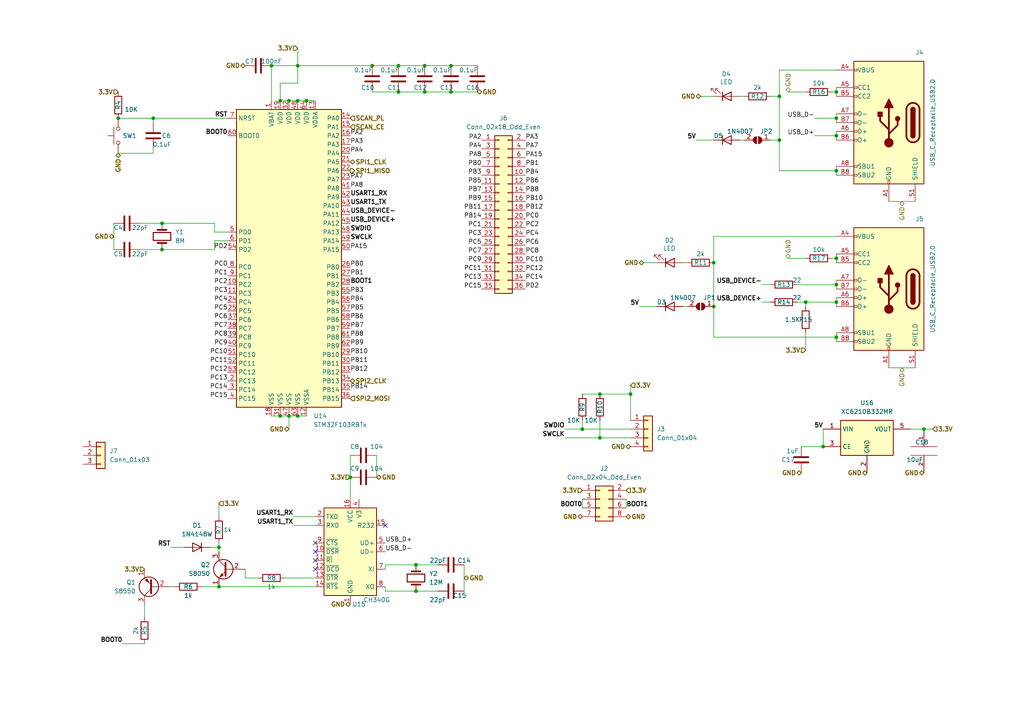
<source format=kicad_sch>
(kicad_sch (version 20211123) (generator eeschema)

  (uuid 122730b1-4986-4c07-8ed2-3455daa3d777)

  (paper "A4")

  (lib_symbols
    (symbol "Connector_Generic:Conn_01x03" (pin_names (offset 1.016) hide) (in_bom yes) (on_board yes)
      (property "Reference" "J" (id 0) (at 0 5.08 0)
        (effects (font (size 1.27 1.27)))
      )
      (property "Value" "Conn_01x03" (id 1) (at 0 -5.08 0)
        (effects (font (size 1.27 1.27)))
      )
      (property "Footprint" "" (id 2) (at 0 0 0)
        (effects (font (size 1.27 1.27)) hide)
      )
      (property "Datasheet" "~" (id 3) (at 0 0 0)
        (effects (font (size 1.27 1.27)) hide)
      )
      (property "ki_keywords" "connector" (id 4) (at 0 0 0)
        (effects (font (size 1.27 1.27)) hide)
      )
      (property "ki_description" "Generic connector, single row, 01x03, script generated (kicad-library-utils/schlib/autogen/connector/)" (id 5) (at 0 0 0)
        (effects (font (size 1.27 1.27)) hide)
      )
      (property "ki_fp_filters" "Connector*:*_1x??_*" (id 6) (at 0 0 0)
        (effects (font (size 1.27 1.27)) hide)
      )
      (symbol "Conn_01x03_1_1"
        (rectangle (start -1.27 -2.413) (end 0 -2.667)
          (stroke (width 0.1524) (type default) (color 0 0 0 0))
          (fill (type none))
        )
        (rectangle (start -1.27 0.127) (end 0 -0.127)
          (stroke (width 0.1524) (type default) (color 0 0 0 0))
          (fill (type none))
        )
        (rectangle (start -1.27 2.667) (end 0 2.413)
          (stroke (width 0.1524) (type default) (color 0 0 0 0))
          (fill (type none))
        )
        (rectangle (start -1.27 3.81) (end 1.27 -3.81)
          (stroke (width 0.254) (type default) (color 0 0 0 0))
          (fill (type background))
        )
        (pin passive line (at -5.08 2.54 0) (length 3.81)
          (name "Pin_1" (effects (font (size 1.27 1.27))))
          (number "1" (effects (font (size 1.27 1.27))))
        )
        (pin passive line (at -5.08 0 0) (length 3.81)
          (name "Pin_2" (effects (font (size 1.27 1.27))))
          (number "2" (effects (font (size 1.27 1.27))))
        )
        (pin passive line (at -5.08 -2.54 0) (length 3.81)
          (name "Pin_3" (effects (font (size 1.27 1.27))))
          (number "3" (effects (font (size 1.27 1.27))))
        )
      )
    )
    (symbol "Connector_Generic:Conn_01x04" (pin_names (offset 1.016) hide) (in_bom yes) (on_board yes)
      (property "Reference" "J" (id 0) (at 0 5.08 0)
        (effects (font (size 1.27 1.27)))
      )
      (property "Value" "Conn_01x04" (id 1) (at 0 -7.62 0)
        (effects (font (size 1.27 1.27)))
      )
      (property "Footprint" "" (id 2) (at 0 0 0)
        (effects (font (size 1.27 1.27)) hide)
      )
      (property "Datasheet" "~" (id 3) (at 0 0 0)
        (effects (font (size 1.27 1.27)) hide)
      )
      (property "ki_keywords" "connector" (id 4) (at 0 0 0)
        (effects (font (size 1.27 1.27)) hide)
      )
      (property "ki_description" "Generic connector, single row, 01x04, script generated (kicad-library-utils/schlib/autogen/connector/)" (id 5) (at 0 0 0)
        (effects (font (size 1.27 1.27)) hide)
      )
      (property "ki_fp_filters" "Connector*:*_1x??_*" (id 6) (at 0 0 0)
        (effects (font (size 1.27 1.27)) hide)
      )
      (symbol "Conn_01x04_1_1"
        (rectangle (start -1.27 -4.953) (end 0 -5.207)
          (stroke (width 0.1524) (type default) (color 0 0 0 0))
          (fill (type none))
        )
        (rectangle (start -1.27 -2.413) (end 0 -2.667)
          (stroke (width 0.1524) (type default) (color 0 0 0 0))
          (fill (type none))
        )
        (rectangle (start -1.27 0.127) (end 0 -0.127)
          (stroke (width 0.1524) (type default) (color 0 0 0 0))
          (fill (type none))
        )
        (rectangle (start -1.27 2.667) (end 0 2.413)
          (stroke (width 0.1524) (type default) (color 0 0 0 0))
          (fill (type none))
        )
        (rectangle (start -1.27 3.81) (end 1.27 -6.35)
          (stroke (width 0.254) (type default) (color 0 0 0 0))
          (fill (type background))
        )
        (pin passive line (at -5.08 2.54 0) (length 3.81)
          (name "Pin_1" (effects (font (size 1.27 1.27))))
          (number "1" (effects (font (size 1.27 1.27))))
        )
        (pin passive line (at -5.08 0 0) (length 3.81)
          (name "Pin_2" (effects (font (size 1.27 1.27))))
          (number "2" (effects (font (size 1.27 1.27))))
        )
        (pin passive line (at -5.08 -2.54 0) (length 3.81)
          (name "Pin_3" (effects (font (size 1.27 1.27))))
          (number "3" (effects (font (size 1.27 1.27))))
        )
        (pin passive line (at -5.08 -5.08 0) (length 3.81)
          (name "Pin_4" (effects (font (size 1.27 1.27))))
          (number "4" (effects (font (size 1.27 1.27))))
        )
      )
    )
    (symbol "Connector_Generic:Conn_02x04_Odd_Even" (pin_names (offset 1.016) hide) (in_bom yes) (on_board yes)
      (property "Reference" "J" (id 0) (at 1.27 5.08 0)
        (effects (font (size 1.27 1.27)))
      )
      (property "Value" "Conn_02x04_Odd_Even" (id 1) (at 1.27 -7.62 0)
        (effects (font (size 1.27 1.27)))
      )
      (property "Footprint" "" (id 2) (at 0 0 0)
        (effects (font (size 1.27 1.27)) hide)
      )
      (property "Datasheet" "~" (id 3) (at 0 0 0)
        (effects (font (size 1.27 1.27)) hide)
      )
      (property "ki_keywords" "connector" (id 4) (at 0 0 0)
        (effects (font (size 1.27 1.27)) hide)
      )
      (property "ki_description" "Generic connector, double row, 02x04, odd/even pin numbering scheme (row 1 odd numbers, row 2 even numbers), script generated (kicad-library-utils/schlib/autogen/connector/)" (id 5) (at 0 0 0)
        (effects (font (size 1.27 1.27)) hide)
      )
      (property "ki_fp_filters" "Connector*:*_2x??_*" (id 6) (at 0 0 0)
        (effects (font (size 1.27 1.27)) hide)
      )
      (symbol "Conn_02x04_Odd_Even_1_1"
        (rectangle (start -1.27 -4.953) (end 0 -5.207)
          (stroke (width 0.1524) (type default) (color 0 0 0 0))
          (fill (type none))
        )
        (rectangle (start -1.27 -2.413) (end 0 -2.667)
          (stroke (width 0.1524) (type default) (color 0 0 0 0))
          (fill (type none))
        )
        (rectangle (start -1.27 0.127) (end 0 -0.127)
          (stroke (width 0.1524) (type default) (color 0 0 0 0))
          (fill (type none))
        )
        (rectangle (start -1.27 2.667) (end 0 2.413)
          (stroke (width 0.1524) (type default) (color 0 0 0 0))
          (fill (type none))
        )
        (rectangle (start -1.27 3.81) (end 3.81 -6.35)
          (stroke (width 0.254) (type default) (color 0 0 0 0))
          (fill (type background))
        )
        (rectangle (start 3.81 -4.953) (end 2.54 -5.207)
          (stroke (width 0.1524) (type default) (color 0 0 0 0))
          (fill (type none))
        )
        (rectangle (start 3.81 -2.413) (end 2.54 -2.667)
          (stroke (width 0.1524) (type default) (color 0 0 0 0))
          (fill (type none))
        )
        (rectangle (start 3.81 0.127) (end 2.54 -0.127)
          (stroke (width 0.1524) (type default) (color 0 0 0 0))
          (fill (type none))
        )
        (rectangle (start 3.81 2.667) (end 2.54 2.413)
          (stroke (width 0.1524) (type default) (color 0 0 0 0))
          (fill (type none))
        )
        (pin passive line (at -5.08 2.54 0) (length 3.81)
          (name "Pin_1" (effects (font (size 1.27 1.27))))
          (number "1" (effects (font (size 1.27 1.27))))
        )
        (pin passive line (at 7.62 2.54 180) (length 3.81)
          (name "Pin_2" (effects (font (size 1.27 1.27))))
          (number "2" (effects (font (size 1.27 1.27))))
        )
        (pin passive line (at -5.08 0 0) (length 3.81)
          (name "Pin_3" (effects (font (size 1.27 1.27))))
          (number "3" (effects (font (size 1.27 1.27))))
        )
        (pin passive line (at 7.62 0 180) (length 3.81)
          (name "Pin_4" (effects (font (size 1.27 1.27))))
          (number "4" (effects (font (size 1.27 1.27))))
        )
        (pin passive line (at -5.08 -2.54 0) (length 3.81)
          (name "Pin_5" (effects (font (size 1.27 1.27))))
          (number "5" (effects (font (size 1.27 1.27))))
        )
        (pin passive line (at 7.62 -2.54 180) (length 3.81)
          (name "Pin_6" (effects (font (size 1.27 1.27))))
          (number "6" (effects (font (size 1.27 1.27))))
        )
        (pin passive line (at -5.08 -5.08 0) (length 3.81)
          (name "Pin_7" (effects (font (size 1.27 1.27))))
          (number "7" (effects (font (size 1.27 1.27))))
        )
        (pin passive line (at 7.62 -5.08 180) (length 3.81)
          (name "Pin_8" (effects (font (size 1.27 1.27))))
          (number "8" (effects (font (size 1.27 1.27))))
        )
      )
    )
    (symbol "Connector_Generic:Conn_02x18_Odd_Even" (pin_names (offset 1.016) hide) (in_bom yes) (on_board yes)
      (property "Reference" "J" (id 0) (at 1.27 22.86 0)
        (effects (font (size 1.27 1.27)))
      )
      (property "Value" "Conn_02x18_Odd_Even" (id 1) (at 1.27 -25.4 0)
        (effects (font (size 1.27 1.27)))
      )
      (property "Footprint" "" (id 2) (at 0 0 0)
        (effects (font (size 1.27 1.27)) hide)
      )
      (property "Datasheet" "~" (id 3) (at 0 0 0)
        (effects (font (size 1.27 1.27)) hide)
      )
      (property "ki_keywords" "connector" (id 4) (at 0 0 0)
        (effects (font (size 1.27 1.27)) hide)
      )
      (property "ki_description" "Generic connector, double row, 02x18, odd/even pin numbering scheme (row 1 odd numbers, row 2 even numbers), script generated (kicad-library-utils/schlib/autogen/connector/)" (id 5) (at 0 0 0)
        (effects (font (size 1.27 1.27)) hide)
      )
      (property "ki_fp_filters" "Connector*:*_2x??_*" (id 6) (at 0 0 0)
        (effects (font (size 1.27 1.27)) hide)
      )
      (symbol "Conn_02x18_Odd_Even_1_1"
        (rectangle (start -1.27 -22.733) (end 0 -22.987)
          (stroke (width 0.1524) (type default) (color 0 0 0 0))
          (fill (type none))
        )
        (rectangle (start -1.27 -20.193) (end 0 -20.447)
          (stroke (width 0.1524) (type default) (color 0 0 0 0))
          (fill (type none))
        )
        (rectangle (start -1.27 -17.653) (end 0 -17.907)
          (stroke (width 0.1524) (type default) (color 0 0 0 0))
          (fill (type none))
        )
        (rectangle (start -1.27 -15.113) (end 0 -15.367)
          (stroke (width 0.1524) (type default) (color 0 0 0 0))
          (fill (type none))
        )
        (rectangle (start -1.27 -12.573) (end 0 -12.827)
          (stroke (width 0.1524) (type default) (color 0 0 0 0))
          (fill (type none))
        )
        (rectangle (start -1.27 -10.033) (end 0 -10.287)
          (stroke (width 0.1524) (type default) (color 0 0 0 0))
          (fill (type none))
        )
        (rectangle (start -1.27 -7.493) (end 0 -7.747)
          (stroke (width 0.1524) (type default) (color 0 0 0 0))
          (fill (type none))
        )
        (rectangle (start -1.27 -4.953) (end 0 -5.207)
          (stroke (width 0.1524) (type default) (color 0 0 0 0))
          (fill (type none))
        )
        (rectangle (start -1.27 -2.413) (end 0 -2.667)
          (stroke (width 0.1524) (type default) (color 0 0 0 0))
          (fill (type none))
        )
        (rectangle (start -1.27 0.127) (end 0 -0.127)
          (stroke (width 0.1524) (type default) (color 0 0 0 0))
          (fill (type none))
        )
        (rectangle (start -1.27 2.667) (end 0 2.413)
          (stroke (width 0.1524) (type default) (color 0 0 0 0))
          (fill (type none))
        )
        (rectangle (start -1.27 5.207) (end 0 4.953)
          (stroke (width 0.1524) (type default) (color 0 0 0 0))
          (fill (type none))
        )
        (rectangle (start -1.27 7.747) (end 0 7.493)
          (stroke (width 0.1524) (type default) (color 0 0 0 0))
          (fill (type none))
        )
        (rectangle (start -1.27 10.287) (end 0 10.033)
          (stroke (width 0.1524) (type default) (color 0 0 0 0))
          (fill (type none))
        )
        (rectangle (start -1.27 12.827) (end 0 12.573)
          (stroke (width 0.1524) (type default) (color 0 0 0 0))
          (fill (type none))
        )
        (rectangle (start -1.27 15.367) (end 0 15.113)
          (stroke (width 0.1524) (type default) (color 0 0 0 0))
          (fill (type none))
        )
        (rectangle (start -1.27 17.907) (end 0 17.653)
          (stroke (width 0.1524) (type default) (color 0 0 0 0))
          (fill (type none))
        )
        (rectangle (start -1.27 20.447) (end 0 20.193)
          (stroke (width 0.1524) (type default) (color 0 0 0 0))
          (fill (type none))
        )
        (rectangle (start -1.27 21.59) (end 3.81 -24.13)
          (stroke (width 0.254) (type default) (color 0 0 0 0))
          (fill (type background))
        )
        (rectangle (start 3.81 -22.733) (end 2.54 -22.987)
          (stroke (width 0.1524) (type default) (color 0 0 0 0))
          (fill (type none))
        )
        (rectangle (start 3.81 -20.193) (end 2.54 -20.447)
          (stroke (width 0.1524) (type default) (color 0 0 0 0))
          (fill (type none))
        )
        (rectangle (start 3.81 -17.653) (end 2.54 -17.907)
          (stroke (width 0.1524) (type default) (color 0 0 0 0))
          (fill (type none))
        )
        (rectangle (start 3.81 -15.113) (end 2.54 -15.367)
          (stroke (width 0.1524) (type default) (color 0 0 0 0))
          (fill (type none))
        )
        (rectangle (start 3.81 -12.573) (end 2.54 -12.827)
          (stroke (width 0.1524) (type default) (color 0 0 0 0))
          (fill (type none))
        )
        (rectangle (start 3.81 -10.033) (end 2.54 -10.287)
          (stroke (width 0.1524) (type default) (color 0 0 0 0))
          (fill (type none))
        )
        (rectangle (start 3.81 -7.493) (end 2.54 -7.747)
          (stroke (width 0.1524) (type default) (color 0 0 0 0))
          (fill (type none))
        )
        (rectangle (start 3.81 -4.953) (end 2.54 -5.207)
          (stroke (width 0.1524) (type default) (color 0 0 0 0))
          (fill (type none))
        )
        (rectangle (start 3.81 -2.413) (end 2.54 -2.667)
          (stroke (width 0.1524) (type default) (color 0 0 0 0))
          (fill (type none))
        )
        (rectangle (start 3.81 0.127) (end 2.54 -0.127)
          (stroke (width 0.1524) (type default) (color 0 0 0 0))
          (fill (type none))
        )
        (rectangle (start 3.81 2.667) (end 2.54 2.413)
          (stroke (width 0.1524) (type default) (color 0 0 0 0))
          (fill (type none))
        )
        (rectangle (start 3.81 5.207) (end 2.54 4.953)
          (stroke (width 0.1524) (type default) (color 0 0 0 0))
          (fill (type none))
        )
        (rectangle (start 3.81 7.747) (end 2.54 7.493)
          (stroke (width 0.1524) (type default) (color 0 0 0 0))
          (fill (type none))
        )
        (rectangle (start 3.81 10.287) (end 2.54 10.033)
          (stroke (width 0.1524) (type default) (color 0 0 0 0))
          (fill (type none))
        )
        (rectangle (start 3.81 12.827) (end 2.54 12.573)
          (stroke (width 0.1524) (type default) (color 0 0 0 0))
          (fill (type none))
        )
        (rectangle (start 3.81 15.367) (end 2.54 15.113)
          (stroke (width 0.1524) (type default) (color 0 0 0 0))
          (fill (type none))
        )
        (rectangle (start 3.81 17.907) (end 2.54 17.653)
          (stroke (width 0.1524) (type default) (color 0 0 0 0))
          (fill (type none))
        )
        (rectangle (start 3.81 20.447) (end 2.54 20.193)
          (stroke (width 0.1524) (type default) (color 0 0 0 0))
          (fill (type none))
        )
        (pin passive line (at -5.08 20.32 0) (length 3.81)
          (name "Pin_1" (effects (font (size 1.27 1.27))))
          (number "1" (effects (font (size 1.27 1.27))))
        )
        (pin passive line (at 7.62 10.16 180) (length 3.81)
          (name "Pin_10" (effects (font (size 1.27 1.27))))
          (number "10" (effects (font (size 1.27 1.27))))
        )
        (pin passive line (at -5.08 7.62 0) (length 3.81)
          (name "Pin_11" (effects (font (size 1.27 1.27))))
          (number "11" (effects (font (size 1.27 1.27))))
        )
        (pin passive line (at 7.62 7.62 180) (length 3.81)
          (name "Pin_12" (effects (font (size 1.27 1.27))))
          (number "12" (effects (font (size 1.27 1.27))))
        )
        (pin passive line (at -5.08 5.08 0) (length 3.81)
          (name "Pin_13" (effects (font (size 1.27 1.27))))
          (number "13" (effects (font (size 1.27 1.27))))
        )
        (pin passive line (at 7.62 5.08 180) (length 3.81)
          (name "Pin_14" (effects (font (size 1.27 1.27))))
          (number "14" (effects (font (size 1.27 1.27))))
        )
        (pin passive line (at -5.08 2.54 0) (length 3.81)
          (name "Pin_15" (effects (font (size 1.27 1.27))))
          (number "15" (effects (font (size 1.27 1.27))))
        )
        (pin passive line (at 7.62 2.54 180) (length 3.81)
          (name "Pin_16" (effects (font (size 1.27 1.27))))
          (number "16" (effects (font (size 1.27 1.27))))
        )
        (pin passive line (at -5.08 0 0) (length 3.81)
          (name "Pin_17" (effects (font (size 1.27 1.27))))
          (number "17" (effects (font (size 1.27 1.27))))
        )
        (pin passive line (at 7.62 0 180) (length 3.81)
          (name "Pin_18" (effects (font (size 1.27 1.27))))
          (number "18" (effects (font (size 1.27 1.27))))
        )
        (pin passive line (at -5.08 -2.54 0) (length 3.81)
          (name "Pin_19" (effects (font (size 1.27 1.27))))
          (number "19" (effects (font (size 1.27 1.27))))
        )
        (pin passive line (at 7.62 20.32 180) (length 3.81)
          (name "Pin_2" (effects (font (size 1.27 1.27))))
          (number "2" (effects (font (size 1.27 1.27))))
        )
        (pin passive line (at 7.62 -2.54 180) (length 3.81)
          (name "Pin_20" (effects (font (size 1.27 1.27))))
          (number "20" (effects (font (size 1.27 1.27))))
        )
        (pin passive line (at -5.08 -5.08 0) (length 3.81)
          (name "Pin_21" (effects (font (size 1.27 1.27))))
          (number "21" (effects (font (size 1.27 1.27))))
        )
        (pin passive line (at 7.62 -5.08 180) (length 3.81)
          (name "Pin_22" (effects (font (size 1.27 1.27))))
          (number "22" (effects (font (size 1.27 1.27))))
        )
        (pin passive line (at -5.08 -7.62 0) (length 3.81)
          (name "Pin_23" (effects (font (size 1.27 1.27))))
          (number "23" (effects (font (size 1.27 1.27))))
        )
        (pin passive line (at 7.62 -7.62 180) (length 3.81)
          (name "Pin_24" (effects (font (size 1.27 1.27))))
          (number "24" (effects (font (size 1.27 1.27))))
        )
        (pin passive line (at -5.08 -10.16 0) (length 3.81)
          (name "Pin_25" (effects (font (size 1.27 1.27))))
          (number "25" (effects (font (size 1.27 1.27))))
        )
        (pin passive line (at 7.62 -10.16 180) (length 3.81)
          (name "Pin_26" (effects (font (size 1.27 1.27))))
          (number "26" (effects (font (size 1.27 1.27))))
        )
        (pin passive line (at -5.08 -12.7 0) (length 3.81)
          (name "Pin_27" (effects (font (size 1.27 1.27))))
          (number "27" (effects (font (size 1.27 1.27))))
        )
        (pin passive line (at 7.62 -12.7 180) (length 3.81)
          (name "Pin_28" (effects (font (size 1.27 1.27))))
          (number "28" (effects (font (size 1.27 1.27))))
        )
        (pin passive line (at -5.08 -15.24 0) (length 3.81)
          (name "Pin_29" (effects (font (size 1.27 1.27))))
          (number "29" (effects (font (size 1.27 1.27))))
        )
        (pin passive line (at -5.08 17.78 0) (length 3.81)
          (name "Pin_3" (effects (font (size 1.27 1.27))))
          (number "3" (effects (font (size 1.27 1.27))))
        )
        (pin passive line (at 7.62 -15.24 180) (length 3.81)
          (name "Pin_30" (effects (font (size 1.27 1.27))))
          (number "30" (effects (font (size 1.27 1.27))))
        )
        (pin passive line (at -5.08 -17.78 0) (length 3.81)
          (name "Pin_31" (effects (font (size 1.27 1.27))))
          (number "31" (effects (font (size 1.27 1.27))))
        )
        (pin passive line (at 7.62 -17.78 180) (length 3.81)
          (name "Pin_32" (effects (font (size 1.27 1.27))))
          (number "32" (effects (font (size 1.27 1.27))))
        )
        (pin passive line (at -5.08 -20.32 0) (length 3.81)
          (name "Pin_33" (effects (font (size 1.27 1.27))))
          (number "33" (effects (font (size 1.27 1.27))))
        )
        (pin passive line (at 7.62 -20.32 180) (length 3.81)
          (name "Pin_34" (effects (font (size 1.27 1.27))))
          (number "34" (effects (font (size 1.27 1.27))))
        )
        (pin passive line (at -5.08 -22.86 0) (length 3.81)
          (name "Pin_35" (effects (font (size 1.27 1.27))))
          (number "35" (effects (font (size 1.27 1.27))))
        )
        (pin passive line (at 7.62 -22.86 180) (length 3.81)
          (name "Pin_36" (effects (font (size 1.27 1.27))))
          (number "36" (effects (font (size 1.27 1.27))))
        )
        (pin passive line (at 7.62 17.78 180) (length 3.81)
          (name "Pin_4" (effects (font (size 1.27 1.27))))
          (number "4" (effects (font (size 1.27 1.27))))
        )
        (pin passive line (at -5.08 15.24 0) (length 3.81)
          (name "Pin_5" (effects (font (size 1.27 1.27))))
          (number "5" (effects (font (size 1.27 1.27))))
        )
        (pin passive line (at 7.62 15.24 180) (length 3.81)
          (name "Pin_6" (effects (font (size 1.27 1.27))))
          (number "6" (effects (font (size 1.27 1.27))))
        )
        (pin passive line (at -5.08 12.7 0) (length 3.81)
          (name "Pin_7" (effects (font (size 1.27 1.27))))
          (number "7" (effects (font (size 1.27 1.27))))
        )
        (pin passive line (at 7.62 12.7 180) (length 3.81)
          (name "Pin_8" (effects (font (size 1.27 1.27))))
          (number "8" (effects (font (size 1.27 1.27))))
        )
        (pin passive line (at -5.08 10.16 0) (length 3.81)
          (name "Pin_9" (effects (font (size 1.27 1.27))))
          (number "9" (effects (font (size 1.27 1.27))))
        )
      )
    )
    (symbol "Device:C" (pin_numbers hide) (pin_names (offset 0.254)) (in_bom yes) (on_board yes)
      (property "Reference" "C" (id 0) (at 0.635 2.54 0)
        (effects (font (size 1.27 1.27)) (justify left))
      )
      (property "Value" "C" (id 1) (at 0.635 -2.54 0)
        (effects (font (size 1.27 1.27)) (justify left))
      )
      (property "Footprint" "" (id 2) (at 0.9652 -3.81 0)
        (effects (font (size 1.27 1.27)) hide)
      )
      (property "Datasheet" "~" (id 3) (at 0 0 0)
        (effects (font (size 1.27 1.27)) hide)
      )
      (property "ki_keywords" "cap capacitor" (id 4) (at 0 0 0)
        (effects (font (size 1.27 1.27)) hide)
      )
      (property "ki_description" "Unpolarized capacitor" (id 5) (at 0 0 0)
        (effects (font (size 1.27 1.27)) hide)
      )
      (property "ki_fp_filters" "C_*" (id 6) (at 0 0 0)
        (effects (font (size 1.27 1.27)) hide)
      )
      (symbol "C_0_1"
        (polyline
          (pts
            (xy -2.032 -0.762)
            (xy 2.032 -0.762)
          )
          (stroke (width 0.508) (type default) (color 0 0 0 0))
          (fill (type none))
        )
        (polyline
          (pts
            (xy -2.032 0.762)
            (xy 2.032 0.762)
          )
          (stroke (width 0.508) (type default) (color 0 0 0 0))
          (fill (type none))
        )
      )
      (symbol "C_1_1"
        (pin passive line (at 0 3.81 270) (length 2.794)
          (name "~" (effects (font (size 1.27 1.27))))
          (number "1" (effects (font (size 1.27 1.27))))
        )
        (pin passive line (at 0 -3.81 90) (length 2.794)
          (name "~" (effects (font (size 1.27 1.27))))
          (number "2" (effects (font (size 1.27 1.27))))
        )
      )
    )
    (symbol "Device:Crystal" (pin_numbers hide) (pin_names (offset 1.016) hide) (in_bom yes) (on_board yes)
      (property "Reference" "Y" (id 0) (at 0 3.81 0)
        (effects (font (size 1.27 1.27)))
      )
      (property "Value" "Crystal" (id 1) (at 0 -3.81 0)
        (effects (font (size 1.27 1.27)))
      )
      (property "Footprint" "" (id 2) (at 0 0 0)
        (effects (font (size 1.27 1.27)) hide)
      )
      (property "Datasheet" "~" (id 3) (at 0 0 0)
        (effects (font (size 1.27 1.27)) hide)
      )
      (property "ki_keywords" "quartz ceramic resonator oscillator" (id 4) (at 0 0 0)
        (effects (font (size 1.27 1.27)) hide)
      )
      (property "ki_description" "Two pin crystal" (id 5) (at 0 0 0)
        (effects (font (size 1.27 1.27)) hide)
      )
      (property "ki_fp_filters" "Crystal*" (id 6) (at 0 0 0)
        (effects (font (size 1.27 1.27)) hide)
      )
      (symbol "Crystal_0_1"
        (rectangle (start -1.143 2.54) (end 1.143 -2.54)
          (stroke (width 0.3048) (type default) (color 0 0 0 0))
          (fill (type none))
        )
        (polyline
          (pts
            (xy -2.54 0)
            (xy -1.905 0)
          )
          (stroke (width 0) (type default) (color 0 0 0 0))
          (fill (type none))
        )
        (polyline
          (pts
            (xy -1.905 -1.27)
            (xy -1.905 1.27)
          )
          (stroke (width 0.508) (type default) (color 0 0 0 0))
          (fill (type none))
        )
        (polyline
          (pts
            (xy 1.905 -1.27)
            (xy 1.905 1.27)
          )
          (stroke (width 0.508) (type default) (color 0 0 0 0))
          (fill (type none))
        )
        (polyline
          (pts
            (xy 2.54 0)
            (xy 1.905 0)
          )
          (stroke (width 0) (type default) (color 0 0 0 0))
          (fill (type none))
        )
      )
      (symbol "Crystal_1_1"
        (pin passive line (at -3.81 0 0) (length 1.27)
          (name "1" (effects (font (size 1.27 1.27))))
          (number "1" (effects (font (size 1.27 1.27))))
        )
        (pin passive line (at 3.81 0 180) (length 1.27)
          (name "2" (effects (font (size 1.27 1.27))))
          (number "2" (effects (font (size 1.27 1.27))))
        )
      )
    )
    (symbol "Device:D" (pin_numbers hide) (pin_names (offset 1.016) hide) (in_bom yes) (on_board yes)
      (property "Reference" "D" (id 0) (at 0 2.54 0)
        (effects (font (size 1.27 1.27)))
      )
      (property "Value" "D" (id 1) (at 0 -2.54 0)
        (effects (font (size 1.27 1.27)))
      )
      (property "Footprint" "" (id 2) (at 0 0 0)
        (effects (font (size 1.27 1.27)) hide)
      )
      (property "Datasheet" "~" (id 3) (at 0 0 0)
        (effects (font (size 1.27 1.27)) hide)
      )
      (property "ki_keywords" "diode" (id 4) (at 0 0 0)
        (effects (font (size 1.27 1.27)) hide)
      )
      (property "ki_description" "Diode" (id 5) (at 0 0 0)
        (effects (font (size 1.27 1.27)) hide)
      )
      (property "ki_fp_filters" "TO-???* *_Diode_* *SingleDiode* D_*" (id 6) (at 0 0 0)
        (effects (font (size 1.27 1.27)) hide)
      )
      (symbol "D_0_1"
        (polyline
          (pts
            (xy -1.27 1.27)
            (xy -1.27 -1.27)
          )
          (stroke (width 0.254) (type default) (color 0 0 0 0))
          (fill (type none))
        )
        (polyline
          (pts
            (xy 1.27 0)
            (xy -1.27 0)
          )
          (stroke (width 0) (type default) (color 0 0 0 0))
          (fill (type none))
        )
        (polyline
          (pts
            (xy 1.27 1.27)
            (xy 1.27 -1.27)
            (xy -1.27 0)
            (xy 1.27 1.27)
          )
          (stroke (width 0.254) (type default) (color 0 0 0 0))
          (fill (type none))
        )
      )
      (symbol "D_1_1"
        (pin passive line (at -3.81 0 0) (length 2.54)
          (name "K" (effects (font (size 1.27 1.27))))
          (number "1" (effects (font (size 1.27 1.27))))
        )
        (pin passive line (at 3.81 0 180) (length 2.54)
          (name "A" (effects (font (size 1.27 1.27))))
          (number "2" (effects (font (size 1.27 1.27))))
        )
      )
    )
    (symbol "Device:LED" (pin_numbers hide) (pin_names (offset 1.016) hide) (in_bom yes) (on_board yes)
      (property "Reference" "D" (id 0) (at 0 2.54 0)
        (effects (font (size 1.27 1.27)))
      )
      (property "Value" "LED" (id 1) (at 0 -2.54 0)
        (effects (font (size 1.27 1.27)))
      )
      (property "Footprint" "" (id 2) (at 0 0 0)
        (effects (font (size 1.27 1.27)) hide)
      )
      (property "Datasheet" "~" (id 3) (at 0 0 0)
        (effects (font (size 1.27 1.27)) hide)
      )
      (property "ki_keywords" "LED diode" (id 4) (at 0 0 0)
        (effects (font (size 1.27 1.27)) hide)
      )
      (property "ki_description" "Light emitting diode" (id 5) (at 0 0 0)
        (effects (font (size 1.27 1.27)) hide)
      )
      (property "ki_fp_filters" "LED* LED_SMD:* LED_THT:*" (id 6) (at 0 0 0)
        (effects (font (size 1.27 1.27)) hide)
      )
      (symbol "LED_0_1"
        (polyline
          (pts
            (xy -1.27 -1.27)
            (xy -1.27 1.27)
          )
          (stroke (width 0.254) (type default) (color 0 0 0 0))
          (fill (type none))
        )
        (polyline
          (pts
            (xy -1.27 0)
            (xy 1.27 0)
          )
          (stroke (width 0) (type default) (color 0 0 0 0))
          (fill (type none))
        )
        (polyline
          (pts
            (xy 1.27 -1.27)
            (xy 1.27 1.27)
            (xy -1.27 0)
            (xy 1.27 -1.27)
          )
          (stroke (width 0.254) (type default) (color 0 0 0 0))
          (fill (type none))
        )
        (polyline
          (pts
            (xy -3.048 -0.762)
            (xy -4.572 -2.286)
            (xy -3.81 -2.286)
            (xy -4.572 -2.286)
            (xy -4.572 -1.524)
          )
          (stroke (width 0) (type default) (color 0 0 0 0))
          (fill (type none))
        )
        (polyline
          (pts
            (xy -1.778 -0.762)
            (xy -3.302 -2.286)
            (xy -2.54 -2.286)
            (xy -3.302 -2.286)
            (xy -3.302 -1.524)
          )
          (stroke (width 0) (type default) (color 0 0 0 0))
          (fill (type none))
        )
      )
      (symbol "LED_1_1"
        (pin passive line (at -3.81 0 0) (length 2.54)
          (name "K" (effects (font (size 1.27 1.27))))
          (number "1" (effects (font (size 1.27 1.27))))
        )
        (pin passive line (at 3.81 0 180) (length 2.54)
          (name "A" (effects (font (size 1.27 1.27))))
          (number "2" (effects (font (size 1.27 1.27))))
        )
      )
    )
    (symbol "Device:R" (pin_numbers hide) (pin_names (offset 0)) (in_bom yes) (on_board yes)
      (property "Reference" "R" (id 0) (at 2.032 0 90)
        (effects (font (size 1.27 1.27)))
      )
      (property "Value" "R" (id 1) (at 0 0 90)
        (effects (font (size 1.27 1.27)))
      )
      (property "Footprint" "" (id 2) (at -1.778 0 90)
        (effects (font (size 1.27 1.27)) hide)
      )
      (property "Datasheet" "~" (id 3) (at 0 0 0)
        (effects (font (size 1.27 1.27)) hide)
      )
      (property "ki_keywords" "R res resistor" (id 4) (at 0 0 0)
        (effects (font (size 1.27 1.27)) hide)
      )
      (property "ki_description" "Resistor" (id 5) (at 0 0 0)
        (effects (font (size 1.27 1.27)) hide)
      )
      (property "ki_fp_filters" "R_*" (id 6) (at 0 0 0)
        (effects (font (size 1.27 1.27)) hide)
      )
      (symbol "R_0_1"
        (rectangle (start -1.016 -2.54) (end 1.016 2.54)
          (stroke (width 0.254) (type default) (color 0 0 0 0))
          (fill (type none))
        )
      )
      (symbol "R_1_1"
        (pin passive line (at 0 3.81 270) (length 1.27)
          (name "~" (effects (font (size 1.27 1.27))))
          (number "1" (effects (font (size 1.27 1.27))))
        )
        (pin passive line (at 0 -3.81 90) (length 1.27)
          (name "~" (effects (font (size 1.27 1.27))))
          (number "2" (effects (font (size 1.27 1.27))))
        )
      )
    )
    (symbol "Diode:1N4148W" (pin_numbers hide) (pin_names (offset 1.016) hide) (in_bom yes) (on_board yes)
      (property "Reference" "D" (id 0) (at 0 2.54 0)
        (effects (font (size 1.27 1.27)))
      )
      (property "Value" "1N4148W" (id 1) (at 0 -2.54 0)
        (effects (font (size 1.27 1.27)))
      )
      (property "Footprint" "Diode_SMD:D_SOD-123" (id 2) (at 0 -4.445 0)
        (effects (font (size 1.27 1.27)) hide)
      )
      (property "Datasheet" "https://www.vishay.com/docs/85748/1n4148w.pdf" (id 3) (at 0 0 0)
        (effects (font (size 1.27 1.27)) hide)
      )
      (property "ki_keywords" "diode" (id 4) (at 0 0 0)
        (effects (font (size 1.27 1.27)) hide)
      )
      (property "ki_description" "75V 0.15A Fast Switching Diode, SOD-123" (id 5) (at 0 0 0)
        (effects (font (size 1.27 1.27)) hide)
      )
      (property "ki_fp_filters" "D*SOD?123*" (id 6) (at 0 0 0)
        (effects (font (size 1.27 1.27)) hide)
      )
      (symbol "1N4148W_0_1"
        (polyline
          (pts
            (xy -1.27 1.27)
            (xy -1.27 -1.27)
          )
          (stroke (width 0.254) (type default) (color 0 0 0 0))
          (fill (type none))
        )
        (polyline
          (pts
            (xy 1.27 0)
            (xy -1.27 0)
          )
          (stroke (width 0) (type default) (color 0 0 0 0))
          (fill (type none))
        )
        (polyline
          (pts
            (xy 1.27 1.27)
            (xy 1.27 -1.27)
            (xy -1.27 0)
            (xy 1.27 1.27)
          )
          (stroke (width 0.254) (type default) (color 0 0 0 0))
          (fill (type none))
        )
      )
      (symbol "1N4148W_1_1"
        (pin passive line (at -3.81 0 0) (length 2.54)
          (name "K" (effects (font (size 1.27 1.27))))
          (number "1" (effects (font (size 1.27 1.27))))
        )
        (pin passive line (at 3.81 0 180) (length 2.54)
          (name "A" (effects (font (size 1.27 1.27))))
          (number "2" (effects (font (size 1.27 1.27))))
        )
      )
    )
    (symbol "EnergyVortex:USB_C_Receptacle_USB2.0" (pin_names (offset 1.016)) (in_bom yes) (on_board yes)
      (property "Reference" "J" (id 0) (at -10.16 19.05 0)
        (effects (font (size 1.27 1.27)) (justify left))
      )
      (property "Value" "USB_C_Receptacle_USB2.0" (id 1) (at 19.05 19.05 0)
        (effects (font (size 1.27 1.27)) (justify right))
      )
      (property "Footprint" "EngeryVortex:USB_C_Receptacle_HRO_TYPE-C-31-M-12" (id 2) (at 3.81 0 0)
        (effects (font (size 1.27 1.27)) hide)
      )
      (property "Datasheet" "https://www.usb.org/sites/default/files/documents/usb_type-c.zip" (id 3) (at 3.81 0 0)
        (effects (font (size 1.27 1.27)) hide)
      )
      (property "ki_keywords" "usb universal serial bus type-C USB2.0" (id 4) (at 0 0 0)
        (effects (font (size 1.27 1.27)) hide)
      )
      (property "ki_description" "USB 2.0-only Type-C Receptacle connector" (id 5) (at 0 0 0)
        (effects (font (size 1.27 1.27)) hide)
      )
      (property "ki_fp_filters" "USB*C*Receptacle*" (id 6) (at 0 0 0)
        (effects (font (size 1.27 1.27)) hide)
      )
      (symbol "USB_C_Receptacle_USB2.0_0_0"
        (rectangle (start -0.254 -17.78) (end 0.254 -16.764)
          (stroke (width 0) (type default) (color 0 0 0 0))
          (fill (type none))
        )
        (rectangle (start 10.16 -14.986) (end 9.144 -15.494)
          (stroke (width 0) (type default) (color 0 0 0 0))
          (fill (type none))
        )
        (rectangle (start 10.16 -12.446) (end 9.144 -12.954)
          (stroke (width 0) (type default) (color 0 0 0 0))
          (fill (type none))
        )
        (rectangle (start 10.16 -4.826) (end 9.144 -5.334)
          (stroke (width 0) (type default) (color 0 0 0 0))
          (fill (type none))
        )
        (rectangle (start 10.16 -2.286) (end 9.144 -2.794)
          (stroke (width 0) (type default) (color 0 0 0 0))
          (fill (type none))
        )
        (rectangle (start 10.16 0.254) (end 9.144 -0.254)
          (stroke (width 0) (type default) (color 0 0 0 0))
          (fill (type none))
        )
        (rectangle (start 10.16 2.794) (end 9.144 2.286)
          (stroke (width 0) (type default) (color 0 0 0 0))
          (fill (type none))
        )
        (rectangle (start 10.16 7.874) (end 9.144 7.366)
          (stroke (width 0) (type default) (color 0 0 0 0))
          (fill (type none))
        )
        (rectangle (start 10.16 10.414) (end 9.144 9.906)
          (stroke (width 0) (type default) (color 0 0 0 0))
          (fill (type none))
        )
        (rectangle (start 10.16 15.494) (end 9.144 14.986)
          (stroke (width 0) (type default) (color 0 0 0 0))
          (fill (type none))
        )
      )
      (symbol "USB_C_Receptacle_USB2.0_0_1"
        (rectangle (start -10.16 17.78) (end 10.16 -17.78)
          (stroke (width 0.254) (type default) (color 0 0 0 0))
          (fill (type background))
        )
        (arc (start -8.89 -3.81) (mid -6.985 -5.715) (end -5.08 -3.81)
          (stroke (width 0.508) (type default) (color 0 0 0 0))
          (fill (type none))
        )
        (arc (start -7.62 -3.81) (mid -6.985 -4.445) (end -6.35 -3.81)
          (stroke (width 0.254) (type default) (color 0 0 0 0))
          (fill (type none))
        )
        (arc (start -7.62 -3.81) (mid -6.985 -4.445) (end -6.35 -3.81)
          (stroke (width 0.254) (type default) (color 0 0 0 0))
          (fill (type outline))
        )
        (rectangle (start -7.62 -3.81) (end -6.35 3.81)
          (stroke (width 0.254) (type default) (color 0 0 0 0))
          (fill (type outline))
        )
        (arc (start -6.35 3.81) (mid -6.985 4.445) (end -7.62 3.81)
          (stroke (width 0.254) (type default) (color 0 0 0 0))
          (fill (type none))
        )
        (arc (start -6.35 3.81) (mid -6.985 4.445) (end -7.62 3.81)
          (stroke (width 0.254) (type default) (color 0 0 0 0))
          (fill (type outline))
        )
        (arc (start -5.08 3.81) (mid -6.985 5.715) (end -8.89 3.81)
          (stroke (width 0.508) (type default) (color 0 0 0 0))
          (fill (type none))
        )
        (circle (center -2.54 1.143) (radius 0.635)
          (stroke (width 0.254) (type default) (color 0 0 0 0))
          (fill (type outline))
        )
        (circle (center 0 -5.842) (radius 1.27)
          (stroke (width 0) (type default) (color 0 0 0 0))
          (fill (type outline))
        )
        (polyline
          (pts
            (xy -8.89 -3.81)
            (xy -8.89 3.81)
          )
          (stroke (width 0.508) (type default) (color 0 0 0 0))
          (fill (type none))
        )
        (polyline
          (pts
            (xy -5.08 3.81)
            (xy -5.08 -3.81)
          )
          (stroke (width 0.508) (type default) (color 0 0 0 0))
          (fill (type none))
        )
        (polyline
          (pts
            (xy 0 -5.842)
            (xy 0 4.318)
          )
          (stroke (width 0.508) (type default) (color 0 0 0 0))
          (fill (type none))
        )
        (polyline
          (pts
            (xy 0 -3.302)
            (xy -2.54 -0.762)
            (xy -2.54 0.508)
          )
          (stroke (width 0.508) (type default) (color 0 0 0 0))
          (fill (type none))
        )
        (polyline
          (pts
            (xy 0 -2.032)
            (xy 2.54 0.508)
            (xy 2.54 1.778)
          )
          (stroke (width 0.508) (type default) (color 0 0 0 0))
          (fill (type none))
        )
        (polyline
          (pts
            (xy -1.27 4.318)
            (xy 0 6.858)
            (xy 1.27 4.318)
            (xy -1.27 4.318)
          )
          (stroke (width 0.254) (type default) (color 0 0 0 0))
          (fill (type outline))
        )
        (rectangle (start 1.905 1.778) (end 3.175 3.048)
          (stroke (width 0.254) (type default) (color 0 0 0 0))
          (fill (type outline))
        )
      )
      (symbol "USB_C_Receptacle_USB2.0_1_1"
        (pin passive line (at 0 -22.86 90) (length 5.08)
          (name "GND" (effects (font (size 1.27 1.27))))
          (number "A1" (effects (font (size 1.27 1.27))))
        )
        (pin passive line (at 0 -22.86 90) (length 5.08) hide
          (name "GND" (effects (font (size 1.27 1.27))))
          (number "A12" (effects (font (size 1.27 1.27))))
        )
        (pin passive line (at 15.24 15.24 180) (length 5.08)
          (name "VBUS" (effects (font (size 1.27 1.27))))
          (number "A4" (effects (font (size 1.27 1.27))))
        )
        (pin bidirectional line (at 15.24 10.16 180) (length 5.08)
          (name "CC1" (effects (font (size 1.27 1.27))))
          (number "A5" (effects (font (size 1.27 1.27))))
        )
        (pin bidirectional line (at 15.24 -2.54 180) (length 5.08)
          (name "D+" (effects (font (size 1.27 1.27))))
          (number "A6" (effects (font (size 1.27 1.27))))
        )
        (pin bidirectional line (at 15.24 2.54 180) (length 5.08)
          (name "D-" (effects (font (size 1.27 1.27))))
          (number "A7" (effects (font (size 1.27 1.27))))
        )
        (pin bidirectional line (at 15.24 -12.7 180) (length 5.08)
          (name "SBU1" (effects (font (size 1.27 1.27))))
          (number "A8" (effects (font (size 1.27 1.27))))
        )
        (pin passive line (at 15.24 15.24 180) (length 5.08) hide
          (name "VBUS" (effects (font (size 1.27 1.27))))
          (number "A9" (effects (font (size 1.27 1.27))))
        )
        (pin passive line (at 0 -22.86 90) (length 5.08) hide
          (name "GND" (effects (font (size 1.27 1.27))))
          (number "B1" (effects (font (size 1.27 1.27))))
        )
        (pin passive line (at 0 -22.86 90) (length 5.08) hide
          (name "GND" (effects (font (size 1.27 1.27))))
          (number "B12" (effects (font (size 1.27 1.27))))
        )
        (pin passive line (at 15.24 15.24 180) (length 5.08) hide
          (name "VBUS" (effects (font (size 1.27 1.27))))
          (number "B4" (effects (font (size 1.27 1.27))))
        )
        (pin bidirectional line (at 15.24 7.62 180) (length 5.08)
          (name "CC2" (effects (font (size 1.27 1.27))))
          (number "B5" (effects (font (size 1.27 1.27))))
        )
        (pin bidirectional line (at 15.24 -5.08 180) (length 5.08)
          (name "D+" (effects (font (size 1.27 1.27))))
          (number "B6" (effects (font (size 1.27 1.27))))
        )
        (pin bidirectional line (at 15.24 0 180) (length 5.08)
          (name "D-" (effects (font (size 1.27 1.27))))
          (number "B7" (effects (font (size 1.27 1.27))))
        )
        (pin bidirectional line (at 15.24 -15.24 180) (length 5.08)
          (name "SBU2" (effects (font (size 1.27 1.27))))
          (number "B8" (effects (font (size 1.27 1.27))))
        )
        (pin passive line (at 15.24 15.24 180) (length 5.08) hide
          (name "VBUS" (effects (font (size 1.27 1.27))))
          (number "B9" (effects (font (size 1.27 1.27))))
        )
        (pin passive line (at -7.62 -22.86 90) (length 5.08)
          (name "SHIELD" (effects (font (size 1.27 1.27))))
          (number "S1" (effects (font (size 1.27 1.27))))
        )
      )
    )
    (symbol "Interface_USB:CH340G" (in_bom yes) (on_board yes)
      (property "Reference" "U" (id 0) (at -5.08 13.97 0)
        (effects (font (size 1.27 1.27)) (justify right))
      )
      (property "Value" "CH340G" (id 1) (at 1.27 13.97 0)
        (effects (font (size 1.27 1.27)) (justify left))
      )
      (property "Footprint" "Package_SO:SOIC-16_3.9x9.9mm_P1.27mm" (id 2) (at 1.27 -13.97 0)
        (effects (font (size 1.27 1.27)) (justify left) hide)
      )
      (property "Datasheet" "http://www.datasheet5.com/pdf-local-2195953" (id 3) (at -8.89 20.32 0)
        (effects (font (size 1.27 1.27)) hide)
      )
      (property "ki_keywords" "USB UART Serial Converter Interface" (id 4) (at 0 0 0)
        (effects (font (size 1.27 1.27)) hide)
      )
      (property "ki_description" "USB serial converter, UART, SOIC-16" (id 5) (at 0 0 0)
        (effects (font (size 1.27 1.27)) hide)
      )
      (property "ki_fp_filters" "SOIC*3.9x9.9mm*P1.27mm*" (id 6) (at 0 0 0)
        (effects (font (size 1.27 1.27)) hide)
      )
      (symbol "CH340G_0_1"
        (rectangle (start -7.62 12.7) (end 7.62 -12.7)
          (stroke (width 0.254) (type default) (color 0 0 0 0))
          (fill (type background))
        )
      )
      (symbol "CH340G_1_1"
        (pin power_in line (at 0 -15.24 90) (length 2.54)
          (name "GND" (effects (font (size 1.27 1.27))))
          (number "1" (effects (font (size 1.27 1.27))))
        )
        (pin input line (at 10.16 0 180) (length 2.54)
          (name "~{DSR}" (effects (font (size 1.27 1.27))))
          (number "10" (effects (font (size 1.27 1.27))))
        )
        (pin input line (at 10.16 -2.54 180) (length 2.54)
          (name "~{RI}" (effects (font (size 1.27 1.27))))
          (number "11" (effects (font (size 1.27 1.27))))
        )
        (pin input line (at 10.16 -5.08 180) (length 2.54)
          (name "~{DCD}" (effects (font (size 1.27 1.27))))
          (number "12" (effects (font (size 1.27 1.27))))
        )
        (pin output line (at 10.16 -7.62 180) (length 2.54)
          (name "~{DTR}" (effects (font (size 1.27 1.27))))
          (number "13" (effects (font (size 1.27 1.27))))
        )
        (pin output line (at 10.16 -10.16 180) (length 2.54)
          (name "~{RTS}" (effects (font (size 1.27 1.27))))
          (number "14" (effects (font (size 1.27 1.27))))
        )
        (pin input line (at -10.16 7.62 0) (length 2.54)
          (name "R232" (effects (font (size 1.27 1.27))))
          (number "15" (effects (font (size 1.27 1.27))))
        )
        (pin power_in line (at 0 15.24 270) (length 2.54)
          (name "VCC" (effects (font (size 1.27 1.27))))
          (number "16" (effects (font (size 1.27 1.27))))
        )
        (pin output line (at 10.16 10.16 180) (length 2.54)
          (name "TXD" (effects (font (size 1.27 1.27))))
          (number "2" (effects (font (size 1.27 1.27))))
        )
        (pin input line (at 10.16 7.62 180) (length 2.54)
          (name "RXD" (effects (font (size 1.27 1.27))))
          (number "3" (effects (font (size 1.27 1.27))))
        )
        (pin passive line (at -2.54 15.24 270) (length 2.54)
          (name "V3" (effects (font (size 1.27 1.27))))
          (number "4" (effects (font (size 1.27 1.27))))
        )
        (pin bidirectional line (at -10.16 2.54 0) (length 2.54)
          (name "UD+" (effects (font (size 1.27 1.27))))
          (number "5" (effects (font (size 1.27 1.27))))
        )
        (pin bidirectional line (at -10.16 0 0) (length 2.54)
          (name "UD-" (effects (font (size 1.27 1.27))))
          (number "6" (effects (font (size 1.27 1.27))))
        )
        (pin input line (at -10.16 -5.08 0) (length 2.54)
          (name "XI" (effects (font (size 1.27 1.27))))
          (number "7" (effects (font (size 1.27 1.27))))
        )
        (pin output line (at -10.16 -10.16 0) (length 2.54)
          (name "XO" (effects (font (size 1.27 1.27))))
          (number "8" (effects (font (size 1.27 1.27))))
        )
        (pin input line (at 10.16 2.54 180) (length 2.54)
          (name "~{CTS}" (effects (font (size 1.27 1.27))))
          (number "9" (effects (font (size 1.27 1.27))))
        )
      )
    )
    (symbol "Jumper:SolderJumper_2_Open" (pin_names (offset 0) hide) (in_bom yes) (on_board yes)
      (property "Reference" "JP" (id 0) (at 0 2.032 0)
        (effects (font (size 1.27 1.27)))
      )
      (property "Value" "SolderJumper_2_Open" (id 1) (at 0 -2.54 0)
        (effects (font (size 1.27 1.27)))
      )
      (property "Footprint" "" (id 2) (at 0 0 0)
        (effects (font (size 1.27 1.27)) hide)
      )
      (property "Datasheet" "~" (id 3) (at 0 0 0)
        (effects (font (size 1.27 1.27)) hide)
      )
      (property "ki_keywords" "solder jumper SPST" (id 4) (at 0 0 0)
        (effects (font (size 1.27 1.27)) hide)
      )
      (property "ki_description" "Solder Jumper, 2-pole, open" (id 5) (at 0 0 0)
        (effects (font (size 1.27 1.27)) hide)
      )
      (property "ki_fp_filters" "SolderJumper*Open*" (id 6) (at 0 0 0)
        (effects (font (size 1.27 1.27)) hide)
      )
      (symbol "SolderJumper_2_Open_0_1"
        (arc (start -0.254 1.016) (mid -1.27 0) (end -0.254 -1.016)
          (stroke (width 0) (type default) (color 0 0 0 0))
          (fill (type none))
        )
        (arc (start -0.254 1.016) (mid -1.27 0) (end -0.254 -1.016)
          (stroke (width 0) (type default) (color 0 0 0 0))
          (fill (type outline))
        )
        (polyline
          (pts
            (xy -0.254 1.016)
            (xy -0.254 -1.016)
          )
          (stroke (width 0) (type default) (color 0 0 0 0))
          (fill (type none))
        )
        (polyline
          (pts
            (xy 0.254 1.016)
            (xy 0.254 -1.016)
          )
          (stroke (width 0) (type default) (color 0 0 0 0))
          (fill (type none))
        )
        (arc (start 0.254 -1.016) (mid 1.27 0) (end 0.254 1.016)
          (stroke (width 0) (type default) (color 0 0 0 0))
          (fill (type none))
        )
        (arc (start 0.254 -1.016) (mid 1.27 0) (end 0.254 1.016)
          (stroke (width 0) (type default) (color 0 0 0 0))
          (fill (type outline))
        )
      )
      (symbol "SolderJumper_2_Open_1_1"
        (pin passive line (at -3.81 0 0) (length 2.54)
          (name "A" (effects (font (size 1.27 1.27))))
          (number "1" (effects (font (size 1.27 1.27))))
        )
        (pin passive line (at 3.81 0 180) (length 2.54)
          (name "B" (effects (font (size 1.27 1.27))))
          (number "2" (effects (font (size 1.27 1.27))))
        )
      )
    )
    (symbol "MCU_ST_STM32F1:STM32F103RBTx" (in_bom yes) (on_board yes)
      (property "Reference" "U" (id 0) (at -15.24 44.45 0)
        (effects (font (size 1.27 1.27)) (justify left))
      )
      (property "Value" "STM32F103RBTx" (id 1) (at 10.16 44.45 0)
        (effects (font (size 1.27 1.27)) (justify left))
      )
      (property "Footprint" "Package_QFP:LQFP-64_10x10mm_P0.5mm" (id 2) (at -15.24 -43.18 0)
        (effects (font (size 1.27 1.27)) (justify right) hide)
      )
      (property "Datasheet" "http://www.st.com/st-web-ui/static/active/en/resource/technical/document/datasheet/CD00161566.pdf" (id 3) (at 0 0 0)
        (effects (font (size 1.27 1.27)) hide)
      )
      (property "ki_keywords" "ARM Cortex-M3 STM32F1 STM32F103" (id 4) (at 0 0 0)
        (effects (font (size 1.27 1.27)) hide)
      )
      (property "ki_description" "ARM Cortex-M3 MCU, 128KB flash, 20KB RAM, 72MHz, 2-3.6V, 51 GPIO, LQFP-64" (id 5) (at 0 0 0)
        (effects (font (size 1.27 1.27)) hide)
      )
      (property "ki_fp_filters" "LQFP*10x10mm*P0.5mm*" (id 6) (at 0 0 0)
        (effects (font (size 1.27 1.27)) hide)
      )
      (symbol "STM32F103RBTx_0_1"
        (rectangle (start -15.24 -43.18) (end 15.24 43.18)
          (stroke (width 0.254) (type default) (color 0 0 0 0))
          (fill (type background))
        )
      )
      (symbol "STM32F103RBTx_1_1"
        (pin power_in line (at -5.08 45.72 270) (length 2.54)
          (name "VBAT" (effects (font (size 1.27 1.27))))
          (number "1" (effects (font (size 1.27 1.27))))
        )
        (pin bidirectional line (at -17.78 -7.62 0) (length 2.54)
          (name "PC2" (effects (font (size 1.27 1.27))))
          (number "10" (effects (font (size 1.27 1.27))))
        )
        (pin bidirectional line (at -17.78 -10.16 0) (length 2.54)
          (name "PC3" (effects (font (size 1.27 1.27))))
          (number "11" (effects (font (size 1.27 1.27))))
        )
        (pin power_in line (at 5.08 -45.72 90) (length 2.54)
          (name "VSSA" (effects (font (size 1.27 1.27))))
          (number "12" (effects (font (size 1.27 1.27))))
        )
        (pin power_in line (at 7.62 45.72 270) (length 2.54)
          (name "VDDA" (effects (font (size 1.27 1.27))))
          (number "13" (effects (font (size 1.27 1.27))))
        )
        (pin bidirectional line (at 17.78 40.64 180) (length 2.54)
          (name "PA0" (effects (font (size 1.27 1.27))))
          (number "14" (effects (font (size 1.27 1.27))))
        )
        (pin bidirectional line (at 17.78 38.1 180) (length 2.54)
          (name "PA1" (effects (font (size 1.27 1.27))))
          (number "15" (effects (font (size 1.27 1.27))))
        )
        (pin bidirectional line (at 17.78 35.56 180) (length 2.54)
          (name "PA2" (effects (font (size 1.27 1.27))))
          (number "16" (effects (font (size 1.27 1.27))))
        )
        (pin bidirectional line (at 17.78 33.02 180) (length 2.54)
          (name "PA3" (effects (font (size 1.27 1.27))))
          (number "17" (effects (font (size 1.27 1.27))))
        )
        (pin power_in line (at -5.08 -45.72 90) (length 2.54)
          (name "VSS" (effects (font (size 1.27 1.27))))
          (number "18" (effects (font (size 1.27 1.27))))
        )
        (pin power_in line (at -2.54 45.72 270) (length 2.54)
          (name "VDD" (effects (font (size 1.27 1.27))))
          (number "19" (effects (font (size 1.27 1.27))))
        )
        (pin bidirectional line (at -17.78 -35.56 0) (length 2.54)
          (name "PC13" (effects (font (size 1.27 1.27))))
          (number "2" (effects (font (size 1.27 1.27))))
        )
        (pin bidirectional line (at 17.78 30.48 180) (length 2.54)
          (name "PA4" (effects (font (size 1.27 1.27))))
          (number "20" (effects (font (size 1.27 1.27))))
        )
        (pin bidirectional line (at 17.78 27.94 180) (length 2.54)
          (name "PA5" (effects (font (size 1.27 1.27))))
          (number "21" (effects (font (size 1.27 1.27))))
        )
        (pin bidirectional line (at 17.78 25.4 180) (length 2.54)
          (name "PA6" (effects (font (size 1.27 1.27))))
          (number "22" (effects (font (size 1.27 1.27))))
        )
        (pin bidirectional line (at 17.78 22.86 180) (length 2.54)
          (name "PA7" (effects (font (size 1.27 1.27))))
          (number "23" (effects (font (size 1.27 1.27))))
        )
        (pin bidirectional line (at -17.78 -12.7 0) (length 2.54)
          (name "PC4" (effects (font (size 1.27 1.27))))
          (number "24" (effects (font (size 1.27 1.27))))
        )
        (pin bidirectional line (at -17.78 -15.24 0) (length 2.54)
          (name "PC5" (effects (font (size 1.27 1.27))))
          (number "25" (effects (font (size 1.27 1.27))))
        )
        (pin bidirectional line (at 17.78 -2.54 180) (length 2.54)
          (name "PB0" (effects (font (size 1.27 1.27))))
          (number "26" (effects (font (size 1.27 1.27))))
        )
        (pin bidirectional line (at 17.78 -5.08 180) (length 2.54)
          (name "PB1" (effects (font (size 1.27 1.27))))
          (number "27" (effects (font (size 1.27 1.27))))
        )
        (pin bidirectional line (at 17.78 -7.62 180) (length 2.54)
          (name "PB2" (effects (font (size 1.27 1.27))))
          (number "28" (effects (font (size 1.27 1.27))))
        )
        (pin bidirectional line (at 17.78 -27.94 180) (length 2.54)
          (name "PB10" (effects (font (size 1.27 1.27))))
          (number "29" (effects (font (size 1.27 1.27))))
        )
        (pin bidirectional line (at -17.78 -38.1 0) (length 2.54)
          (name "PC14" (effects (font (size 1.27 1.27))))
          (number "3" (effects (font (size 1.27 1.27))))
        )
        (pin bidirectional line (at 17.78 -30.48 180) (length 2.54)
          (name "PB11" (effects (font (size 1.27 1.27))))
          (number "30" (effects (font (size 1.27 1.27))))
        )
        (pin power_in line (at -2.54 -45.72 90) (length 2.54)
          (name "VSS" (effects (font (size 1.27 1.27))))
          (number "31" (effects (font (size 1.27 1.27))))
        )
        (pin power_in line (at 0 45.72 270) (length 2.54)
          (name "VDD" (effects (font (size 1.27 1.27))))
          (number "32" (effects (font (size 1.27 1.27))))
        )
        (pin bidirectional line (at 17.78 -33.02 180) (length 2.54)
          (name "PB12" (effects (font (size 1.27 1.27))))
          (number "33" (effects (font (size 1.27 1.27))))
        )
        (pin bidirectional line (at 17.78 -35.56 180) (length 2.54)
          (name "PB13" (effects (font (size 1.27 1.27))))
          (number "34" (effects (font (size 1.27 1.27))))
        )
        (pin bidirectional line (at 17.78 -38.1 180) (length 2.54)
          (name "PB14" (effects (font (size 1.27 1.27))))
          (number "35" (effects (font (size 1.27 1.27))))
        )
        (pin bidirectional line (at 17.78 -40.64 180) (length 2.54)
          (name "PB15" (effects (font (size 1.27 1.27))))
          (number "36" (effects (font (size 1.27 1.27))))
        )
        (pin bidirectional line (at -17.78 -17.78 0) (length 2.54)
          (name "PC6" (effects (font (size 1.27 1.27))))
          (number "37" (effects (font (size 1.27 1.27))))
        )
        (pin bidirectional line (at -17.78 -20.32 0) (length 2.54)
          (name "PC7" (effects (font (size 1.27 1.27))))
          (number "38" (effects (font (size 1.27 1.27))))
        )
        (pin bidirectional line (at -17.78 -22.86 0) (length 2.54)
          (name "PC8" (effects (font (size 1.27 1.27))))
          (number "39" (effects (font (size 1.27 1.27))))
        )
        (pin bidirectional line (at -17.78 -40.64 0) (length 2.54)
          (name "PC15" (effects (font (size 1.27 1.27))))
          (number "4" (effects (font (size 1.27 1.27))))
        )
        (pin bidirectional line (at -17.78 -25.4 0) (length 2.54)
          (name "PC9" (effects (font (size 1.27 1.27))))
          (number "40" (effects (font (size 1.27 1.27))))
        )
        (pin bidirectional line (at 17.78 20.32 180) (length 2.54)
          (name "PA8" (effects (font (size 1.27 1.27))))
          (number "41" (effects (font (size 1.27 1.27))))
        )
        (pin bidirectional line (at 17.78 17.78 180) (length 2.54)
          (name "PA9" (effects (font (size 1.27 1.27))))
          (number "42" (effects (font (size 1.27 1.27))))
        )
        (pin bidirectional line (at 17.78 15.24 180) (length 2.54)
          (name "PA10" (effects (font (size 1.27 1.27))))
          (number "43" (effects (font (size 1.27 1.27))))
        )
        (pin bidirectional line (at 17.78 12.7 180) (length 2.54)
          (name "PA11" (effects (font (size 1.27 1.27))))
          (number "44" (effects (font (size 1.27 1.27))))
        )
        (pin bidirectional line (at 17.78 10.16 180) (length 2.54)
          (name "PA12" (effects (font (size 1.27 1.27))))
          (number "45" (effects (font (size 1.27 1.27))))
        )
        (pin bidirectional line (at 17.78 7.62 180) (length 2.54)
          (name "PA13" (effects (font (size 1.27 1.27))))
          (number "46" (effects (font (size 1.27 1.27))))
        )
        (pin power_in line (at 0 -45.72 90) (length 2.54)
          (name "VSS" (effects (font (size 1.27 1.27))))
          (number "47" (effects (font (size 1.27 1.27))))
        )
        (pin power_in line (at 2.54 45.72 270) (length 2.54)
          (name "VDD" (effects (font (size 1.27 1.27))))
          (number "48" (effects (font (size 1.27 1.27))))
        )
        (pin bidirectional line (at 17.78 5.08 180) (length 2.54)
          (name "PA14" (effects (font (size 1.27 1.27))))
          (number "49" (effects (font (size 1.27 1.27))))
        )
        (pin input line (at -17.78 7.62 0) (length 2.54)
          (name "PD0" (effects (font (size 1.27 1.27))))
          (number "5" (effects (font (size 1.27 1.27))))
        )
        (pin bidirectional line (at 17.78 2.54 180) (length 2.54)
          (name "PA15" (effects (font (size 1.27 1.27))))
          (number "50" (effects (font (size 1.27 1.27))))
        )
        (pin bidirectional line (at -17.78 -27.94 0) (length 2.54)
          (name "PC10" (effects (font (size 1.27 1.27))))
          (number "51" (effects (font (size 1.27 1.27))))
        )
        (pin bidirectional line (at -17.78 -30.48 0) (length 2.54)
          (name "PC11" (effects (font (size 1.27 1.27))))
          (number "52" (effects (font (size 1.27 1.27))))
        )
        (pin bidirectional line (at -17.78 -33.02 0) (length 2.54)
          (name "PC12" (effects (font (size 1.27 1.27))))
          (number "53" (effects (font (size 1.27 1.27))))
        )
        (pin bidirectional line (at -17.78 2.54 0) (length 2.54)
          (name "PD2" (effects (font (size 1.27 1.27))))
          (number "54" (effects (font (size 1.27 1.27))))
        )
        (pin bidirectional line (at 17.78 -10.16 180) (length 2.54)
          (name "PB3" (effects (font (size 1.27 1.27))))
          (number "55" (effects (font (size 1.27 1.27))))
        )
        (pin bidirectional line (at 17.78 -12.7 180) (length 2.54)
          (name "PB4" (effects (font (size 1.27 1.27))))
          (number "56" (effects (font (size 1.27 1.27))))
        )
        (pin bidirectional line (at 17.78 -15.24 180) (length 2.54)
          (name "PB5" (effects (font (size 1.27 1.27))))
          (number "57" (effects (font (size 1.27 1.27))))
        )
        (pin bidirectional line (at 17.78 -17.78 180) (length 2.54)
          (name "PB6" (effects (font (size 1.27 1.27))))
          (number "58" (effects (font (size 1.27 1.27))))
        )
        (pin bidirectional line (at 17.78 -20.32 180) (length 2.54)
          (name "PB7" (effects (font (size 1.27 1.27))))
          (number "59" (effects (font (size 1.27 1.27))))
        )
        (pin input line (at -17.78 5.08 0) (length 2.54)
          (name "PD1" (effects (font (size 1.27 1.27))))
          (number "6" (effects (font (size 1.27 1.27))))
        )
        (pin input line (at -17.78 35.56 0) (length 2.54)
          (name "BOOT0" (effects (font (size 1.27 1.27))))
          (number "60" (effects (font (size 1.27 1.27))))
        )
        (pin bidirectional line (at 17.78 -22.86 180) (length 2.54)
          (name "PB8" (effects (font (size 1.27 1.27))))
          (number "61" (effects (font (size 1.27 1.27))))
        )
        (pin bidirectional line (at 17.78 -25.4 180) (length 2.54)
          (name "PB9" (effects (font (size 1.27 1.27))))
          (number "62" (effects (font (size 1.27 1.27))))
        )
        (pin power_in line (at 2.54 -45.72 90) (length 2.54)
          (name "VSS" (effects (font (size 1.27 1.27))))
          (number "63" (effects (font (size 1.27 1.27))))
        )
        (pin power_in line (at 5.08 45.72 270) (length 2.54)
          (name "VDD" (effects (font (size 1.27 1.27))))
          (number "64" (effects (font (size 1.27 1.27))))
        )
        (pin input line (at -17.78 40.64 0) (length 2.54)
          (name "NRST" (effects (font (size 1.27 1.27))))
          (number "7" (effects (font (size 1.27 1.27))))
        )
        (pin bidirectional line (at -17.78 -2.54 0) (length 2.54)
          (name "PC0" (effects (font (size 1.27 1.27))))
          (number "8" (effects (font (size 1.27 1.27))))
        )
        (pin bidirectional line (at -17.78 -5.08 0) (length 2.54)
          (name "PC1" (effects (font (size 1.27 1.27))))
          (number "9" (effects (font (size 1.27 1.27))))
        )
      )
    )
    (symbol "Regulator_Linear:XC6210B332MR" (in_bom yes) (on_board yes)
      (property "Reference" "U" (id 0) (at 0 8.89 0)
        (effects (font (size 1.27 1.27)))
      )
      (property "Value" "XC6210B332MR" (id 1) (at 0 6.35 0)
        (effects (font (size 1.27 1.27)))
      )
      (property "Footprint" "Package_TO_SOT_SMD:SOT-23-5" (id 2) (at 0 0 0)
        (effects (font (size 1.27 1.27)) hide)
      )
      (property "Datasheet" "https://www.torexsemi.com/file/xc6210/XC6210.pdf" (id 3) (at 19.05 -25.4 0)
        (effects (font (size 1.27 1.27)) hide)
      )
      (property "ki_keywords" "LDO Voltage Regulator 700mA" (id 4) (at 0 0 0)
        (effects (font (size 1.27 1.27)) hide)
      )
      (property "ki_description" "700mA, Low Drop-out Voltage Regulator, Fixed Output 3.3V, SOT-23-5" (id 5) (at 0 0 0)
        (effects (font (size 1.27 1.27)) hide)
      )
      (property "ki_fp_filters" "SOT?23*" (id 6) (at 0 0 0)
        (effects (font (size 1.27 1.27)) hide)
      )
      (symbol "XC6210B332MR_0_1"
        (rectangle (start -7.62 5.08) (end 7.62 -5.08)
          (stroke (width 0.254) (type default) (color 0 0 0 0))
          (fill (type background))
        )
      )
      (symbol "XC6210B332MR_1_1"
        (pin power_in line (at -12.7 2.54 0) (length 5.08)
          (name "VIN" (effects (font (size 1.27 1.27))))
          (number "1" (effects (font (size 1.27 1.27))))
        )
        (pin power_in line (at 0 -10.16 90) (length 5.08)
          (name "GND" (effects (font (size 1.27 1.27))))
          (number "2" (effects (font (size 1.27 1.27))))
        )
        (pin input line (at -12.7 -2.54 0) (length 5.08)
          (name "CE" (effects (font (size 1.27 1.27))))
          (number "3" (effects (font (size 1.27 1.27))))
        )
        (pin no_connect line (at 12.7 -2.54 180) (length 5.08) hide
          (name "NC" (effects (font (size 1.27 1.27))))
          (number "4" (effects (font (size 1.27 1.27))))
        )
        (pin power_out line (at 12.7 2.54 180) (length 5.08)
          (name "VOUT" (effects (font (size 1.27 1.27))))
          (number "5" (effects (font (size 1.27 1.27))))
        )
      )
    )
    (symbol "Switch:SW_Push" (pin_numbers hide) (pin_names (offset 1.016) hide) (in_bom yes) (on_board yes)
      (property "Reference" "SW" (id 0) (at 1.27 2.54 0)
        (effects (font (size 1.27 1.27)) (justify left))
      )
      (property "Value" "SW_Push" (id 1) (at 0 -1.524 0)
        (effects (font (size 1.27 1.27)))
      )
      (property "Footprint" "" (id 2) (at 0 5.08 0)
        (effects (font (size 1.27 1.27)) hide)
      )
      (property "Datasheet" "~" (id 3) (at 0 5.08 0)
        (effects (font (size 1.27 1.27)) hide)
      )
      (property "ki_keywords" "switch normally-open pushbutton push-button" (id 4) (at 0 0 0)
        (effects (font (size 1.27 1.27)) hide)
      )
      (property "ki_description" "Push button switch, generic, two pins" (id 5) (at 0 0 0)
        (effects (font (size 1.27 1.27)) hide)
      )
      (symbol "SW_Push_0_1"
        (circle (center -2.032 0) (radius 0.508)
          (stroke (width 0) (type default) (color 0 0 0 0))
          (fill (type none))
        )
        (polyline
          (pts
            (xy 0 1.27)
            (xy 0 3.048)
          )
          (stroke (width 0) (type default) (color 0 0 0 0))
          (fill (type none))
        )
        (polyline
          (pts
            (xy 2.54 1.27)
            (xy -2.54 1.27)
          )
          (stroke (width 0) (type default) (color 0 0 0 0))
          (fill (type none))
        )
        (circle (center 2.032 0) (radius 0.508)
          (stroke (width 0) (type default) (color 0 0 0 0))
          (fill (type none))
        )
        (pin passive line (at -5.08 0 0) (length 2.54)
          (name "1" (effects (font (size 1.27 1.27))))
          (number "1" (effects (font (size 1.27 1.27))))
        )
        (pin passive line (at 5.08 0 180) (length 2.54)
          (name "2" (effects (font (size 1.27 1.27))))
          (number "2" (effects (font (size 1.27 1.27))))
        )
      )
    )
    (symbol "Transistor_BJT:S8050" (pin_names (offset 0) hide) (in_bom yes) (on_board yes)
      (property "Reference" "Q" (id 0) (at 5.08 1.905 0)
        (effects (font (size 1.27 1.27)) (justify left))
      )
      (property "Value" "S8050" (id 1) (at 5.08 0 0)
        (effects (font (size 1.27 1.27)) (justify left))
      )
      (property "Footprint" "Package_TO_SOT_THT:TO-92_Inline" (id 2) (at 5.08 -1.905 0)
        (effects (font (size 1.27 1.27) italic) (justify left) hide)
      )
      (property "Datasheet" "http://www.unisonic.com.tw/datasheet/S8050.pdf" (id 3) (at 0 0 0)
        (effects (font (size 1.27 1.27)) (justify left) hide)
      )
      (property "ki_keywords" "S8050 NPN Low Voltage High Current Transistor" (id 4) (at 0 0 0)
        (effects (font (size 1.27 1.27)) hide)
      )
      (property "ki_description" "0.7A Ic, 20V Vce, Low Voltage High Current NPN Transistor, TO-92" (id 5) (at 0 0 0)
        (effects (font (size 1.27 1.27)) hide)
      )
      (property "ki_fp_filters" "TO?92*" (id 6) (at 0 0 0)
        (effects (font (size 1.27 1.27)) hide)
      )
      (symbol "S8050_0_1"
        (polyline
          (pts
            (xy 0 0)
            (xy 0.635 0)
          )
          (stroke (width 0) (type default) (color 0 0 0 0))
          (fill (type none))
        )
        (polyline
          (pts
            (xy 0.635 0.635)
            (xy 2.54 2.54)
          )
          (stroke (width 0) (type default) (color 0 0 0 0))
          (fill (type none))
        )
        (polyline
          (pts
            (xy 0.635 -0.635)
            (xy 2.54 -2.54)
            (xy 2.54 -2.54)
          )
          (stroke (width 0) (type default) (color 0 0 0 0))
          (fill (type none))
        )
        (polyline
          (pts
            (xy 0.635 1.905)
            (xy 0.635 -1.905)
            (xy 0.635 -1.905)
          )
          (stroke (width 0.508) (type default) (color 0 0 0 0))
          (fill (type none))
        )
        (polyline
          (pts
            (xy 1.27 -1.778)
            (xy 1.778 -1.27)
            (xy 2.286 -2.286)
            (xy 1.27 -1.778)
            (xy 1.27 -1.778)
          )
          (stroke (width 0) (type default) (color 0 0 0 0))
          (fill (type outline))
        )
        (circle (center 1.27 0) (radius 2.8194)
          (stroke (width 0.254) (type default) (color 0 0 0 0))
          (fill (type none))
        )
      )
      (symbol "S8050_1_1"
        (pin passive line (at 2.54 -5.08 90) (length 2.54)
          (name "E" (effects (font (size 1.27 1.27))))
          (number "1" (effects (font (size 1.27 1.27))))
        )
        (pin input line (at -5.08 0 0) (length 5.08)
          (name "B" (effects (font (size 1.27 1.27))))
          (number "2" (effects (font (size 1.27 1.27))))
        )
        (pin passive line (at 2.54 5.08 270) (length 2.54)
          (name "C" (effects (font (size 1.27 1.27))))
          (number "3" (effects (font (size 1.27 1.27))))
        )
      )
    )
    (symbol "Transistor_BJT:S8550" (pin_names (offset 0) hide) (in_bom yes) (on_board yes)
      (property "Reference" "Q" (id 0) (at 5.08 1.905 0)
        (effects (font (size 1.27 1.27)) (justify left))
      )
      (property "Value" "S8550" (id 1) (at 5.08 0 0)
        (effects (font (size 1.27 1.27)) (justify left))
      )
      (property "Footprint" "Package_TO_SOT_THT:TO-92_Inline" (id 2) (at 5.08 -1.905 0)
        (effects (font (size 1.27 1.27) italic) (justify left) hide)
      )
      (property "Datasheet" "http://www.unisonic.com.tw/datasheet/S8550.pdf" (id 3) (at 0 0 0)
        (effects (font (size 1.27 1.27)) (justify left) hide)
      )
      (property "ki_keywords" "S8550 PNP Low Voltage High Current Transistor" (id 4) (at 0 0 0)
        (effects (font (size 1.27 1.27)) hide)
      )
      (property "ki_description" "0.7A Ic, 20V Vce, Low Voltage High Current PNP Transistor, TO-92" (id 5) (at 0 0 0)
        (effects (font (size 1.27 1.27)) hide)
      )
      (property "ki_fp_filters" "TO?92*" (id 6) (at 0 0 0)
        (effects (font (size 1.27 1.27)) hide)
      )
      (symbol "S8550_0_1"
        (polyline
          (pts
            (xy 0 0)
            (xy 0.635 0)
          )
          (stroke (width 0) (type default) (color 0 0 0 0))
          (fill (type none))
        )
        (polyline
          (pts
            (xy 2.54 -2.54)
            (xy 0.635 -0.635)
          )
          (stroke (width 0) (type default) (color 0 0 0 0))
          (fill (type none))
        )
        (polyline
          (pts
            (xy 2.54 2.54)
            (xy 0.635 0.635)
          )
          (stroke (width 0) (type default) (color 0 0 0 0))
          (fill (type none))
        )
        (polyline
          (pts
            (xy 0.635 1.905)
            (xy 0.635 -1.905)
            (xy 0.635 -1.905)
          )
          (stroke (width 0.508) (type default) (color 0 0 0 0))
          (fill (type outline))
        )
        (polyline
          (pts
            (xy 1.778 -2.286)
            (xy 2.286 -1.778)
            (xy 1.27 -1.27)
            (xy 1.778 -2.286)
            (xy 1.778 -2.286)
          )
          (stroke (width 0) (type default) (color 0 0 0 0))
          (fill (type outline))
        )
        (circle (center 1.27 0) (radius 2.8194)
          (stroke (width 0.254) (type default) (color 0 0 0 0))
          (fill (type none))
        )
      )
      (symbol "S8550_1_1"
        (pin passive line (at 2.54 -5.08 90) (length 2.54)
          (name "E" (effects (font (size 1.27 1.27))))
          (number "1" (effects (font (size 1.27 1.27))))
        )
        (pin input line (at -5.08 0 0) (length 5.08)
          (name "B" (effects (font (size 1.27 1.27))))
          (number "2" (effects (font (size 1.27 1.27))))
        )
        (pin passive line (at 2.54 5.08 270) (length 2.54)
          (name "C" (effects (font (size 1.27 1.27))))
          (number "3" (effects (font (size 1.27 1.27))))
        )
      )
    )
    (symbol "pspice:CAP" (pin_names (offset 0.254)) (in_bom yes) (on_board yes)
      (property "Reference" "C" (id 0) (at 2.54 3.81 90)
        (effects (font (size 1.27 1.27)))
      )
      (property "Value" "CAP" (id 1) (at 2.54 -3.81 90)
        (effects (font (size 1.27 1.27)))
      )
      (property "Footprint" "" (id 2) (at 0 0 0)
        (effects (font (size 1.27 1.27)) hide)
      )
      (property "Datasheet" "~" (id 3) (at 0 0 0)
        (effects (font (size 1.27 1.27)) hide)
      )
      (property "ki_keywords" "simulation" (id 4) (at 0 0 0)
        (effects (font (size 1.27 1.27)) hide)
      )
      (property "ki_description" "Capacitor symbol for simulation only" (id 5) (at 0 0 0)
        (effects (font (size 1.27 1.27)) hide)
      )
      (symbol "CAP_0_1"
        (polyline
          (pts
            (xy -3.81 -1.27)
            (xy 3.81 -1.27)
          )
          (stroke (width 0) (type default) (color 0 0 0 0))
          (fill (type none))
        )
        (polyline
          (pts
            (xy -3.81 1.27)
            (xy 3.81 1.27)
          )
          (stroke (width 0) (type default) (color 0 0 0 0))
          (fill (type none))
        )
      )
      (symbol "CAP_1_1"
        (pin passive line (at 0 6.35 270) (length 5.08)
          (name "~" (effects (font (size 1.016 1.016))))
          (number "1" (effects (font (size 1.016 1.016))))
        )
        (pin passive line (at 0 -6.35 90) (length 5.08)
          (name "~" (effects (font (size 1.016 1.016))))
          (number "2" (effects (font (size 1.016 1.016))))
        )
      )
    )
  )

  (junction (at 130.81 26.67) (diameter 0) (color 0 0 0 0)
    (uuid 054998b1-d6b3-4a24-af21-bd424f809912)
  )
  (junction (at 242.57 87.63) (diameter 0) (color 0 0 0 0)
    (uuid 0babc416-2891-4b84-9a38-41243311c0ca)
  )
  (junction (at 81.28 120.65) (diameter 0) (color 0 0 0 0)
    (uuid 105c2ec0-901b-42be-8fa6-82d77b7e5fae)
  )
  (junction (at 88.9 29.21) (diameter 0) (color 0 0 0 0)
    (uuid 1ba532ef-09c1-47d4-9d81-427655af83fd)
  )
  (junction (at 123.19 19.05) (diameter 0) (color 0 0 0 0)
    (uuid 1bb8d84b-a26a-4be8-b553-203721b1fb85)
  )
  (junction (at 242.57 97.79) (diameter 0) (color 0 0 0 0)
    (uuid 1eb160e4-40e1-4ade-b1fc-9b318adedec8)
  )
  (junction (at 86.36 120.65) (diameter 0) (color 0 0 0 0)
    (uuid 283232e2-924e-42a4-9223-3410efdf102e)
  )
  (junction (at 34.29 34.29) (diameter 0) (color 0 0 0 0)
    (uuid 31e00a1a-9d01-4aea-abbf-64417a580433)
  )
  (junction (at 115.57 26.67) (diameter 0) (color 0 0 0 0)
    (uuid 32a1c0d9-436f-4bc5-8583-6c64933d823e)
  )
  (junction (at 123.19 26.67) (diameter 0) (color 0 0 0 0)
    (uuid 32a61125-df90-4b6a-bae0-8706261f022b)
  )
  (junction (at 101.6 138.43) (diameter 0) (color 0 0 0 0)
    (uuid 3cf0aa4b-2c38-4f8c-adf7-2b9fd0a6e172)
  )
  (junction (at 86.36 29.21) (diameter 0) (color 0 0 0 0)
    (uuid 3e643c9f-321f-4ed2-b6fb-f81768e5afa6)
  )
  (junction (at 242.57 26.67) (diameter 0) (color 0 0 0 0)
    (uuid 41daf5c2-fabc-4d60-9f0d-ef5cfab5794b)
  )
  (junction (at 182.88 114.3) (diameter 0) (color 0 0 0 0)
    (uuid 444006ab-9d73-43dc-8189-76795a3c14c4)
  )
  (junction (at 173.99 114.3) (diameter 0) (color 0 0 0 0)
    (uuid 477955fe-45d8-44d5-a7b3-b3aac962ce0b)
  )
  (junction (at 207.01 88.9) (diameter 0) (color 0 0 0 0)
    (uuid 52ab9566-1bc5-463d-ab2f-7b7779ce4191)
  )
  (junction (at 226.06 40.64) (diameter 0) (color 0 0 0 0)
    (uuid 5c9097c0-ab21-4906-93d9-1b2f9996223b)
  )
  (junction (at 267.97 124.46) (diameter 0) (color 0 0 0 0)
    (uuid 5cb23e5a-7d68-42dc-93ad-623aac422116)
  )
  (junction (at 44.45 34.29) (diameter 0) (color 0 0 0 0)
    (uuid 66e902f8-7795-4215-83d1-8428bf340514)
  )
  (junction (at 242.57 74.93) (diameter 0) (color 0 0 0 0)
    (uuid 672fc9a6-0b9f-4041-bb0b-e476159c50a2)
  )
  (junction (at 120.65 163.83) (diameter 0) (color 0 0 0 0)
    (uuid 69f3b060-4c9b-4f99-8419-fee7107ba2df)
  )
  (junction (at 115.57 19.05) (diameter 0) (color 0 0 0 0)
    (uuid 74a7830b-65bc-40e5-9c97-345cead5de74)
  )
  (junction (at 238.76 129.54) (diameter 0) (color 0 0 0 0)
    (uuid 75afa94e-c98b-4e8f-a3d2-50d37574611e)
  )
  (junction (at 173.99 127) (diameter 0) (color 0 0 0 0)
    (uuid 77d5c88f-47a5-4c60-a9e3-8f4abc13d33f)
  )
  (junction (at 46.99 72.39) (diameter 0) (color 0 0 0 0)
    (uuid 7e92d695-5b56-40d6-9123-3cf5e1aa73b7)
  )
  (junction (at 81.28 29.21) (diameter 0) (color 0 0 0 0)
    (uuid 9143e43f-8264-4d0f-a8f9-3b80e6eb0c1d)
  )
  (junction (at 86.36 19.05) (diameter 0) (color 0 0 0 0)
    (uuid 91fee225-55a1-4dd1-b367-0840a54553fb)
  )
  (junction (at 63.5 158.75) (diameter 0) (color 0 0 0 0)
    (uuid 94199f7b-94a8-4dc8-a0e4-58aad87fe25e)
  )
  (junction (at 207.01 76.2) (diameter 0) (color 0 0 0 0)
    (uuid 98e72c5c-c48c-4350-a576-cffea9bfdb39)
  )
  (junction (at 242.57 82.55) (diameter 0) (color 0 0 0 0)
    (uuid 9941af5a-5d85-4db9-8c8c-ce85eb3a8943)
  )
  (junction (at 78.74 19.05) (diameter 0) (color 0 0 0 0)
    (uuid 9e2beac7-c244-4d2a-b8e2-1fe668601458)
  )
  (junction (at 120.65 171.45) (diameter 0) (color 0 0 0 0)
    (uuid a08e1b2c-97da-46c2-8e91-934eaead2ad7)
  )
  (junction (at 107.95 19.05) (diameter 0) (color 0 0 0 0)
    (uuid a3a6cc7d-aaf4-43bc-ae5b-a69509babab3)
  )
  (junction (at 226.06 27.94) (diameter 0) (color 0 0 0 0)
    (uuid b011747b-81a0-45e4-b02e-edb8d3e4b746)
  )
  (junction (at 233.68 87.63) (diameter 0) (color 0 0 0 0)
    (uuid b139259c-3d0c-467b-8761-42a649eaa1cd)
  )
  (junction (at 83.82 120.65) (diameter 0) (color 0 0 0 0)
    (uuid b9f2734d-b015-47b5-b160-3d8e09b79fca)
  )
  (junction (at 63.5 170.18) (diameter 0) (color 0 0 0 0)
    (uuid c06d6ac0-8541-4088-9e48-8b77fa545a9d)
  )
  (junction (at 242.57 49.53) (diameter 0) (color 0 0 0 0)
    (uuid c5a534dc-3e78-46cc-91b9-e555f2aa7b12)
  )
  (junction (at 242.57 34.29) (diameter 0) (color 0 0 0 0)
    (uuid c8269325-3d2c-4267-a544-e7504b3c1629)
  )
  (junction (at 83.82 29.21) (diameter 0) (color 0 0 0 0)
    (uuid cbad2c0a-f579-4867-b1b1-cda7f924b623)
  )
  (junction (at 46.99 64.77) (diameter 0) (color 0 0 0 0)
    (uuid e869530e-b7fd-4a8b-86b5-7433b69a1d5a)
  )
  (junction (at 242.57 39.37) (diameter 0) (color 0 0 0 0)
    (uuid f455f7a5-b1e0-472c-861e-4a76864fa7f5)
  )
  (junction (at 168.91 124.46) (diameter 0) (color 0 0 0 0)
    (uuid f51627e0-df9a-4b95-bc7d-72414a8e17c7)
  )
  (junction (at 130.81 19.05) (diameter 0) (color 0 0 0 0)
    (uuid fec917ed-8e2c-4c82-a28f-793d86212e59)
  )

  (no_connect (at 111.76 152.4) (uuid 1b7d3424-a64d-410b-b5bf-3cf9feb58e51))
  (no_connect (at 91.44 160.02) (uuid 6635cb79-7a80-498c-bf0d-3629b1f2dd2f))
  (no_connect (at 91.44 165.1) (uuid 6635cb79-7a80-498c-bf0d-3629b1f2dd30))
  (no_connect (at 91.44 162.56) (uuid 6635cb79-7a80-498c-bf0d-3629b1f2dd31))
  (no_connect (at 91.44 157.48) (uuid 6635cb79-7a80-498c-bf0d-3629b1f2dd32))

  (wire (pts (xy 111.76 171.45) (xy 120.65 171.45))
    (stroke (width 0) (type default) (color 0 0 0 0))
    (uuid 03c84872-3222-4662-8bad-c5941a56b7ba)
  )
  (wire (pts (xy 123.19 19.05) (xy 130.81 19.05))
    (stroke (width 0) (type default) (color 0 0 0 0))
    (uuid 03fdf419-3c51-47bf-ac04-bae3902a4911)
  )
  (wire (pts (xy 107.95 26.67) (xy 115.57 26.67))
    (stroke (width 0) (type default) (color 0 0 0 0))
    (uuid 09ae2ccf-5ad9-4856-a187-94e5b32eaab1)
  )
  (wire (pts (xy 86.36 19.05) (xy 107.95 19.05))
    (stroke (width 0) (type default) (color 0 0 0 0))
    (uuid 0a6891d8-d938-426e-ac83-0af55b530c3e)
  )
  (wire (pts (xy 242.57 49.53) (xy 242.57 48.26))
    (stroke (width 0) (type default) (color 0 0 0 0))
    (uuid 0ab0de85-94f8-420f-a6cf-be101737444d)
  )
  (wire (pts (xy 181.61 144.78) (xy 181.61 147.32))
    (stroke (width 0) (type default) (color 0 0 0 0))
    (uuid 0ce41423-cf98-47b0-a627-36f4197ed846)
  )
  (wire (pts (xy 101.6 138.43) (xy 101.6 144.78))
    (stroke (width 0) (type default) (color 0 0 0 0))
    (uuid 0df00255-e3a0-45df-8a9d-3b1ab42eab92)
  )
  (wire (pts (xy 63.5 157.48) (xy 63.5 158.75))
    (stroke (width 0) (type default) (color 0 0 0 0))
    (uuid 12d6aee9-0b00-4127-b8de-6ec9b8886805)
  )
  (wire (pts (xy 242.57 82.55) (xy 242.57 83.82))
    (stroke (width 0) (type default) (color 0 0 0 0))
    (uuid 13565d5a-6dcf-484b-86bc-e7b9a9d2badc)
  )
  (wire (pts (xy 49.53 158.75) (xy 53.34 158.75))
    (stroke (width 0) (type default) (color 0 0 0 0))
    (uuid 148fc763-5956-406a-adc6-353efa2dfd2c)
  )
  (wire (pts (xy 207.01 88.9) (xy 207.01 97.79))
    (stroke (width 0) (type default) (color 0 0 0 0))
    (uuid 1737ee6d-1657-4dc1-9893-0dc68c6b5b3a)
  )
  (wire (pts (xy 242.57 87.63) (xy 242.57 88.9))
    (stroke (width 0) (type default) (color 0 0 0 0))
    (uuid 1c3ebed0-38fe-4a95-83b7-f84c24758d3e)
  )
  (wire (pts (xy 207.01 40.64) (xy 201.93 40.64))
    (stroke (width 0) (type default) (color 0 0 0 0))
    (uuid 1fbedd15-cf26-481a-aa82-84187e2dfaec)
  )
  (wire (pts (xy 233.68 87.63) (xy 242.57 87.63))
    (stroke (width 0) (type default) (color 0 0 0 0))
    (uuid 21480afe-17a6-4df7-955f-66ecbda16265)
  )
  (wire (pts (xy 134.62 163.83) (xy 134.62 171.45))
    (stroke (width 0) (type default) (color 0 0 0 0))
    (uuid 21a951c7-1488-4e9a-9e23-7d305be067a9)
  )
  (wire (pts (xy 120.65 163.83) (xy 127 163.83))
    (stroke (width 0) (type default) (color 0 0 0 0))
    (uuid 220e10f3-fd83-44ba-ac7d-821fbd2cfb9c)
  )
  (wire (pts (xy 83.82 29.21) (xy 86.36 29.21))
    (stroke (width 0) (type default) (color 0 0 0 0))
    (uuid 237cf9b5-d740-4a6c-958d-0c65818c9d6e)
  )
  (wire (pts (xy 242.57 20.32) (xy 226.06 20.32))
    (stroke (width 0) (type default) (color 0 0 0 0))
    (uuid 237d837a-6ad0-462e-9e27-7136fc267759)
  )
  (wire (pts (xy 62.23 69.85) (xy 62.23 72.39))
    (stroke (width 0) (type default) (color 0 0 0 0))
    (uuid 25331681-4174-47f8-b4b1-5df3f9f8ad13)
  )
  (wire (pts (xy 242.57 39.37) (xy 236.22 39.37))
    (stroke (width 0) (type default) (color 0 0 0 0))
    (uuid 276190b8-fa2d-4874-bd91-14bb8b6b8b3e)
  )
  (wire (pts (xy 115.57 26.67) (xy 123.19 26.67))
    (stroke (width 0) (type default) (color 0 0 0 0))
    (uuid 27b8b205-ea8a-4fe1-bce8-63a4b30c949b)
  )
  (wire (pts (xy 242.57 34.29) (xy 242.57 35.56))
    (stroke (width 0) (type default) (color 0 0 0 0))
    (uuid 28f8c2b0-a7c4-4d99-8aa3-ebb3281abfe5)
  )
  (wire (pts (xy 228.6 26.67) (xy 233.68 26.67))
    (stroke (width 0) (type default) (color 0 0 0 0))
    (uuid 2bac4472-44c7-4893-a10f-677513ee11b0)
  )
  (wire (pts (xy 207.01 76.2) (xy 207.01 88.9))
    (stroke (width 0) (type default) (color 0 0 0 0))
    (uuid 2ffb2ab7-86ed-431d-9ebf-64cbbbbe6526)
  )
  (wire (pts (xy 207.01 68.58) (xy 207.01 76.2))
    (stroke (width 0) (type default) (color 0 0 0 0))
    (uuid 30ace40a-173b-43b9-8dd4-23fbb9bade4e)
  )
  (wire (pts (xy 120.65 163.83) (xy 111.76 163.83))
    (stroke (width 0) (type default) (color 0 0 0 0))
    (uuid 318a2649-79ce-4382-918c-62bac2593755)
  )
  (wire (pts (xy 168.91 114.3) (xy 173.99 114.3))
    (stroke (width 0) (type default) (color 0 0 0 0))
    (uuid 34f9061f-1666-464e-92d2-9271c94ce69c)
  )
  (wire (pts (xy 242.57 26.67) (xy 242.57 27.94))
    (stroke (width 0) (type default) (color 0 0 0 0))
    (uuid 35a19657-ae53-406c-8d19-75954d41ba61)
  )
  (wire (pts (xy 40.64 72.39) (xy 46.99 72.39))
    (stroke (width 0) (type default) (color 0 0 0 0))
    (uuid 37a39f9a-c80f-4a5f-8b07-ec6d84604fcd)
  )
  (wire (pts (xy 81.28 29.21) (xy 83.82 29.21))
    (stroke (width 0) (type default) (color 0 0 0 0))
    (uuid 3a22b63c-8683-4567-aa90-78c5118190d8)
  )
  (wire (pts (xy 238.76 124.46) (xy 238.76 129.54))
    (stroke (width 0) (type default) (color 0 0 0 0))
    (uuid 3bf4e4d9-746d-470b-af89-3c5ed98a47db)
  )
  (wire (pts (xy 82.55 167.64) (xy 91.44 167.64))
    (stroke (width 0) (type default) (color 0 0 0 0))
    (uuid 3ca66646-f36d-43b0-a6f2-19a6d236c33e)
  )
  (wire (pts (xy 207.01 97.79) (xy 242.57 97.79))
    (stroke (width 0) (type default) (color 0 0 0 0))
    (uuid 4072e6b4-43d7-4f63-b5b3-4b9201ee7e52)
  )
  (wire (pts (xy 242.57 96.52) (xy 242.57 97.79))
    (stroke (width 0) (type default) (color 0 0 0 0))
    (uuid 42e05de9-67ee-4fd3-a970-b19b5c193f2b)
  )
  (wire (pts (xy 85.09 149.86) (xy 91.44 149.86))
    (stroke (width 0) (type default) (color 0 0 0 0))
    (uuid 433012cf-ffad-48e7-84bc-c137bf21d96b)
  )
  (wire (pts (xy 226.06 20.32) (xy 226.06 27.94))
    (stroke (width 0) (type default) (color 0 0 0 0))
    (uuid 43e84299-94f1-40f5-98c8-b453be6857dc)
  )
  (wire (pts (xy 71.12 165.1) (xy 71.12 167.64))
    (stroke (width 0) (type default) (color 0 0 0 0))
    (uuid 4628b904-8db2-48a1-8701-60c48dfec5e9)
  )
  (wire (pts (xy 58.42 170.18) (xy 63.5 170.18))
    (stroke (width 0) (type default) (color 0 0 0 0))
    (uuid 496b2e5b-c1fc-41b0-9aa7-bc0a5b66e380)
  )
  (wire (pts (xy 226.06 49.53) (xy 242.57 49.53))
    (stroke (width 0) (type default) (color 0 0 0 0))
    (uuid 49d61550-7c0d-47ef-9a64-92516dfac03d)
  )
  (wire (pts (xy 130.81 19.05) (xy 138.43 19.05))
    (stroke (width 0) (type default) (color 0 0 0 0))
    (uuid 4c92e308-7b53-4d90-80f4-f5c05dbc4a4a)
  )
  (wire (pts (xy 228.6 74.93) (xy 233.68 74.93))
    (stroke (width 0) (type default) (color 0 0 0 0))
    (uuid 4e6391dc-9f94-4aad-b045-0c4da5ad2ce1)
  )
  (wire (pts (xy 242.57 50.8) (xy 242.57 49.53))
    (stroke (width 0) (type default) (color 0 0 0 0))
    (uuid 4edf366f-4a3d-4574-b68a-0de4bd405b65)
  )
  (wire (pts (xy 115.57 19.05) (xy 123.19 19.05))
    (stroke (width 0) (type default) (color 0 0 0 0))
    (uuid 51fcf17d-c5bc-419d-9d2c-21c69e0126e2)
  )
  (wire (pts (xy 81.28 24.13) (xy 86.36 24.13))
    (stroke (width 0) (type default) (color 0 0 0 0))
    (uuid 5295915b-e8fa-4126-98f5-ea27dc538441)
  )
  (wire (pts (xy 88.9 29.21) (xy 91.44 29.21))
    (stroke (width 0) (type default) (color 0 0 0 0))
    (uuid 52f28cbb-af08-4665-aa33-d3792282613f)
  )
  (wire (pts (xy 257.81 58.42) (xy 265.43 58.42))
    (stroke (width 0) (type default) (color 0 0 0 0))
    (uuid 5674879d-7193-4eae-b25a-21d847506aee)
  )
  (wire (pts (xy 173.99 121.92) (xy 173.99 127))
    (stroke (width 0) (type default) (color 0 0 0 0))
    (uuid 60c7158f-9d90-4f3d-aaaf-a2fe102e3372)
  )
  (wire (pts (xy 66.04 69.85) (xy 62.23 69.85))
    (stroke (width 0) (type default) (color 0 0 0 0))
    (uuid 626b747c-9953-4dd0-a084-be05a557e91a)
  )
  (wire (pts (xy 33.02 64.77) (xy 33.02 72.39))
    (stroke (width 0) (type default) (color 0 0 0 0))
    (uuid 6324dd07-d8b6-4fb9-bb57-e0813a86169a)
  )
  (wire (pts (xy 123.19 26.67) (xy 130.81 26.67))
    (stroke (width 0) (type default) (color 0 0 0 0))
    (uuid 6394b5be-cb42-45d4-96d3-945ae536c354)
  )
  (wire (pts (xy 66.04 67.31) (xy 62.23 67.31))
    (stroke (width 0) (type default) (color 0 0 0 0))
    (uuid 64756fc2-acf6-4bcf-b94d-8214ae22094f)
  )
  (wire (pts (xy 81.28 120.65) (xy 83.82 120.65))
    (stroke (width 0) (type default) (color 0 0 0 0))
    (uuid 65557e9a-1f52-4383-9e59-9b1e8210dd80)
  )
  (wire (pts (xy 267.97 124.46) (xy 264.16 124.46))
    (stroke (width 0) (type default) (color 0 0 0 0))
    (uuid 676ab534-9d15-44d6-a092-e4abc94577bd)
  )
  (wire (pts (xy 226.06 27.94) (xy 223.52 27.94))
    (stroke (width 0) (type default) (color 0 0 0 0))
    (uuid 67c1e05c-8c5c-4765-9626-0d45e0bf71b2)
  )
  (wire (pts (xy 199.39 88.9) (xy 198.12 88.9))
    (stroke (width 0) (type default) (color 0 0 0 0))
    (uuid 6840774a-bc1d-48e5-8a2c-b332c36d96d6)
  )
  (wire (pts (xy 86.36 120.65) (xy 88.9 120.65))
    (stroke (width 0) (type default) (color 0 0 0 0))
    (uuid 6b592b38-142a-410a-848f-fb916183347e)
  )
  (wire (pts (xy 215.9 40.64) (xy 214.63 40.64))
    (stroke (width 0) (type default) (color 0 0 0 0))
    (uuid 7ba5f219-7c6a-4b0a-9bc1-88ef4c5a8f1e)
  )
  (wire (pts (xy 242.57 33.02) (xy 242.57 34.29))
    (stroke (width 0) (type default) (color 0 0 0 0))
    (uuid 7d9da51a-ba19-421d-a76f-0808517197da)
  )
  (wire (pts (xy 233.68 87.63) (xy 233.68 88.9))
    (stroke (width 0) (type default) (color 0 0 0 0))
    (uuid 80857633-a4d6-4a0a-98d5-5b457af3a587)
  )
  (wire (pts (xy 109.22 132.08) (xy 109.22 138.43))
    (stroke (width 0) (type default) (color 0 0 0 0))
    (uuid 830431de-c176-41cf-ad09-525e7fdb6356)
  )
  (wire (pts (xy 60.96 158.75) (xy 63.5 158.75))
    (stroke (width 0) (type default) (color 0 0 0 0))
    (uuid 8738fb65-239a-412b-b40e-f0485d76f529)
  )
  (wire (pts (xy 101.6 132.08) (xy 101.6 138.43))
    (stroke (width 0) (type default) (color 0 0 0 0))
    (uuid 87ab7e92-3978-4032-abca-20432523a757)
  )
  (wire (pts (xy 242.57 68.58) (xy 207.01 68.58))
    (stroke (width 0) (type default) (color 0 0 0 0))
    (uuid 889a950c-f7b6-42a7-81fa-b05f2d7d1e46)
  )
  (wire (pts (xy 242.57 97.79) (xy 242.57 99.06))
    (stroke (width 0) (type default) (color 0 0 0 0))
    (uuid 8a05033a-d3e2-4a68-aa5a-84443034913c)
  )
  (wire (pts (xy 203.2 27.94) (xy 207.01 27.94))
    (stroke (width 0) (type default) (color 0 0 0 0))
    (uuid 8a793655-cafe-4712-9c40-e7502e98732b)
  )
  (wire (pts (xy 86.36 13.97) (xy 86.36 19.05))
    (stroke (width 0) (type default) (color 0 0 0 0))
    (uuid 8c8ecc0b-5f6e-49a5-96fa-42efc0a182b9)
  )
  (wire (pts (xy 242.57 25.4) (xy 242.57 26.67))
    (stroke (width 0) (type default) (color 0 0 0 0))
    (uuid 8ddbb8cc-2d0a-4245-9b90-72b2b3293fca)
  )
  (wire (pts (xy 226.06 27.94) (xy 226.06 40.64))
    (stroke (width 0) (type default) (color 0 0 0 0))
    (uuid 8fb3cf05-1811-474a-b34e-c194300dedb4)
  )
  (wire (pts (xy 63.5 170.18) (xy 91.44 170.18))
    (stroke (width 0) (type default) (color 0 0 0 0))
    (uuid 903979e2-f9b9-4fe1-85a5-ef22261fce47)
  )
  (wire (pts (xy 173.99 127) (xy 182.88 127))
    (stroke (width 0) (type default) (color 0 0 0 0))
    (uuid 90cf93f9-70e9-46ff-aa9c-969054f01432)
  )
  (wire (pts (xy 199.39 76.2) (xy 198.12 76.2))
    (stroke (width 0) (type default) (color 0 0 0 0))
    (uuid 96a51069-c601-45a4-b21b-898e819ede8b)
  )
  (wire (pts (xy 242.57 26.67) (xy 241.3 26.67))
    (stroke (width 0) (type default) (color 0 0 0 0))
    (uuid 98ae03e4-f02c-434b-9df7-68d8fffcedbf)
  )
  (wire (pts (xy 63.5 158.75) (xy 63.5 160.02))
    (stroke (width 0) (type default) (color 0 0 0 0))
    (uuid 9b02cd04-b8f0-41fd-aae9-8f1733a895a8)
  )
  (wire (pts (xy 182.88 114.3) (xy 182.88 121.92))
    (stroke (width 0) (type default) (color 0 0 0 0))
    (uuid 9d5c7554-2ddc-4865-9311-153a8bee9abd)
  )
  (wire (pts (xy 168.91 124.46) (xy 182.88 124.46))
    (stroke (width 0) (type default) (color 0 0 0 0))
    (uuid 9f1152a2-4063-41d5-8fed-dd93a2532348)
  )
  (wire (pts (xy 83.82 120.65) (xy 83.82 124.46))
    (stroke (width 0) (type default) (color 0 0 0 0))
    (uuid a010cf34-55af-46ef-bab2-c4218111d924)
  )
  (wire (pts (xy 130.81 26.67) (xy 138.43 26.67))
    (stroke (width 0) (type default) (color 0 0 0 0))
    (uuid a2637403-4f87-45ab-9a7a-1996ac808fc9)
  )
  (wire (pts (xy 242.57 38.1) (xy 242.57 39.37))
    (stroke (width 0) (type default) (color 0 0 0 0))
    (uuid a3e81068-8577-419a-ad27-7c43f8b2c40e)
  )
  (wire (pts (xy 41.91 175.26) (xy 41.91 179.07))
    (stroke (width 0) (type default) (color 0 0 0 0))
    (uuid a42b4fe7-b37e-4e66-a086-862dac2982eb)
  )
  (wire (pts (xy 85.09 152.4) (xy 91.44 152.4))
    (stroke (width 0) (type default) (color 0 0 0 0))
    (uuid a4b593b2-dbac-421b-aca5-507058c2a1b4)
  )
  (wire (pts (xy 168.91 144.78) (xy 168.91 147.32))
    (stroke (width 0) (type default) (color 0 0 0 0))
    (uuid a5524d2b-90ba-42b3-bbc7-03c588420cef)
  )
  (wire (pts (xy 242.57 86.36) (xy 242.57 87.63))
    (stroke (width 0) (type default) (color 0 0 0 0))
    (uuid a6bc13d6-d25d-490f-8f67-a77e22790022)
  )
  (wire (pts (xy 220.98 82.55) (xy 223.52 82.55))
    (stroke (width 0) (type default) (color 0 0 0 0))
    (uuid a8595375-c2da-46e2-9b73-ac9959a55b25)
  )
  (wire (pts (xy 231.14 87.63) (xy 233.68 87.63))
    (stroke (width 0) (type default) (color 0 0 0 0))
    (uuid a94db93a-52d4-42e9-9d0f-f538ce53984a)
  )
  (wire (pts (xy 120.65 171.45) (xy 127 171.45))
    (stroke (width 0) (type default) (color 0 0 0 0))
    (uuid a98926cf-9fb4-4a30-9f7f-51dad7c2c9b1)
  )
  (wire (pts (xy 242.57 81.28) (xy 242.57 82.55))
    (stroke (width 0) (type default) (color 0 0 0 0))
    (uuid ad225981-fecd-48fa-8526-a8b9cddc00e2)
  )
  (wire (pts (xy 44.45 43.18) (xy 44.45 44.45))
    (stroke (width 0) (type default) (color 0 0 0 0))
    (uuid b1efc97a-ceb2-4a86-8b20-daf2cf7f9639)
  )
  (wire (pts (xy 231.14 82.55) (xy 242.57 82.55))
    (stroke (width 0) (type default) (color 0 0 0 0))
    (uuid b2071993-e75c-48f0-8d58-fe2eac35d293)
  )
  (wire (pts (xy 63.5 146.05) (xy 63.5 149.86))
    (stroke (width 0) (type default) (color 0 0 0 0))
    (uuid b2e485b5-8b6f-404d-8682-9dab18fc02b3)
  )
  (wire (pts (xy 40.64 64.77) (xy 46.99 64.77))
    (stroke (width 0) (type default) (color 0 0 0 0))
    (uuid b74d0571-a6c0-460a-87e3-2cc69dc345e1)
  )
  (wire (pts (xy 163.83 124.46) (xy 168.91 124.46))
    (stroke (width 0) (type default) (color 0 0 0 0))
    (uuid b891fd4b-1a9c-4e62-bc0c-b94259664a29)
  )
  (wire (pts (xy 86.36 19.05) (xy 78.74 19.05))
    (stroke (width 0) (type default) (color 0 0 0 0))
    (uuid ba799d67-0c0e-481e-86dd-0dd3ed2cf5d7)
  )
  (wire (pts (xy 35.56 186.69) (xy 41.91 186.69))
    (stroke (width 0) (type default) (color 0 0 0 0))
    (uuid bb1f5896-71ca-4b4d-8a73-e1424ce3e839)
  )
  (wire (pts (xy 163.83 127) (xy 173.99 127))
    (stroke (width 0) (type default) (color 0 0 0 0))
    (uuid be86b1cc-fca8-4efe-b418-3347d5b17d93)
  )
  (wire (pts (xy 186.69 76.2) (xy 190.5 76.2))
    (stroke (width 0) (type default) (color 0 0 0 0))
    (uuid bf786dbf-4dcf-481a-9478-0229f8e87f16)
  )
  (wire (pts (xy 44.45 34.29) (xy 66.04 34.29))
    (stroke (width 0) (type default) (color 0 0 0 0))
    (uuid bfb6187a-6570-46e0-92b2-72b6c2d37704)
  )
  (wire (pts (xy 34.29 44.45) (xy 44.45 44.45))
    (stroke (width 0) (type default) (color 0 0 0 0))
    (uuid c66bac68-fff9-41c3-9d02-57cc22be175b)
  )
  (wire (pts (xy 83.82 120.65) (xy 86.36 120.65))
    (stroke (width 0) (type default) (color 0 0 0 0))
    (uuid cc32aaba-3f58-43d0-96d3-ae816e2df711)
  )
  (wire (pts (xy 62.23 72.39) (xy 46.99 72.39))
    (stroke (width 0) (type default) (color 0 0 0 0))
    (uuid cc6eee91-cebe-4735-82b0-2270814e8b1a)
  )
  (wire (pts (xy 190.5 88.9) (xy 185.42 88.9))
    (stroke (width 0) (type default) (color 0 0 0 0))
    (uuid cd0f3891-cbf0-4490-ab54-a4e2c67bf2f0)
  )
  (wire (pts (xy 242.57 34.29) (xy 236.22 34.29))
    (stroke (width 0) (type default) (color 0 0 0 0))
    (uuid cf8eb1c0-01b9-4c49-a987-f6ecf793bb3c)
  )
  (wire (pts (xy 62.23 67.31) (xy 62.23 64.77))
    (stroke (width 0) (type default) (color 0 0 0 0))
    (uuid cfcde9ff-cf62-44d3-938a-748c3b485896)
  )
  (wire (pts (xy 86.36 19.05) (xy 86.36 24.13))
    (stroke (width 0) (type default) (color 0 0 0 0))
    (uuid d0641e5d-b2ec-49b6-8072-e65921613450)
  )
  (wire (pts (xy 49.53 170.18) (xy 50.8 170.18))
    (stroke (width 0) (type default) (color 0 0 0 0))
    (uuid d1e46d15-4d17-4df9-afc7-ca5b999192b2)
  )
  (wire (pts (xy 81.28 29.21) (xy 81.28 24.13))
    (stroke (width 0) (type default) (color 0 0 0 0))
    (uuid d6cd886c-1eb8-4e79-8afc-0c7303bf17d6)
  )
  (wire (pts (xy 168.91 121.92) (xy 168.91 124.46))
    (stroke (width 0) (type default) (color 0 0 0 0))
    (uuid db8904fe-84ec-4596-8df5-5fa801268955)
  )
  (wire (pts (xy 215.9 27.94) (xy 214.63 27.94))
    (stroke (width 0) (type default) (color 0 0 0 0))
    (uuid dd787cc7-a752-47f2-ad29-1bfea099aef3)
  )
  (wire (pts (xy 86.36 29.21) (xy 88.9 29.21))
    (stroke (width 0) (type default) (color 0 0 0 0))
    (uuid de8c76c9-cdb5-4ca2-8635-b90ece5e85e9)
  )
  (wire (pts (xy 233.68 96.52) (xy 233.68 101.6))
    (stroke (width 0) (type default) (color 0 0 0 0))
    (uuid e1e0d8dc-8025-4beb-8488-f82ec0c422dd)
  )
  (wire (pts (xy 111.76 163.83) (xy 111.76 165.1))
    (stroke (width 0) (type default) (color 0 0 0 0))
    (uuid e2d9902d-3822-4f59-859c-02cacc410372)
  )
  (wire (pts (xy 71.12 167.64) (xy 74.93 167.64))
    (stroke (width 0) (type default) (color 0 0 0 0))
    (uuid e304be39-edd8-441f-84bd-0b503ccc65c2)
  )
  (wire (pts (xy 226.06 40.64) (xy 223.52 40.64))
    (stroke (width 0) (type default) (color 0 0 0 0))
    (uuid e3932ebc-26ef-464b-8862-53c08b3f3157)
  )
  (wire (pts (xy 232.41 129.54) (xy 238.76 129.54))
    (stroke (width 0) (type default) (color 0 0 0 0))
    (uuid e68d20d4-4b44-4945-ad6e-86d717c84303)
  )
  (wire (pts (xy 111.76 170.18) (xy 111.76 171.45))
    (stroke (width 0) (type default) (color 0 0 0 0))
    (uuid ea118c6e-ef96-4df4-ac20-ab268d69b09a)
  )
  (wire (pts (xy 270.51 124.46) (xy 267.97 124.46))
    (stroke (width 0) (type default) (color 0 0 0 0))
    (uuid ecbd2183-fa75-4925-8243-60e3c1ea527c)
  )
  (wire (pts (xy 220.98 87.63) (xy 223.52 87.63))
    (stroke (width 0) (type default) (color 0 0 0 0))
    (uuid ee4b6203-114e-4491-9095-73b4ce145c2a)
  )
  (wire (pts (xy 182.88 111.76) (xy 182.88 114.3))
    (stroke (width 0) (type default) (color 0 0 0 0))
    (uuid ef649ee9-586f-4b89-b022-9e4bb5b7d8e6)
  )
  (wire (pts (xy 242.57 74.93) (xy 241.3 74.93))
    (stroke (width 0) (type default) (color 0 0 0 0))
    (uuid f178a6e0-b221-48ff-b423-89f8b80bd8bf)
  )
  (wire (pts (xy 173.99 114.3) (xy 182.88 114.3))
    (stroke (width 0) (type default) (color 0 0 0 0))
    (uuid f3cd13fc-7515-4a5d-a8af-603671dc52a8)
  )
  (wire (pts (xy 226.06 40.64) (xy 226.06 49.53))
    (stroke (width 0) (type default) (color 0 0 0 0))
    (uuid f45af3dd-0d91-458c-a879-35b2bd638fe9)
  )
  (wire (pts (xy 78.74 120.65) (xy 81.28 120.65))
    (stroke (width 0) (type default) (color 0 0 0 0))
    (uuid f64d386e-44b0-4a50-a5d0-d162c08f59a1)
  )
  (wire (pts (xy 78.74 19.05) (xy 78.74 29.21))
    (stroke (width 0) (type default) (color 0 0 0 0))
    (uuid f7f9527e-d8a4-4cb9-8caa-214022f8e081)
  )
  (wire (pts (xy 242.57 39.37) (xy 242.57 40.64))
    (stroke (width 0) (type default) (color 0 0 0 0))
    (uuid f8982149-2ee6-4df8-9fc8-73bfd13f31c0)
  )
  (wire (pts (xy 62.23 64.77) (xy 46.99 64.77))
    (stroke (width 0) (type default) (color 0 0 0 0))
    (uuid f920c93d-a7e2-429c-abbe-16d1d5dcbdd9)
  )
  (wire (pts (xy 34.29 34.29) (xy 44.45 34.29))
    (stroke (width 0) (type default) (color 0 0 0 0))
    (uuid fa2e0918-6aef-4bf6-b32a-bda5188f4bca)
  )
  (wire (pts (xy 44.45 34.29) (xy 44.45 35.56))
    (stroke (width 0) (type default) (color 0 0 0 0))
    (uuid fc857743-aab9-433b-98eb-6b7056d9610d)
  )
  (wire (pts (xy 107.95 19.05) (xy 115.57 19.05))
    (stroke (width 0) (type default) (color 0 0 0 0))
    (uuid fcab2407-4dd7-4cfb-bdef-6dbaccb8a8a4)
  )
  (wire (pts (xy 242.57 73.66) (xy 242.57 74.93))
    (stroke (width 0) (type default) (color 0 0 0 0))
    (uuid fd4440dd-257c-45e2-bd8f-c20b776e9da0)
  )
  (wire (pts (xy 257.81 106.68) (xy 265.43 106.68))
    (stroke (width 0) (type default) (color 0 0 0 0))
    (uuid fd5595a9-4596-4a5e-905e-c24001a0b2a1)
  )
  (wire (pts (xy 242.57 74.93) (xy 242.57 76.2))
    (stroke (width 0) (type default) (color 0 0 0 0))
    (uuid ff847bf7-fbad-4141-a417-c9420533a4f7)
  )

  (label "PB5" (at 139.7 53.34 180)
    (effects (font (size 1.27 1.27)) (justify right bottom))
    (uuid 0589ff13-581e-409e-a715-0da00d49febc)
  )
  (label "PB5" (at 101.6 90.17 0)
    (effects (font (size 1.27 1.27)) (justify left bottom))
    (uuid 11b40138-799b-4f89-8d01-b1b4227391c2)
  )
  (label "PA15" (at 152.4 45.72 0)
    (effects (font (size 1.27 1.27)) (justify left bottom))
    (uuid 1754dada-45f5-415a-a781-539bb9a942a6)
  )
  (label "PC12" (at 152.4 78.74 0)
    (effects (font (size 1.27 1.27)) (justify left bottom))
    (uuid 1ae82607-5023-4991-a0a9-eec3158a7c9d)
  )
  (label "PB9" (at 139.7 58.42 180)
    (effects (font (size 1.27 1.27)) (justify right bottom))
    (uuid 1b4f17e7-1f9e-47ce-9071-b1ef65e8f8ef)
  )
  (label "PC0" (at 66.04 77.47 180)
    (effects (font (size 1.27 1.27)) (justify right bottom))
    (uuid 1f6cd4ec-2153-4886-b5ea-23f126f284c8)
  )
  (label "PB10" (at 101.6 102.87 0)
    (effects (font (size 1.27 1.27)) (justify left bottom))
    (uuid 1f78e720-ea47-42cf-9f6f-677984e07692)
  )
  (label "PA7" (at 152.4 43.18 0)
    (effects (font (size 1.27 1.27)) (justify left bottom))
    (uuid 264012f8-52cb-4eff-9d93-d8a2b6ff4019)
  )
  (label "PB14" (at 101.6 113.03 0)
    (effects (font (size 1.27 1.27)) (justify left bottom))
    (uuid 278cfe3a-a20d-4c04-87a2-2561815e4a84)
  )
  (label "PB4" (at 152.4 50.8 0)
    (effects (font (size 1.27 1.27)) (justify left bottom))
    (uuid 28303fbb-5668-461a-b12c-e71415f21187)
  )
  (label "PC8" (at 152.4 73.66 0)
    (effects (font (size 1.27 1.27)) (justify left bottom))
    (uuid 2aca0083-69d2-49ee-8930-749e7525ecbd)
  )
  (label "BOOT1" (at 181.61 147.32 0)
    (effects (font (size 1.27 1.27) bold) (justify left bottom))
    (uuid 2ad6c503-4bda-4151-b651-de7c61b9d559)
  )
  (label "USB_D+" (at 236.22 39.37 180)
    (effects (font (size 1.27 1.27)) (justify right bottom))
    (uuid 2f296533-8d08-4570-83c4-0a2230952b63)
  )
  (label "PC6" (at 152.4 71.12 0)
    (effects (font (size 1.27 1.27)) (justify left bottom))
    (uuid 2febdc5a-90af-4a00-89a6-b7617b841218)
  )
  (label "PB6" (at 152.4 53.34 0)
    (effects (font (size 1.27 1.27)) (justify left bottom))
    (uuid 335eef2f-dc09-4336-a697-2bcef0d30d9d)
  )
  (label "PD2" (at 152.4 83.82 0)
    (effects (font (size 1.27 1.27)) (justify left bottom))
    (uuid 36e52a9e-94ec-4998-a0f7-5357f217da7a)
  )
  (label "USB_D+" (at 111.76 157.48 0)
    (effects (font (size 1.27 1.27)) (justify left bottom))
    (uuid 370625c7-0c28-4dff-a9ca-da325fbece0d)
  )
  (label "PC15" (at 66.04 115.57 180)
    (effects (font (size 1.27 1.27)) (justify right bottom))
    (uuid 3ceb92bd-24c7-42f1-965d-24a2c90cece0)
  )
  (label "PA15" (at 101.6 72.39 0)
    (effects (font (size 1.27 1.27)) (justify left bottom))
    (uuid 3e7e244c-8020-441d-bfe5-6344f1213f65)
  )
  (label "PB7" (at 101.6 95.25 0)
    (effects (font (size 1.27 1.27)) (justify left bottom))
    (uuid 3fd38620-9443-49b5-914f-97da3baaec76)
  )
  (label "5V" (at 201.93 40.64 180)
    (effects (font (size 1.27 1.27) bold) (justify right bottom))
    (uuid 409c6b3f-df88-4d5f-b04f-bcd8c577db83)
  )
  (label "PC9" (at 66.04 100.33 180)
    (effects (font (size 1.27 1.27)) (justify right bottom))
    (uuid 4168f99b-2c64-41c1-9557-7717de010fca)
  )
  (label "PA4" (at 139.7 43.18 180)
    (effects (font (size 1.27 1.27)) (justify right bottom))
    (uuid 4346482c-e5e7-48c6-ad6a-28d2aa810ee2)
  )
  (label "PA8" (at 101.6 54.61 0)
    (effects (font (size 1.27 1.27)) (justify left bottom))
    (uuid 44fb0530-5022-4bc5-8d6a-59fa34af335d)
  )
  (label "PC14" (at 66.04 113.03 180)
    (effects (font (size 1.27 1.27)) (justify right bottom))
    (uuid 46b5cc34-07b6-4b71-a87a-37090a1e92eb)
  )
  (label "PA3" (at 101.6 41.91 0)
    (effects (font (size 1.27 1.27)) (justify left bottom))
    (uuid 4874664a-30d9-409f-b64b-3fb1ed85e5b4)
  )
  (label "SWCLK" (at 163.83 127 180)
    (effects (font (size 1.27 1.27) bold) (justify right bottom))
    (uuid 4a4f85e4-209d-436d-89cb-c1c712ea8baa)
  )
  (label "PC4" (at 152.4 68.58 0)
    (effects (font (size 1.27 1.27)) (justify left bottom))
    (uuid 4d0f0c94-be11-463b-af88-fa7acaf5dab1)
  )
  (label "PA8" (at 139.7 45.72 180)
    (effects (font (size 1.27 1.27)) (justify right bottom))
    (uuid 4d7451ae-24b4-4aac-94c3-2b19fde7e74a)
  )
  (label "PB9" (at 101.6 100.33 0)
    (effects (font (size 1.27 1.27)) (justify left bottom))
    (uuid 529a8302-e298-4b58-9d2d-84b7ef1134d2)
  )
  (label "PB11" (at 139.7 60.96 180)
    (effects (font (size 1.27 1.27)) (justify right bottom))
    (uuid 53845ffd-fb11-44da-bb30-3c6deb5afab8)
  )
  (label "BOOT0" (at 66.04 39.37 180)
    (effects (font (size 1.27 1.27) bold) (justify right bottom))
    (uuid 54035ec3-b39f-42cb-a268-c231e6131c97)
  )
  (label "PB14" (at 139.7 63.5 180)
    (effects (font (size 1.27 1.27)) (justify right bottom))
    (uuid 56d55bf5-5b6d-4f77-a596-db9dc1aff2be)
  )
  (label "PC7" (at 66.04 95.25 180)
    (effects (font (size 1.27 1.27)) (justify right bottom))
    (uuid 56ee028c-7be0-4a02-a6f3-0ca87c556f6f)
  )
  (label "USB_D-" (at 236.22 34.29 180)
    (effects (font (size 1.27 1.27)) (justify right bottom))
    (uuid 654f48cf-2293-4cf9-b08e-9a87c2c3539a)
  )
  (label "PB0" (at 139.7 48.26 180)
    (effects (font (size 1.27 1.27)) (justify right bottom))
    (uuid 68003a3e-401b-4e15-a796-138130024808)
  )
  (label "PB3" (at 101.6 85.09 0)
    (effects (font (size 1.27 1.27)) (justify left bottom))
    (uuid 6c8565de-f9de-4ad8-969d-51e74d832d15)
  )
  (label "PC15" (at 139.7 83.82 180)
    (effects (font (size 1.27 1.27)) (justify right bottom))
    (uuid 6d24a9fa-d875-42a7-ab05-cc1285c1777f)
  )
  (label "USART1_TX" (at 85.09 152.4 180)
    (effects (font (size 1.27 1.27) bold) (justify right bottom))
    (uuid 7080a4be-7a5b-4fc5-a3eb-0879e2a3a282)
  )
  (label "PB12" (at 152.4 60.96 0)
    (effects (font (size 1.27 1.27)) (justify left bottom))
    (uuid 72b91a7c-2710-4df1-a140-acaf67e3f0c0)
  )
  (label "PA2" (at 101.6 39.37 0)
    (effects (font (size 1.27 1.27)) (justify left bottom))
    (uuid 72d24d1a-4e59-4b22-b31d-083ebd6add91)
  )
  (label "PB3" (at 139.7 50.8 180)
    (effects (font (size 1.27 1.27)) (justify right bottom))
    (uuid 72d28931-70b8-4eae-8618-2d733ed968d5)
  )
  (label "5V" (at 185.42 88.9 180)
    (effects (font (size 1.27 1.27) bold) (justify right bottom))
    (uuid 772d9585-3412-4326-a5de-4b26f51dc7c8)
  )
  (label "PC8" (at 66.04 97.79 180)
    (effects (font (size 1.27 1.27)) (justify right bottom))
    (uuid 776ce4eb-6d98-4b47-8146-1eaa70391f9b)
  )
  (label "PC11" (at 66.04 105.41 180)
    (effects (font (size 1.27 1.27)) (justify right bottom))
    (uuid 7a918e75-4fd3-4aa6-9d76-6655c053941a)
  )
  (label "PB10" (at 152.4 58.42 0)
    (effects (font (size 1.27 1.27)) (justify left bottom))
    (uuid 7fed271b-205b-4583-8ae2-fb2160c84168)
  )
  (label "USART1_RX" (at 85.09 149.86 180)
    (effects (font (size 1.27 1.27) bold) (justify right bottom))
    (uuid 7ff4a4b5-ca4a-4fbd-885b-d8cfea9fee95)
  )
  (label "5V" (at 238.76 124.46 180)
    (effects (font (size 1.27 1.27) bold) (justify right bottom))
    (uuid 87a6c034-9a0a-4305-a4d2-0661e9c16610)
  )
  (label "PC3" (at 66.04 85.09 180)
    (effects (font (size 1.27 1.27)) (justify right bottom))
    (uuid 88cef73f-73ef-4e0d-8005-8bad595312a5)
  )
  (label "PA4" (at 101.6 44.45 0)
    (effects (font (size 1.27 1.27)) (justify left bottom))
    (uuid 8a23fe24-eaae-4183-b1da-b1e31f6fd750)
  )
  (label "PC13" (at 139.7 81.28 180)
    (effects (font (size 1.27 1.27)) (justify right bottom))
    (uuid 8f9edec1-678c-4d5b-89ac-f43901f50c11)
  )
  (label "PC9" (at 139.7 76.2 180)
    (effects (font (size 1.27 1.27)) (justify right bottom))
    (uuid 9303f85e-157b-40b0-b603-b85651b7df9a)
  )
  (label "PC4" (at 66.04 87.63 180)
    (effects (font (size 1.27 1.27)) (justify right bottom))
    (uuid 94993410-dfef-40b8-9388-1965a099089a)
  )
  (label "PB6" (at 101.6 92.71 0)
    (effects (font (size 1.27 1.27)) (justify left bottom))
    (uuid 96d532e2-5ed6-4d3f-9fdf-adb056a2ef6c)
  )
  (label "PB8" (at 152.4 55.88 0)
    (effects (font (size 1.27 1.27)) (justify left bottom))
    (uuid 97ecd475-e979-4c24-9a37-aca2952e5ed5)
  )
  (label "PC3" (at 139.7 68.58 180)
    (effects (font (size 1.27 1.27)) (justify right bottom))
    (uuid a1bc62bb-87a7-497e-8da4-e6dc1c701192)
  )
  (label "PC1" (at 66.04 80.01 180)
    (effects (font (size 1.27 1.27)) (justify right bottom))
    (uuid a4cf1a88-bdd9-4646-a060-4b28d002b030)
  )
  (label "RST" (at 49.53 158.75 180)
    (effects (font (size 1.27 1.27) bold) (justify right bottom))
    (uuid a571e6fb-9cdd-4da0-b824-224de64ebbfc)
  )
  (label "PB7" (at 139.7 55.88 180)
    (effects (font (size 1.27 1.27)) (justify right bottom))
    (uuid a7abb3d6-815c-4828-b9fb-b54fa3e2705e)
  )
  (label "PC2" (at 66.04 82.55 180)
    (effects (font (size 1.27 1.27)) (justify right bottom))
    (uuid ab98a5fb-4074-44e6-bad2-823f69475471)
  )
  (label "PD2" (at 66.04 72.39 180)
    (effects (font (size 1.27 1.27)) (justify right bottom))
    (uuid af78129e-0098-4ba8-9a34-6c341b478848)
  )
  (label "USB_DEVICE+" (at 220.98 87.63 180)
    (effects (font (size 1.27 1.27) (thickness 0.254) bold) (justify right bottom))
    (uuid af9f4e2b-83af-45db-980e-05be010da3c3)
  )
  (label "USART1_TX" (at 101.6 59.69 0)
    (effects (font (size 1.27 1.27) bold) (justify left bottom))
    (uuid b02c7b2a-c17f-4924-a31d-9589c9e9ef22)
  )
  (label "PB0" (at 101.6 77.47 0)
    (effects (font (size 1.27 1.27)) (justify left bottom))
    (uuid b179ba99-6d2f-4f5e-aa0a-934081028389)
  )
  (label "PB1" (at 152.4 48.26 0)
    (effects (font (size 1.27 1.27)) (justify left bottom))
    (uuid b7b9c681-ba29-4d78-9539-7eda882cdc8e)
  )
  (label "PC13" (at 66.04 110.49 180)
    (effects (font (size 1.27 1.27)) (justify right bottom))
    (uuid baf19e58-fbe5-4198-809a-4c65d880429f)
  )
  (label "PC10" (at 66.04 102.87 180)
    (effects (font (size 1.27 1.27)) (justify right bottom))
    (uuid c087fcb3-a4d4-4646-9dd8-39ef1a01a17e)
  )
  (label "PC6" (at 66.04 92.71 180)
    (effects (font (size 1.27 1.27)) (justify right bottom))
    (uuid c79f58ff-d6e6-4491-a2fc-5595cb2910a6)
  )
  (label "PB4" (at 101.6 87.63 0)
    (effects (font (size 1.27 1.27)) (justify left bottom))
    (uuid c813be37-054e-4311-a7d6-79e18c6614f1)
  )
  (label "SWDIO" (at 163.83 124.46 180)
    (effects (font (size 1.27 1.27) bold) (justify right bottom))
    (uuid c89a7ffd-4e2c-4ccf-9ed7-8562c4c95722)
  )
  (label "BOOT0" (at 35.56 186.69 180)
    (effects (font (size 1.27 1.27) bold) (justify right bottom))
    (uuid c93e36d6-827b-46f7-939b-499d60d06221)
  )
  (label "PB1" (at 101.6 80.01 0)
    (effects (font (size 1.27 1.27)) (justify left bottom))
    (uuid cac30f52-782e-466d-b267-49f329f895bb)
  )
  (label "PB11" (at 101.6 105.41 0)
    (effects (font (size 1.27 1.27)) (justify left bottom))
    (uuid cc0fb1b5-e32e-4d59-88a3-4fa8f924b42e)
  )
  (label "PB12" (at 101.6 107.95 0)
    (effects (font (size 1.27 1.27)) (justify left bottom))
    (uuid cd5814fd-57ef-4774-a008-2783a6bab5bf)
  )
  (label "PC14" (at 152.4 81.28 0)
    (effects (font (size 1.27 1.27)) (justify left bottom))
    (uuid cdcd3809-a111-4e60-80c4-cb7ab954e991)
  )
  (label "PC0" (at 152.4 63.5 0)
    (effects (font (size 1.27 1.27)) (justify left bottom))
    (uuid cea434f0-4738-4cf6-92ee-c16c4ae99665)
  )
  (label "PA3" (at 152.4 40.64 0)
    (effects (font (size 1.27 1.27)) (justify left bottom))
    (uuid d108ac61-0f62-4bc3-941d-725a0e28aaf8)
  )
  (label "PC7" (at 139.7 73.66 180)
    (effects (font (size 1.27 1.27)) (justify right bottom))
    (uuid d11401ea-f2c1-4554-84c1-50f9d8e9ee69)
  )
  (label "USB_DEVICE+" (at 101.6 64.77 0)
    (effects (font (size 1.27 1.27) (thickness 0.254) bold) (justify left bottom))
    (uuid d2f69a6a-aee7-4938-bc4f-1139cc6efae0)
  )
  (label "PC11" (at 139.7 78.74 180)
    (effects (font (size 1.27 1.27)) (justify right bottom))
    (uuid d70f9d73-a096-4ce6-ac25-8606a8c56fc6)
  )
  (label "PC5" (at 66.04 90.17 180)
    (effects (font (size 1.27 1.27)) (justify right bottom))
    (uuid d8000213-b295-4520-88ba-fdcf96d90b54)
  )
  (label "USB_DEVICE-" (at 101.6 62.23 0)
    (effects (font (size 1.27 1.27) (thickness 0.254) bold) (justify left bottom))
    (uuid d8e302b0-02c8-4ddf-8ab0-98b6890dd845)
  )
  (label "PC2" (at 152.4 66.04 0)
    (effects (font (size 1.27 1.27)) (justify left bottom))
    (uuid d9f00cb6-c5fb-4e1d-9109-3f3c8b0f5220)
  )
  (label "USB_DEVICE-" (at 220.98 82.55 180)
    (effects (font (size 1.27 1.27) (thickness 0.254) bold) (justify right bottom))
    (uuid db050d88-3afc-4a3d-992d-0d147853dd61)
  )
  (label "BOOT0" (at 168.91 147.32 180)
    (effects (font (size 1.27 1.27) bold) (justify right bottom))
    (uuid dbc42d64-33ea-48c0-bdd2-60e14a179236)
  )
  (label "USART1_RX" (at 101.6 57.15 0)
    (effects (font (size 1.27 1.27) bold) (justify left bottom))
    (uuid dcec845e-a6f9-4e64-a122-7db88e564eca)
  )
  (label "SWCLK" (at 101.6 69.85 0)
    (effects (font (size 1.27 1.27) bold) (justify left bottom))
    (uuid df73d57f-0918-46df-a0db-23e033ffbf39)
  )
  (label "USB_D-" (at 111.76 160.02 0)
    (effects (font (size 1.27 1.27)) (justify left bottom))
    (uuid e506ced7-1c90-4173-8b14-85016a89fd92)
  )
  (label "PC5" (at 139.7 71.12 180)
    (effects (font (size 1.27 1.27)) (justify right bottom))
    (uuid e62aca95-6bad-41a8-ae01-ba57fd76c400)
  )
  (label "PC12" (at 66.04 107.95 180)
    (effects (font (size 1.27 1.27)) (justify right bottom))
    (uuid e7cf01ba-f0df-45e2-bd7c-9284464078e0)
  )
  (label "PA7" (at 101.6 52.07 0)
    (effects (font (size 1.27 1.27)) (justify left bottom))
    (uuid efc5b6a7-cd09-41d2-b6d5-6e64259953cd)
  )
  (label "SWDIO" (at 101.6 67.31 0)
    (effects (font (size 1.27 1.27) bold) (justify left bottom))
    (uuid f0c7b768-1bb3-4e64-88ce-e297db4a20be)
  )
  (label "RST" (at 66.04 34.29 180)
    (effects (font (size 1.27 1.27) bold) (justify right bottom))
    (uuid f1d8d81b-a587-47d2-9925-cb6a08881214)
  )
  (label "PA2" (at 139.7 40.64 180)
    (effects (font (size 1.27 1.27)) (justify right bottom))
    (uuid f317be97-635f-431b-bf85-5cefa51567b1)
  )
  (label "PC1" (at 139.7 66.04 180)
    (effects (font (size 1.27 1.27)) (justify right bottom))
    (uuid f556ea43-b8b5-4d9a-a2d8-35d6d6491f2b)
  )
  (label "PB8" (at 101.6 97.79 0)
    (effects (font (size 1.27 1.27)) (justify left bottom))
    (uuid fc5bdf11-6e4c-4770-bb72-8236af2395ec)
  )
  (label "PC10" (at 152.4 76.2 0)
    (effects (font (size 1.27 1.27)) (justify left bottom))
    (uuid fe1447b8-febf-4e99-8c11-73098fdf2212)
  )
  (label "BOOT1" (at 101.6 82.55 0)
    (effects (font (size 1.27 1.27) bold) (justify left bottom))
    (uuid fededb7e-d2c0-4157-b6c7-4756bb2bfdc4)
  )

  (hierarchical_label "GND" (shape bidirectional) (at 186.69 76.2 180)
    (effects (font (size 1.27 1.27) (thickness 0.254) bold) (justify right))
    (uuid 02b02b0e-a5d5-4050-ab77-5b5d78ddfd50)
  )
  (hierarchical_label "3.3V" (shape input) (at 168.91 142.24 180)
    (effects (font (size 1.27 1.27) bold) (justify right))
    (uuid 055bf99b-0d96-471a-9874-eaf889e24d3c)
  )
  (hierarchical_label "GND" (shape bidirectional) (at 33.02 68.58 180)
    (effects (font (size 1.27 1.27) (thickness 0.254) bold) (justify right))
    (uuid 09471103-d4fc-40f4-b8d4-c6005c7f9969)
  )
  (hierarchical_label "GND" (shape bidirectional) (at 101.6 175.26 180)
    (effects (font (size 1.27 1.27) (thickness 0.254) bold) (justify right))
    (uuid 108c3a85-294c-4a9f-a345-74c787a8b133)
  )
  (hierarchical_label "GND" (shape bidirectional) (at 203.2 27.94 180)
    (effects (font (size 1.27 1.27) (thickness 0.254) bold) (justify right))
    (uuid 15918e14-6f52-4a7c-a3e2-7dd259d9c0a2)
  )
  (hierarchical_label "GND" (shape bidirectional) (at 251.46 137.16 180)
    (effects (font (size 1.27 1.27) (thickness 0.254) bold) (justify right))
    (uuid 1bf12851-3b1b-4414-b384-12fca4e37f7f)
  )
  (hierarchical_label "GND" (shape bidirectional) (at 138.43 26.67 0)
    (effects (font (size 1.27 1.27) (thickness 0.254) bold) (justify left))
    (uuid 225a746a-533f-40af-b288-90bc8e20e43d)
  )
  (hierarchical_label "GND" (shape bidirectional) (at 34.29 44.45 270)
    (effects (font (size 1.27 1.27) (thickness 0.254) bold) (justify right))
    (uuid 22ca5dec-5cfd-47f8-bd92-f8e280e8ac54)
  )
  (hierarchical_label "GND" (shape bidirectional) (at 109.22 138.43 0)
    (effects (font (size 1.27 1.27) (thickness 0.254) bold) (justify left))
    (uuid 2551e41e-a885-4956-b415-bc635295a591)
  )
  (hierarchical_label "GND" (shape bidirectional) (at 228.6 74.93 90)
    (effects (font (size 1.27 1.27)) (justify left))
    (uuid 2df330aa-8f37-43a7-b970-81d539b7e3bd)
  )
  (hierarchical_label "SPI2_CLK" (shape bidirectional) (at 101.6 110.49 0)
    (effects (font (size 1.27 1.27) (thickness 0.254) bold) (justify left))
    (uuid 2e4ac525-2934-4d9f-8ba0-5e43cf50a37b)
  )
  (hierarchical_label "3.3V" (shape input) (at 270.51 124.46 0)
    (effects (font (size 1.27 1.27) bold) (justify left))
    (uuid 300f1305-98fa-4869-a5c7-1c5924974fbc)
  )
  (hierarchical_label "SCAN_CE" (shape input) (at 101.6 36.83 0)
    (effects (font (size 1.27 1.27) bold) (justify left))
    (uuid 35d52950-4f73-41a6-af03-0dddb74f835c)
  )
  (hierarchical_label "GND" (shape bidirectional) (at 228.6 26.67 90)
    (effects (font (size 1.27 1.27)) (justify left))
    (uuid 47603697-ff0b-4e8b-a974-8dc46aaefbf4)
  )
  (hierarchical_label "3.3V" (shape input) (at 182.88 111.76 0)
    (effects (font (size 1.27 1.27) bold) (justify left))
    (uuid 5d48fa3d-fd00-4e3d-a40b-7904e13ce25a)
  )
  (hierarchical_label "GND" (shape bidirectional) (at 134.62 167.64 0)
    (effects (font (size 1.27 1.27) (thickness 0.254) bold) (justify left))
    (uuid 5f31813b-acbc-4ab3-82dc-b15e5a5db9aa)
  )
  (hierarchical_label "3.3V" (shape input) (at 34.29 26.67 180)
    (effects (font (size 1.27 1.27) bold) (justify right))
    (uuid 6cb15d81-b348-450f-bcca-6f2064fb6dda)
  )
  (hierarchical_label "GND" (shape bidirectional) (at 182.88 129.54 180)
    (effects (font (size 1.27 1.27) (thickness 0.254) bold) (justify right))
    (uuid 6e6930b1-7a1f-4ee1-863c-a406e0301479)
  )
  (hierarchical_label "GND" (shape bidirectional) (at 267.97 137.16 180)
    (effects (font (size 1.27 1.27) (thickness 0.254) bold) (justify right))
    (uuid 7026d13c-5513-472e-bb54-af4bec3fe020)
  )
  (hierarchical_label "SPI1_CLK" (shape bidirectional) (at 101.6 46.99 0)
    (effects (font (size 1.27 1.27) bold) (justify left))
    (uuid 7228f5d2-160e-4128-9539-d51c1c9f926a)
  )
  (hierarchical_label "3.3V" (shape input) (at 41.91 165.1 180)
    (effects (font (size 1.27 1.27) bold) (justify right))
    (uuid 80556a90-fd57-4618-9a73-dbab59a6bd99)
  )
  (hierarchical_label "3.3V" (shape input) (at 233.68 101.6 180)
    (effects (font (size 1.27 1.27) bold) (justify right))
    (uuid 89cedf90-b673-43a9-9fb1-b4d275e0d659)
  )
  (hierarchical_label "GND" (shape bidirectional) (at 261.62 106.68 270)
    (effects (font (size 1.27 1.27)) (justify right))
    (uuid 9e50c744-c8fb-4e36-bf56-5fd926eaeb32)
  )
  (hierarchical_label "3.3V" (shape input) (at 63.5 146.05 0)
    (effects (font (size 1.27 1.27) bold) (justify left))
    (uuid a1da4420-85c1-4b79-8eed-e5a5171d9c1b)
  )
  (hierarchical_label "GND" (shape bidirectional) (at 83.82 124.46 180)
    (effects (font (size 1.27 1.27) (thickness 0.254) bold) (justify right))
    (uuid a57f3738-5828-4222-8c35-5f910d8e78f5)
  )
  (hierarchical_label "SPI1_MISO" (shape output) (at 101.6 49.53 0)
    (effects (font (size 1.27 1.27) bold) (justify left))
    (uuid a6cf9218-8700-4853-bd55-72853fdbfc4c)
  )
  (hierarchical_label "3.3V" (shape input) (at 101.6 138.43 180)
    (effects (font (size 1.27 1.27) bold) (justify right))
    (uuid aba4d3b6-9f6d-4574-8f50-4a98fd730f58)
  )
  (hierarchical_label "GND" (shape bidirectional) (at 181.61 149.86 0)
    (effects (font (size 1.27 1.27) (thickness 0.254) bold) (justify left))
    (uuid af8706c3-832e-45af-93a1-22372b23a942)
  )
  (hierarchical_label "SPI2_MOSI" (shape input) (at 101.6 115.57 0)
    (effects (font (size 1.27 1.27) (thickness 0.254) bold) (justify left))
    (uuid b67db131-e3fa-4827-9ee2-ebd1e3465c87)
  )
  (hierarchical_label "GND" (shape bidirectional) (at 168.91 149.86 180)
    (effects (font (size 1.27 1.27) (thickness 0.254) bold) (justify right))
    (uuid d0964b2d-a581-4e0c-8565-93ea2ce42e5b)
  )
  (hierarchical_label "3.3V" (shape input) (at 86.36 13.97 180)
    (effects (font (size 1.27 1.27) bold) (justify right))
    (uuid daa16df3-7ca1-4d6d-8cdd-bcd69a967008)
  )
  (hierarchical_label "SCAN_PL" (shape input) (at 101.6 34.29 0)
    (effects (font (size 1.27 1.27) bold) (justify left))
    (uuid dcfac45d-69fe-4cf1-8907-8bfc9c6338b4)
  )
  (hierarchical_label "3.3V" (shape input) (at 181.61 142.24 0)
    (effects (font (size 1.27 1.27) bold) (justify left))
    (uuid e5a52b75-83f0-4095-96d8-00cfe1a9fc03)
  )
  (hierarchical_label "GND" (shape bidirectional) (at 71.12 19.05 180)
    (effects (font (size 1.27 1.27) (thickness 0.254) bold) (justify right))
    (uuid e783093b-deb4-4f8b-bea1-ff4b0643a71c)
  )
  (hierarchical_label "GND" (shape bidirectional) (at 232.41 137.16 180)
    (effects (font (size 1.27 1.27) (thickness 0.254) bold) (justify right))
    (uuid e96bf1ba-288f-47c5-82f5-257e55672983)
  )
  (hierarchical_label "GND" (shape bidirectional) (at 261.62 58.42 270)
    (effects (font (size 1.27 1.27)) (justify right))
    (uuid f995fd6c-bee1-4206-a907-a509c8206565)
  )

  (symbol (lib_id "pspice:CAP") (at 267.97 130.81 0) (unit 1)
    (in_bom yes) (on_board yes)
    (uuid 036de6b6-58d2-4577-bf72-6ae377204c12)
    (property "Reference" "C18" (id 0) (at 265.43 128.27 0)
      (effects (font (size 1.27 1.27)) (justify left))
    )
    (property "Value" "10uF" (id 1) (at 262.89 133.35 0)
      (effects (font (size 1.27 1.27)) (justify left))
    )
    (property "Footprint" "Capacitor_SMD:C_1206_3216Metric" (id 2) (at 267.97 130.81 0)
      (effects (font (size 1.27 1.27)) hide)
    )
    (property "Datasheet" "~" (id 3) (at 267.97 130.81 0)
      (effects (font (size 1.27 1.27)) hide)
    )
    (pin "1" (uuid fc828636-4bf8-4ed1-80d5-cc9223ca2f24))
    (pin "2" (uuid c9f6dd59-d45e-4113-a8df-f5f216ff7ff4))
  )

  (symbol (lib_id "Device:R") (at 219.71 27.94 270) (mirror x) (unit 1)
    (in_bom yes) (on_board yes)
    (uuid 0a88094d-4012-45c0-b781-fe1fb6baaea5)
    (property "Reference" "R12" (id 0) (at 219.71 27.94 90))
    (property "Value" "2k" (id 1) (at 219.71 25.4 90))
    (property "Footprint" "Resistor_SMD:R_0603_1608Metric" (id 2) (at 219.71 29.718 90)
      (effects (font (size 1.27 1.27)) hide)
    )
    (property "Datasheet" "~" (id 3) (at 219.71 27.94 0)
      (effects (font (size 1.27 1.27)) hide)
    )
    (pin "1" (uuid bff77ee0-596f-46e7-8acf-6490fad151fa))
    (pin "2" (uuid 2af774e5-6984-4b0a-a26c-8e557922dca4))
  )

  (symbol (lib_id "Device:C") (at 130.81 171.45 270) (unit 1)
    (in_bom yes) (on_board yes)
    (uuid 19c64184-eb39-478d-a4ee-a250ea900be4)
    (property "Reference" "C15" (id 0) (at 133.35 172.72 90))
    (property "Value" "22pF" (id 1) (at 127 173.99 90))
    (property "Footprint" "Capacitor_SMD:C_0603_1608Metric" (id 2) (at 127 172.4152 0)
      (effects (font (size 1.27 1.27)) hide)
    )
    (property "Datasheet" "~" (id 3) (at 130.81 171.45 0)
      (effects (font (size 1.27 1.27)) hide)
    )
    (pin "1" (uuid 726e5ff7-31fe-4302-9fec-43ae236f4017))
    (pin "2" (uuid c2fce8b6-0985-417c-bc9e-7b7d50d7a3b7))
  )

  (symbol (lib_id "Device:C") (at 107.95 22.86 0) (unit 1)
    (in_bom yes) (on_board yes)
    (uuid 28938dd7-ca3e-4269-9634-79d4c9b3808e)
    (property "Reference" "C10" (id 0) (at 106.68 25.4 0))
    (property "Value" "0.1uF" (id 1) (at 105.41 20.32 0))
    (property "Footprint" "Capacitor_SMD:C_0603_1608Metric" (id 2) (at 108.9152 26.67 0)
      (effects (font (size 1.27 1.27)) hide)
    )
    (property "Datasheet" "~" (id 3) (at 107.95 22.86 0)
      (effects (font (size 1.27 1.27)) hide)
    )
    (pin "1" (uuid 917c3e63-e750-4c8f-86c8-80f7dff11f33))
    (pin "2" (uuid 490b2122-3e96-46eb-aee6-15e652bdab1a))
  )

  (symbol (lib_id "Device:C") (at 138.43 22.86 0) (unit 1)
    (in_bom yes) (on_board yes)
    (uuid 297568a7-104c-4ccf-a827-8becb192f2c7)
    (property "Reference" "C16" (id 0) (at 137.16 25.4 0))
    (property "Value" "0.1uF" (id 1) (at 135.89 20.32 0))
    (property "Footprint" "Capacitor_SMD:C_0603_1608Metric" (id 2) (at 139.3952 26.67 0)
      (effects (font (size 1.27 1.27)) hide)
    )
    (property "Datasheet" "~" (id 3) (at 138.43 22.86 0)
      (effects (font (size 1.27 1.27)) hide)
    )
    (pin "1" (uuid 1077e275-2a9e-49c2-9339-eed6ff595d06))
    (pin "2" (uuid 74b1486d-ca5e-4c7c-a783-b917493c06ce))
  )

  (symbol (lib_id "Device:Crystal") (at 46.99 68.58 270) (unit 1)
    (in_bom yes) (on_board yes) (fields_autoplaced)
    (uuid 2bcd07dc-8ba7-495e-aea3-4e1def091230)
    (property "Reference" "Y1" (id 0) (at 50.8 67.3099 90)
      (effects (font (size 1.27 1.27)) (justify left))
    )
    (property "Value" "8M" (id 1) (at 50.8 69.8499 90)
      (effects (font (size 1.27 1.27)) (justify left))
    )
    (property "Footprint" "Crystal:Crystal_SMD_Qantek_QC5CB-2Pin_5x3.2mm" (id 2) (at 46.99 68.58 0)
      (effects (font (size 1.27 1.27)) hide)
    )
    (property "Datasheet" "~" (id 3) (at 46.99 68.58 0)
      (effects (font (size 1.27 1.27)) hide)
    )
    (pin "1" (uuid e5aa5665-36f1-46d8-a178-0de6ad178c57))
    (pin "2" (uuid 41cf5fc4-6aa5-4865-ac5b-d5f21a2863d0))
  )

  (symbol (lib_id "Device:R") (at 168.91 118.11 0) (mirror y) (unit 1)
    (in_bom yes) (on_board yes)
    (uuid 32dd99bf-2203-4e2e-b843-9632aa2e3772)
    (property "Reference" "R9" (id 0) (at 168.91 118.11 90))
    (property "Value" "10K" (id 1) (at 166.37 121.92 0))
    (property "Footprint" "Resistor_SMD:R_0603_1608Metric" (id 2) (at 170.688 118.11 90)
      (effects (font (size 1.27 1.27)) hide)
    )
    (property "Datasheet" "~" (id 3) (at 168.91 118.11 0)
      (effects (font (size 1.27 1.27)) hide)
    )
    (pin "1" (uuid 47132cc5-bdc5-451f-b3b0-2c5cfb39b358))
    (pin "2" (uuid 4542672b-0376-4e58-b1f5-4412b7201274))
  )

  (symbol (lib_id "Device:C") (at 36.83 64.77 270) (unit 1)
    (in_bom yes) (on_board yes)
    (uuid 3d96c0ab-ef19-4053-9f4b-76f8d51f2e2f)
    (property "Reference" "C4" (id 0) (at 34.29 66.04 90))
    (property "Value" "22pF" (id 1) (at 40.64 66.04 90))
    (property "Footprint" "Capacitor_SMD:C_0603_1608Metric" (id 2) (at 33.02 65.7352 0)
      (effects (font (size 1.27 1.27)) hide)
    )
    (property "Datasheet" "~" (id 3) (at 36.83 64.77 0)
      (effects (font (size 1.27 1.27)) hide)
    )
    (pin "1" (uuid a1e5ac09-b253-4fe4-ae09-730fd836a523))
    (pin "2" (uuid 15dd4d21-c920-45eb-be87-50743286e2bb))
  )

  (symbol (lib_id "Device:R") (at 54.61 170.18 90) (mirror x) (unit 1)
    (in_bom yes) (on_board yes)
    (uuid 3e6bab37-9f2d-493d-849d-24277e4cc484)
    (property "Reference" "R6" (id 0) (at 54.61 170.18 90))
    (property "Value" "1k" (id 1) (at 54.61 172.72 90))
    (property "Footprint" "Resistor_SMD:R_0603_1608Metric" (id 2) (at 54.61 168.402 90)
      (effects (font (size 1.27 1.27)) hide)
    )
    (property "Datasheet" "~" (id 3) (at 54.61 170.18 0)
      (effects (font (size 1.27 1.27)) hide)
    )
    (pin "1" (uuid 05b30b85-d9ad-4ae5-930b-8b17d0565bc5))
    (pin "2" (uuid 810d8759-8180-4990-9435-b67ec842f3f0))
  )

  (symbol (lib_id "Device:R") (at 203.2 76.2 270) (mirror x) (unit 1)
    (in_bom yes) (on_board yes)
    (uuid 3f319b47-2ef2-4289-ad2a-f5e9e6458b6a)
    (property "Reference" "R11" (id 0) (at 203.2 76.2 90))
    (property "Value" "2k" (id 1) (at 203.2 73.66 90))
    (property "Footprint" "Resistor_SMD:R_0603_1608Metric" (id 2) (at 203.2 77.978 90)
      (effects (font (size 1.27 1.27)) hide)
    )
    (property "Datasheet" "~" (id 3) (at 203.2 76.2 0)
      (effects (font (size 1.27 1.27)) hide)
    )
    (pin "1" (uuid 9699a133-5f91-4107-a185-d835b74a0093))
    (pin "2" (uuid b8d4b104-def6-4f07-9530-6473edd3f4d1))
  )

  (symbol (lib_id "Device:R") (at 78.74 167.64 90) (mirror x) (unit 1)
    (in_bom yes) (on_board yes)
    (uuid 4163708d-c65c-45c6-be51-253464309b85)
    (property "Reference" "R8" (id 0) (at 78.74 167.64 90))
    (property "Value" "1k" (id 1) (at 78.74 170.18 90))
    (property "Footprint" "Resistor_SMD:R_0603_1608Metric" (id 2) (at 78.74 165.862 90)
      (effects (font (size 1.27 1.27)) hide)
    )
    (property "Datasheet" "~" (id 3) (at 78.74 167.64 0)
      (effects (font (size 1.27 1.27)) hide)
    )
    (pin "1" (uuid fa8bc027-e302-4a0e-8248-80eef765fa04))
    (pin "2" (uuid 8b256f2d-cfbf-4f11-be98-e143b7dc595a))
  )

  (symbol (lib_id "Device:C") (at 130.81 163.83 270) (unit 1)
    (in_bom yes) (on_board yes)
    (uuid 42b5db79-c15c-42b3-8682-d9c39fbb408b)
    (property "Reference" "C14" (id 0) (at 134.62 162.56 90))
    (property "Value" "22pF" (id 1) (at 127 162.56 90))
    (property "Footprint" "Capacitor_SMD:C_0603_1608Metric" (id 2) (at 127 164.7952 0)
      (effects (font (size 1.27 1.27)) hide)
    )
    (property "Datasheet" "~" (id 3) (at 130.81 163.83 0)
      (effects (font (size 1.27 1.27)) hide)
    )
    (pin "1" (uuid 10ca61b9-091c-4f1a-a2df-47f13dffd5b6))
    (pin "2" (uuid df0fe80f-f8c9-40ae-9f17-ed0590e6786c))
  )

  (symbol (lib_id "Diode:1N4148W") (at 57.15 158.75 0) (mirror y) (unit 1)
    (in_bom yes) (on_board yes) (fields_autoplaced)
    (uuid 477efee1-d4af-4101-b402-92360db60b89)
    (property "Reference" "D1" (id 0) (at 57.15 152.4 0))
    (property "Value" "1N4148W" (id 1) (at 57.15 154.94 0))
    (property "Footprint" "Diode_SMD:D_SOD-123" (id 2) (at 57.15 163.195 0)
      (effects (font (size 1.27 1.27)) hide)
    )
    (property "Datasheet" "https://www.vishay.com/docs/85748/1n4148w.pdf" (id 3) (at 57.15 158.75 0)
      (effects (font (size 1.27 1.27)) hide)
    )
    (pin "1" (uuid 5b735a85-c81d-496b-b30a-b26f1f1b0e67))
    (pin "2" (uuid 3e79e2cd-ed9d-49da-bc62-33bad12e7227))
  )

  (symbol (lib_id "Device:C") (at 74.93 19.05 270) (unit 1)
    (in_bom yes) (on_board yes)
    (uuid 49c188d0-4fcb-4671-9434-94779e0b7393)
    (property "Reference" "C7" (id 0) (at 72.39 17.78 90))
    (property "Value" "100nF" (id 1) (at 78.74 17.78 90))
    (property "Footprint" "Capacitor_SMD:C_0603_1608Metric" (id 2) (at 71.12 20.0152 0)
      (effects (font (size 1.27 1.27)) hide)
    )
    (property "Datasheet" "~" (id 3) (at 74.93 19.05 0)
      (effects (font (size 1.27 1.27)) hide)
    )
    (pin "1" (uuid 52120d8b-3e9f-495e-928e-926432d1c5a0))
    (pin "2" (uuid 8477b12e-6097-49fa-a6f3-fb6e24b2e45d))
  )

  (symbol (lib_id "Device:R") (at 227.33 82.55 90) (unit 1)
    (in_bom yes) (on_board yes)
    (uuid 4df708c0-e1af-4ab4-a6e8-71464707d440)
    (property "Reference" "R13" (id 0) (at 227.33 82.55 90))
    (property "Value" "22" (id 1) (at 231.14 81.28 90))
    (property "Footprint" "Resistor_SMD:R_0603_1608Metric" (id 2) (at 227.33 84.328 90)
      (effects (font (size 1.27 1.27)) hide)
    )
    (property "Datasheet" "~" (id 3) (at 227.33 82.55 0)
      (effects (font (size 1.27 1.27)) hide)
    )
    (pin "1" (uuid 585a9f3c-98f8-4b5d-a7a2-96d5a6b30ca1))
    (pin "2" (uuid ae2fdf02-228d-4a99-9952-2d1de031dfc9))
  )

  (symbol (lib_id "Device:R") (at 63.5 153.67 0) (mirror x) (unit 1)
    (in_bom yes) (on_board yes)
    (uuid 6381e6f6-2c6a-4e96-9d25-c00627c2b47b)
    (property "Reference" "R7" (id 0) (at 63.5 153.67 90))
    (property "Value" "1k" (id 1) (at 66.04 153.67 0))
    (property "Footprint" "Resistor_SMD:R_0603_1608Metric" (id 2) (at 61.722 153.67 90)
      (effects (font (size 1.27 1.27)) hide)
    )
    (property "Datasheet" "~" (id 3) (at 63.5 153.67 0)
      (effects (font (size 1.27 1.27)) hide)
    )
    (pin "1" (uuid a1021ff2-00af-4ccf-8e85-e689a37de55d))
    (pin "2" (uuid a0b73d82-c90e-4fce-98b8-17ae02acb96d))
  )

  (symbol (lib_id "Device:R") (at 34.29 30.48 0) (mirror x) (unit 1)
    (in_bom yes) (on_board yes)
    (uuid 63cc1a91-e099-475d-8b3d-3adbb14df5b0)
    (property "Reference" "R4" (id 0) (at 34.29 30.48 90))
    (property "Value" "10K" (id 1) (at 38.1 31.75 0))
    (property "Footprint" "Resistor_SMD:R_0603_1608Metric" (id 2) (at 32.512 30.48 90)
      (effects (font (size 1.27 1.27)) hide)
    )
    (property "Datasheet" "~" (id 3) (at 34.29 30.48 0)
      (effects (font (size 1.27 1.27)) hide)
    )
    (pin "1" (uuid 10e83de0-754e-47d1-9ed7-58193991624e))
    (pin "2" (uuid 8a1cabf1-8557-4098-902d-16e8190bb7d3))
  )

  (symbol (lib_id "Device:LED") (at 210.82 27.94 0) (mirror x) (unit 1)
    (in_bom yes) (on_board yes)
    (uuid 64a9a986-5eb4-4fbb-8c05-767ba62325fc)
    (property "Reference" "D4" (id 0) (at 210.6422 21.463 0))
    (property "Value" "LED" (id 1) (at 210.6422 23.7744 0))
    (property "Footprint" "LED_SMD:LED_0805_2012Metric" (id 2) (at 210.82 27.94 0)
      (effects (font (size 1.27 1.27)) hide)
    )
    (property "Datasheet" "~" (id 3) (at 210.82 27.94 0)
      (effects (font (size 1.27 1.27)) hide)
    )
    (pin "1" (uuid 3fc9aa7e-48b7-420c-b8d7-2599dccf4c76))
    (pin "2" (uuid abf2bab5-79c2-41ef-80a9-13b2bc6652e8))
  )

  (symbol (lib_id "Connector_Generic:Conn_02x18_Odd_Even") (at 144.78 60.96 0) (unit 1)
    (in_bom yes) (on_board yes) (fields_autoplaced)
    (uuid 6dafd5be-c77d-4f0d-9ee1-b7f0ee3ee581)
    (property "Reference" "J6" (id 0) (at 146.05 34.29 0))
    (property "Value" "Conn_02x18_Odd_Even" (id 1) (at 146.05 36.83 0))
    (property "Footprint" "Connector_PinHeader_2.54mm:PinHeader_2x18_P2.54mm_Vertical" (id 2) (at 144.78 60.96 0)
      (effects (font (size 1.27 1.27)) hide)
    )
    (property "Datasheet" "~" (id 3) (at 144.78 60.96 0)
      (effects (font (size 1.27 1.27)) hide)
    )
    (pin "1" (uuid b98cc9b3-ba48-434b-97b3-5834846d2937))
    (pin "10" (uuid 95346d65-055c-448d-8f8e-ae505964ec2c))
    (pin "11" (uuid c9dad631-dfb2-4095-a1f8-9dbbbd952652))
    (pin "12" (uuid 9ccc1035-1530-4d13-904c-cdea48364deb))
    (pin "13" (uuid 94ea92ba-2e7d-4145-a458-2995ba50cc6b))
    (pin "14" (uuid eafd5011-0463-41ef-a24c-2d20d2cc84f2))
    (pin "15" (uuid 958b863d-b2db-4fae-88f8-0e699708ecf6))
    (pin "16" (uuid 5a42dd21-309e-4107-bcdd-9bbd5a27bab8))
    (pin "17" (uuid d03ca82a-592a-44a7-9abe-9690450e4dd9))
    (pin "18" (uuid 598f0340-b35b-47cc-ae27-a0ce9972a539))
    (pin "19" (uuid 30dba4e9-6454-4124-9202-bf5962fb5675))
    (pin "2" (uuid 7ff75e8b-f428-4bae-835a-3afe4a12f5cc))
    (pin "20" (uuid 64d058ce-21cb-4633-bf44-db04a1d0226a))
    (pin "21" (uuid ca59d07c-74f7-43bf-aa62-d65e077e7427))
    (pin "22" (uuid bddf5bec-6057-4dc8-bd8b-cde09706b6b3))
    (pin "23" (uuid 141194b3-69ef-4874-b628-012c4fca1f4a))
    (pin "24" (uuid 93beac4c-f4d2-49c4-a662-e6a4c8a958e7))
    (pin "25" (uuid 8982ea4f-238e-4258-9aca-4eeb61092790))
    (pin "26" (uuid 6078c620-507b-4759-a144-585e8810fa0c))
    (pin "27" (uuid eaaca6c0-d36a-43c7-ab72-6b28f7d0fcf3))
    (pin "28" (uuid 7c4ed20d-3926-4d5b-917b-2580270a41c1))
    (pin "29" (uuid 4f54a4f0-525e-4f6d-8a07-4b95fe5e94cd))
    (pin "3" (uuid 624b3f46-2416-4a8e-8527-e866a0dd645c))
    (pin "30" (uuid ff5845cc-8477-4b00-b3e4-ac5608c91cc4))
    (pin "31" (uuid de4eec4e-4722-4389-96eb-ccce38462de9))
    (pin "32" (uuid 63d55ffa-5b35-4787-9b25-736e949397c4))
    (pin "33" (uuid b870c070-bc29-4dac-a555-82b5e6e9e1d8))
    (pin "34" (uuid f50de845-0446-4053-a7bd-3be46afb82be))
    (pin "35" (uuid a22fec42-96cc-444b-8563-95ddfa5114ec))
    (pin "36" (uuid 8ac9b960-be67-4377-9cd8-cd7a81dc4278))
    (pin "4" (uuid 948ac059-e91a-42bb-b554-b784621ffed9))
    (pin "5" (uuid 8e2ccb5b-56cb-40fc-8a2d-4643540fa942))
    (pin "6" (uuid 5504d58e-927a-4c22-862d-5585f2c65a57))
    (pin "7" (uuid 9f37958d-3bc9-42d2-8fdb-22d6f27592b3))
    (pin "8" (uuid 63dace38-599d-4d62-a94c-4ff8ee18b94d))
    (pin "9" (uuid 94f84bca-137f-4856-bd38-3a53f34bfe93))
  )

  (symbol (lib_id "EnergyVortex:USB_C_Receptacle_USB2.0") (at 257.81 83.82 0) (mirror y) (unit 1)
    (in_bom yes) (on_board yes)
    (uuid 6e3b8edd-6bc5-48b3-aa6d-4d01fe701870)
    (property "Reference" "J5" (id 0) (at 266.7 63.5 0))
    (property "Value" "USB_C_Receptacle_USB2.0" (id 1) (at 270.51 83.82 90))
    (property "Footprint" "EnergyVortex:USB_C_Receptacle_HRO_TYPE-C-31-M-12" (id 2) (at 254 83.82 0)
      (effects (font (size 1.27 1.27)) hide)
    )
    (property "Datasheet" "https://www.usb.org/sites/default/files/documents/usb_type-c.zip" (id 3) (at 254 83.82 0)
      (effects (font (size 1.27 1.27)) hide)
    )
    (pin "A1" (uuid c833cb65-a99e-4cdb-8d15-23b52f33a8e7))
    (pin "A12" (uuid 69c0d973-f9d0-4bc1-99df-f8c311b17938))
    (pin "A4" (uuid 1d0c27be-7387-491f-8c28-b17295559425))
    (pin "A5" (uuid 42dc691a-d86a-4300-a8db-cee5e1977d4e))
    (pin "A6" (uuid b60097a7-78df-4810-80b4-73c1092a0972))
    (pin "A7" (uuid 7039a82e-f1a7-433c-a921-f291be51c235))
    (pin "A8" (uuid ccaa546f-4d88-4629-bb2b-c06c78385d39))
    (pin "A9" (uuid c2f3e4d2-1011-4a54-9649-acc0f0b24fa5))
    (pin "B1" (uuid 37461787-1fa7-4f21-8128-e816618c3693))
    (pin "B12" (uuid 8db6a941-364c-420c-8c8a-bda436bebd5e))
    (pin "B4" (uuid 96447985-4371-4499-bbd7-c3fdfc942c75))
    (pin "B5" (uuid a951e3ed-a28e-4542-8b26-64748a072a73))
    (pin "B6" (uuid d35d5c7b-8d46-4327-9530-7de17738ba05))
    (pin "B7" (uuid defcdaec-967a-4930-a0cf-1ec78eeb1626))
    (pin "B8" (uuid de2e48f0-475f-41f8-b9d6-acc64ecb3de5))
    (pin "B9" (uuid 3fd7147b-9fd1-411f-9a4b-13eb822d6dc8))
    (pin "S1" (uuid 39d8e742-712c-4efb-97ec-2253940838b8))
  )

  (symbol (lib_id "Device:C") (at 130.81 22.86 0) (unit 1)
    (in_bom yes) (on_board yes)
    (uuid 70e0c1af-6282-4c47-9606-c3abac3e3866)
    (property "Reference" "C13" (id 0) (at 129.54 25.4 0))
    (property "Value" "0.1uF" (id 1) (at 128.27 20.32 0))
    (property "Footprint" "Capacitor_SMD:C_0603_1608Metric" (id 2) (at 131.7752 26.67 0)
      (effects (font (size 1.27 1.27)) hide)
    )
    (property "Datasheet" "~" (id 3) (at 130.81 22.86 0)
      (effects (font (size 1.27 1.27)) hide)
    )
    (pin "1" (uuid beef8106-a651-4ec4-9c1a-d2b7d46bb407))
    (pin "2" (uuid 8bc69617-14f8-4bea-91d1-8f85c0a44bba))
  )

  (symbol (lib_id "Device:R") (at 173.99 118.11 0) (mirror y) (unit 1)
    (in_bom yes) (on_board yes)
    (uuid 738dbc96-8bb7-4e0a-83f9-ca909df56bfe)
    (property "Reference" "R10" (id 0) (at 173.99 118.11 90))
    (property "Value" "10K" (id 1) (at 171.45 121.92 0))
    (property "Footprint" "Resistor_SMD:R_0603_1608Metric" (id 2) (at 175.768 118.11 90)
      (effects (font (size 1.27 1.27)) hide)
    )
    (property "Datasheet" "~" (id 3) (at 173.99 118.11 0)
      (effects (font (size 1.27 1.27)) hide)
    )
    (pin "1" (uuid aa74ca3d-e38d-4d27-8db9-569ff2e2e386))
    (pin "2" (uuid 3e427d67-6626-46fe-b7ee-d8ff03fdfb97))
  )

  (symbol (lib_id "Transistor_BJT:S8050") (at 66.04 165.1 0) (mirror y) (unit 1)
    (in_bom yes) (on_board yes) (fields_autoplaced)
    (uuid 75860fc2-bb2d-419f-b933-a8d2a3852917)
    (property "Reference" "Q2" (id 0) (at 60.96 163.8299 0)
      (effects (font (size 1.27 1.27)) (justify left))
    )
    (property "Value" "S8050" (id 1) (at 60.96 166.3699 0)
      (effects (font (size 1.27 1.27)) (justify left))
    )
    (property "Footprint" "Package_TO_SOT_SMD:SOT-23" (id 2) (at 60.96 167.005 0)
      (effects (font (size 1.27 1.27) italic) (justify left) hide)
    )
    (property "Datasheet" "http://www.unisonic.com.tw/datasheet/S8050.pdf" (id 3) (at 66.04 165.1 0)
      (effects (font (size 1.27 1.27)) (justify left) hide)
    )
    (pin "1" (uuid c99ac385-7569-44be-bf2c-86f966e409dc))
    (pin "2" (uuid 6d860393-3bb5-40d0-8f90-da4981a2f61b))
    (pin "3" (uuid d1b5cb6c-199b-46bb-8eaf-ba1c929c23a7))
  )

  (symbol (lib_id "Device:R") (at 237.49 74.93 270) (mirror x) (unit 1)
    (in_bom yes) (on_board yes)
    (uuid 7b5741d7-fadf-4424-9b41-c7fb0027f349)
    (property "Reference" "R17" (id 0) (at 237.49 74.93 90))
    (property "Value" "10k" (id 1) (at 237.49 72.39 90))
    (property "Footprint" "Resistor_SMD:R_0603_1608Metric" (id 2) (at 237.49 76.708 90)
      (effects (font (size 1.27 1.27)) hide)
    )
    (property "Datasheet" "~" (id 3) (at 237.49 74.93 0)
      (effects (font (size 1.27 1.27)) hide)
    )
    (pin "1" (uuid 49029332-6a7d-44e6-8437-860778c876d5))
    (pin "2" (uuid f9b9adb8-b0c4-4d11-b18f-9319d5d156ab))
  )

  (symbol (lib_id "Device:LED") (at 194.31 76.2 0) (mirror x) (unit 1)
    (in_bom yes) (on_board yes)
    (uuid 7df8ad85-2d5e-4919-b9f5-ca297dcb229c)
    (property "Reference" "D2" (id 0) (at 194.1322 69.723 0))
    (property "Value" "LED" (id 1) (at 194.1322 72.0344 0))
    (property "Footprint" "LED_SMD:LED_0805_2012Metric" (id 2) (at 194.31 76.2 0)
      (effects (font (size 1.27 1.27)) hide)
    )
    (property "Datasheet" "~" (id 3) (at 194.31 76.2 0)
      (effects (font (size 1.27 1.27)) hide)
    )
    (pin "1" (uuid 022b0189-d961-492f-aaa1-fb986740e322))
    (pin "2" (uuid 8abf9447-d10f-4d0c-9c4e-0d0603f530fc))
  )

  (symbol (lib_id "Device:C") (at 105.41 132.08 90) (unit 1)
    (in_bom yes) (on_board yes)
    (uuid 887db2bb-32c7-40ba-b949-626e8c98feff)
    (property "Reference" "C8" (id 0) (at 102.87 129.54 90))
    (property "Value" "104" (id 1) (at 109.22 129.54 90))
    (property "Footprint" "Capacitor_SMD:C_0603_1608Metric" (id 2) (at 109.22 131.1148 0)
      (effects (font (size 1.27 1.27)) hide)
    )
    (property "Datasheet" "~" (id 3) (at 105.41 132.08 0)
      (effects (font (size 1.27 1.27)) hide)
    )
    (pin "1" (uuid f683068e-7d33-403b-8d41-aba3c3de1fc9))
    (pin "2" (uuid b5e9d81a-5c0b-4329-b238-fb031cbe7502))
  )

  (symbol (lib_id "Device:C") (at 36.83 72.39 270) (unit 1)
    (in_bom yes) (on_board yes)
    (uuid 8f1a2aee-5d9a-438c-808b-f1d760f3ae96)
    (property "Reference" "C5" (id 0) (at 34.29 73.66 90))
    (property "Value" "22pF" (id 1) (at 40.64 73.66 90))
    (property "Footprint" "Capacitor_SMD:C_0603_1608Metric" (id 2) (at 33.02 73.3552 0)
      (effects (font (size 1.27 1.27)) hide)
    )
    (property "Datasheet" "~" (id 3) (at 36.83 72.39 0)
      (effects (font (size 1.27 1.27)) hide)
    )
    (pin "1" (uuid 6b53b102-8566-4955-b621-e72838e3284d))
    (pin "2" (uuid 55321b05-a7e9-47d5-9e84-519519bc988e))
  )

  (symbol (lib_id "Device:C") (at 123.19 22.86 0) (unit 1)
    (in_bom yes) (on_board yes)
    (uuid 93433a81-da74-4852-8642-5b3385725dd2)
    (property "Reference" "C12" (id 0) (at 121.92 25.4 0))
    (property "Value" "0.1uF" (id 1) (at 120.65 20.32 0))
    (property "Footprint" "Capacitor_SMD:C_0603_1608Metric" (id 2) (at 124.1552 26.67 0)
      (effects (font (size 1.27 1.27)) hide)
    )
    (property "Datasheet" "~" (id 3) (at 123.19 22.86 0)
      (effects (font (size 1.27 1.27)) hide)
    )
    (pin "1" (uuid c7f6fad3-d738-4e46-93a4-7402ef176e45))
    (pin "2" (uuid cdfa26b7-7318-4287-be41-1609551f1722))
  )

  (symbol (lib_id "Device:R") (at 227.33 87.63 90) (unit 1)
    (in_bom yes) (on_board yes)
    (uuid a09741b9-fd8d-4b7a-a803-b3cc5144653c)
    (property "Reference" "R14" (id 0) (at 227.33 87.63 90))
    (property "Value" "22" (id 1) (at 231.14 86.36 90))
    (property "Footprint" "Resistor_SMD:R_0603_1608Metric" (id 2) (at 227.33 89.408 90)
      (effects (font (size 1.27 1.27)) hide)
    )
    (property "Datasheet" "~" (id 3) (at 227.33 87.63 0)
      (effects (font (size 1.27 1.27)) hide)
    )
    (pin "1" (uuid aa1b6a47-37da-44e9-a369-b350661faa52))
    (pin "2" (uuid 193d28e2-1202-4670-a7cf-8a16bcf03f51))
  )

  (symbol (lib_id "Connector_Generic:Conn_01x03") (at 29.21 132.08 0) (unit 1)
    (in_bom yes) (on_board yes) (fields_autoplaced)
    (uuid aa2ff5e8-8a27-4249-981d-06ab5a61f1d9)
    (property "Reference" "J7" (id 0) (at 31.75 130.8099 0)
      (effects (font (size 1.27 1.27)) (justify left))
    )
    (property "Value" "Conn_01x03" (id 1) (at 31.75 133.3499 0)
      (effects (font (size 1.27 1.27)) (justify left))
    )
    (property "Footprint" "" (id 2) (at 29.21 132.08 0)
      (effects (font (size 1.27 1.27)) hide)
    )
    (property "Datasheet" "~" (id 3) (at 29.21 132.08 0)
      (effects (font (size 1.27 1.27)) hide)
    )
    (pin "1" (uuid c972fbf8-5de6-4e22-9784-2ebc2f234658))
    (pin "2" (uuid 47522ff7-d1d3-4738-8c6a-11f945879778))
    (pin "3" (uuid 11f5636b-c4d7-47f3-bb66-08300fee9f63))
  )

  (symbol (lib_id "Connector_Generic:Conn_01x04") (at 187.96 124.46 0) (unit 1)
    (in_bom yes) (on_board yes) (fields_autoplaced)
    (uuid aa7e1903-1c3c-46f1-9dc0-96c5f8b580bb)
    (property "Reference" "J3" (id 0) (at 190.5 124.4599 0)
      (effects (font (size 1.27 1.27)) (justify left))
    )
    (property "Value" "Conn_01x04" (id 1) (at 190.5 126.9999 0)
      (effects (font (size 1.27 1.27)) (justify left))
    )
    (property "Footprint" "Connector_PinHeader_2.54mm:PinHeader_1x04_P2.54mm_Vertical" (id 2) (at 187.96 124.46 0)
      (effects (font (size 1.27 1.27)) hide)
    )
    (property "Datasheet" "~" (id 3) (at 187.96 124.46 0)
      (effects (font (size 1.27 1.27)) hide)
    )
    (pin "1" (uuid e448492f-1290-4fe8-9c7f-7c2fe5bca1de))
    (pin "2" (uuid 24907c64-8127-49df-893b-173f564dfa45))
    (pin "3" (uuid 690dc50b-7880-4064-888c-f58e5f4a79e3))
    (pin "4" (uuid 579ea446-a0a8-4412-98ee-3fee1fb25a4f))
  )

  (symbol (lib_id "Connector_Generic:Conn_02x04_Odd_Even") (at 173.99 144.78 0) (unit 1)
    (in_bom yes) (on_board yes) (fields_autoplaced)
    (uuid ab12d657-21a7-410c-9779-be9772335315)
    (property "Reference" "J2" (id 0) (at 175.26 135.89 0))
    (property "Value" "Conn_02x04_Odd_Even" (id 1) (at 175.26 138.43 0))
    (property "Footprint" "Connector_PinHeader_2.54mm:PinHeader_2x04_P2.54mm_Vertical" (id 2) (at 173.99 144.78 0)
      (effects (font (size 1.27 1.27)) hide)
    )
    (property "Datasheet" "~" (id 3) (at 173.99 144.78 0)
      (effects (font (size 1.27 1.27)) hide)
    )
    (pin "1" (uuid 5ec98d77-84fe-424b-88b2-300eb32408b2))
    (pin "2" (uuid d0385ece-53f3-452b-a44e-840eb9e196ee))
    (pin "3" (uuid f5212d55-353e-4949-8a0e-e31b1735ea62))
    (pin "4" (uuid 597f08a2-5919-4ef7-b691-12ac2d2e0e75))
    (pin "5" (uuid 8fbaba0e-d738-40a0-999a-72026aa9fa14))
    (pin "6" (uuid 3e3360ea-4e65-4d3e-ac51-218595e4fb8d))
    (pin "7" (uuid e08038f4-beea-4065-9c24-f0d83294afd0))
    (pin "8" (uuid feda0115-33fe-4290-bca3-db84285e5006))
  )

  (symbol (lib_id "Device:R") (at 233.68 92.71 180) (unit 1)
    (in_bom yes) (on_board yes)
    (uuid ab517a0a-92d7-4927-ac95-902fa10e27c7)
    (property "Reference" "R15" (id 0) (at 233.68 92.71 0))
    (property "Value" "1.5K" (id 1) (at 229.87 92.71 0))
    (property "Footprint" "Resistor_SMD:R_0603_1608Metric" (id 2) (at 235.458 92.71 90)
      (effects (font (size 1.27 1.27)) hide)
    )
    (property "Datasheet" "~" (id 3) (at 233.68 92.71 0)
      (effects (font (size 1.27 1.27)) hide)
    )
    (pin "1" (uuid 87af4a5f-57fd-4b9c-999c-038ef923b3ab))
    (pin "2" (uuid bfc4ff26-071b-48e1-9d5f-b9478a051c29))
  )

  (symbol (lib_id "Device:Crystal") (at 120.65 167.64 270) (unit 1)
    (in_bom yes) (on_board yes) (fields_autoplaced)
    (uuid b36d9331-a42e-4bae-a549-88a33a68cacb)
    (property "Reference" "Y2" (id 0) (at 124.46 166.3699 90)
      (effects (font (size 1.27 1.27)) (justify left))
    )
    (property "Value" "12M" (id 1) (at 124.46 168.9099 90)
      (effects (font (size 1.27 1.27)) (justify left))
    )
    (property "Footprint" "Crystal:Crystal_SMD_Qantek_QC5CB-2Pin_5x3.2mm" (id 2) (at 120.65 167.64 0)
      (effects (font (size 1.27 1.27)) hide)
    )
    (property "Datasheet" "~" (id 3) (at 120.65 167.64 0)
      (effects (font (size 1.27 1.27)) hide)
    )
    (pin "1" (uuid f0bae6d3-7688-4b23-a4f4-95d7b3650620))
    (pin "2" (uuid db69be2e-9a69-4760-b05f-9f1eeada5d17))
  )

  (symbol (lib_id "Device:C") (at 44.45 39.37 0) (unit 1)
    (in_bom yes) (on_board yes)
    (uuid c45afa7b-4ece-48a6-9166-9597aa8e59d8)
    (property "Reference" "C6" (id 0) (at 48.26 39.37 0))
    (property "Value" "0.1uF" (id 1) (at 46.99 41.91 0))
    (property "Footprint" "Capacitor_SMD:C_0603_1608Metric" (id 2) (at 45.4152 43.18 0)
      (effects (font (size 1.27 1.27)) hide)
    )
    (property "Datasheet" "~" (id 3) (at 44.45 39.37 0)
      (effects (font (size 1.27 1.27)) hide)
    )
    (pin "1" (uuid 657999c1-f582-450f-b606-e7741f5a525b))
    (pin "2" (uuid da1540ca-be32-4cba-a35e-0f3d1cda3cd1))
  )

  (symbol (lib_id "Jumper:SolderJumper_2_Open") (at 203.2 88.9 0) (mirror y) (unit 1)
    (in_bom yes) (on_board yes)
    (uuid cdf95b3e-8230-40d6-81c0-1f3386a3940a)
    (property "Reference" "JP1" (id 0) (at 205.74 86.36 0))
    (property "Value" "SolderJumper_2_Open" (id 1) (at 199.39 92.71 0)
      (effects (font (size 1.27 1.27)) hide)
    )
    (property "Footprint" "Jumper:SolderJumper-2_P1.3mm_Open_TrianglePad1.0x1.5mm" (id 2) (at 203.2 88.9 0)
      (effects (font (size 1.27 1.27)) hide)
    )
    (property "Datasheet" "~" (id 3) (at 203.2 88.9 0)
      (effects (font (size 1.27 1.27)) hide)
    )
    (pin "1" (uuid b1a27c75-dade-44c2-9fb2-22c6b20a1de2))
    (pin "2" (uuid ef60721d-2867-4d6f-8b29-364bba606fe7))
  )

  (symbol (lib_id "Transistor_BJT:S8550") (at 44.45 170.18 180) (unit 1)
    (in_bom yes) (on_board yes) (fields_autoplaced)
    (uuid d03ab470-c570-433d-92f9-5f2d46b9a393)
    (property "Reference" "Q1" (id 0) (at 39.37 168.9099 0)
      (effects (font (size 1.27 1.27)) (justify left))
    )
    (property "Value" "S8550" (id 1) (at 39.37 171.4499 0)
      (effects (font (size 1.27 1.27)) (justify left))
    )
    (property "Footprint" "Package_TO_SOT_SMD:SOT-23" (id 2) (at 39.37 168.275 0)
      (effects (font (size 1.27 1.27) italic) (justify left) hide)
    )
    (property "Datasheet" "http://www.unisonic.com.tw/datasheet/S8550.pdf" (id 3) (at 44.45 170.18 0)
      (effects (font (size 1.27 1.27)) (justify left) hide)
    )
    (pin "1" (uuid 16d7aa64-cbf6-4130-8b8e-2f17a8e4d70a))
    (pin "2" (uuid 52090520-af97-4350-8571-db109a546739))
    (pin "3" (uuid cd9658a0-1ef4-4c1d-82df-691ef2636237))
  )

  (symbol (lib_id "Device:R") (at 41.91 182.88 0) (mirror y) (unit 1)
    (in_bom yes) (on_board yes)
    (uuid d48a66bc-8987-4137-8ee2-ad5494fc7388)
    (property "Reference" "R5" (id 0) (at 41.91 182.88 90))
    (property "Value" "2k" (id 1) (at 39.37 182.88 90))
    (property "Footprint" "Resistor_SMD:R_0603_1608Metric" (id 2) (at 43.688 182.88 90)
      (effects (font (size 1.27 1.27)) hide)
    )
    (property "Datasheet" "~" (id 3) (at 41.91 182.88 0)
      (effects (font (size 1.27 1.27)) hide)
    )
    (pin "1" (uuid c8b50b0f-ceac-450b-8458-8ac08cf0cf41))
    (pin "2" (uuid 90c00588-5e38-4aee-b278-efc31e06e8ff))
  )

  (symbol (lib_id "MCU_ST_STM32F1:STM32F103RBTx") (at 83.82 74.93 0) (unit 1)
    (in_bom yes) (on_board yes) (fields_autoplaced)
    (uuid de7eded7-c5eb-4993-b6a3-078cf9c3ab09)
    (property "Reference" "U14" (id 0) (at 90.9194 120.65 0)
      (effects (font (size 1.27 1.27)) (justify left))
    )
    (property "Value" "STM32F103RBTx" (id 1) (at 90.9194 123.19 0)
      (effects (font (size 1.27 1.27)) (justify left))
    )
    (property "Footprint" "Package_QFP:LQFP-64_10x10mm_P0.5mm" (id 2) (at 68.58 118.11 0)
      (effects (font (size 1.27 1.27)) (justify right) hide)
    )
    (property "Datasheet" "http://www.st.com/st-web-ui/static/active/en/resource/technical/document/datasheet/CD00161566.pdf" (id 3) (at 83.82 74.93 0)
      (effects (font (size 1.27 1.27)) hide)
    )
    (pin "1" (uuid d9f46b3b-6d5f-46ca-931b-2ecbf6580f93))
    (pin "10" (uuid b8bb3b21-11ac-4abf-8710-579baf619812))
    (pin "11" (uuid 4a1d9035-8a2e-4f76-bc55-d2bbf876fce2))
    (pin "12" (uuid 022de288-2df2-4c69-9fbb-eca98efd7581))
    (pin "13" (uuid 9201cc7d-579d-457f-87cf-2083c56ff1b5))
    (pin "14" (uuid 9b323bbc-3fb5-49e2-aeec-067c3f08b840))
    (pin "15" (uuid 40536146-c80c-40c0-8b12-b957b870f94a))
    (pin "16" (uuid cdd5462e-c56a-4793-af01-db2fa7445947))
    (pin "17" (uuid d51c0329-5178-472b-866b-f739afacd6ae))
    (pin "18" (uuid 9dd24c57-26b3-40e9-8e1a-b36184012b7c))
    (pin "19" (uuid 0439f8a7-4a10-44bb-8ec3-a0f5e9a2591f))
    (pin "2" (uuid e1f00e88-fb01-4fab-b67d-df97725d0f6b))
    (pin "20" (uuid 8b3c0c91-4e3a-4501-80fc-2a2297a9dce9))
    (pin "21" (uuid f88ebcc2-a42d-4362-a25d-b69acb48aa3c))
    (pin "22" (uuid 7c5e26a7-2c22-4a9d-b62b-b379f6ea2b74))
    (pin "23" (uuid f097770f-e4ae-497d-a575-5a079ef63ec1))
    (pin "24" (uuid 9c223f8a-486c-434e-beca-b0df716fb637))
    (pin "25" (uuid 67c51eac-8bac-4c7a-9143-ebd7f31603ae))
    (pin "26" (uuid 9a31bcfe-3fcb-47cc-b6bb-5028220b5482))
    (pin "27" (uuid 03546f05-7635-490d-a93e-eb98eae70570))
    (pin "28" (uuid b9bf6770-0cfd-4f5e-8757-cb8f12b405dd))
    (pin "29" (uuid 9a36b3c9-9aa4-4fd1-8053-72173aa8a25d))
    (pin "3" (uuid 8a7e1a1f-bc94-4194-80f3-f62da5188f07))
    (pin "30" (uuid 4f93a215-a2fa-4082-ab7a-d5a9ffdfde1b))
    (pin "31" (uuid cf405d2d-69e6-4f8b-a5b2-9d3565b9525e))
    (pin "32" (uuid 9625093f-5832-493f-a786-ff4ae97ae755))
    (pin "33" (uuid be91b650-a77c-4f64-ade8-b659358d7881))
    (pin "34" (uuid e76b1c9e-6225-421f-aaae-cb21e2b4f3b2))
    (pin "35" (uuid 4ed2add5-882a-4d1b-8adf-2d34692ccf78))
    (pin "36" (uuid b85ec9ce-3ec6-4eae-8f61-40acdc2c234f))
    (pin "37" (uuid 6469137a-98a6-4a5f-821f-1fd992305e38))
    (pin "38" (uuid f31904a8-ef8e-4bb4-b277-cf1df7c3f921))
    (pin "39" (uuid a1270ca8-0f91-4d89-afb9-1c4f2ffb2e95))
    (pin "4" (uuid 6d7acefe-4da0-4132-b70d-c31a25ec3fa5))
    (pin "40" (uuid 87a2bd9d-ed1e-4487-90bc-385cd628984a))
    (pin "41" (uuid 8f8f75e5-8bb2-4a5b-aa76-70608dd08954))
    (pin "42" (uuid 0dc62a68-25cc-41f9-8057-ea6d5a5215b0))
    (pin "43" (uuid 8259d9c7-1449-43a2-b604-36e60fd55aea))
    (pin "44" (uuid 65a68b8d-9f24-483e-957f-456b09b17b14))
    (pin "45" (uuid 1a8f44a7-cb18-4f7e-8bd5-9d884ea8455a))
    (pin "46" (uuid fc4485ba-ea0f-4817-9cc1-8c4558dcf3e0))
    (pin "47" (uuid ff86f617-00cf-4dcd-8d8d-8d50acd691ca))
    (pin "48" (uuid eff0b231-d453-407f-8233-6cb3edad5d17))
    (pin "49" (uuid 7b3eca0e-9b4a-4e89-9a18-b8143107ac8f))
    (pin "5" (uuid 757ccc2b-ec45-4898-8e28-84bea45d46b3))
    (pin "50" (uuid 3755ea99-04ba-431d-bb09-86928bd6fe7c))
    (pin "51" (uuid 149e01f3-e20e-4cee-976b-7234fca2be2b))
    (pin "52" (uuid f4343a35-b5e4-4e1e-8c11-83fff8fb3dca))
    (pin "53" (uuid f4f4ea63-2e18-4336-8c7a-010edce13f72))
    (pin "54" (uuid 123cf6a6-1165-4dad-9e21-5aa5ac1659a5))
    (pin "55" (uuid 593d4fcd-4a68-4589-974f-f22584602c1e))
    (pin "56" (uuid 8a900441-832f-4e3b-b162-256697af9e71))
    (pin "57" (uuid 1e63d83c-99b8-4846-83c9-a203d0d60080))
    (pin "58" (uuid c6c583a2-4bce-4b20-a27c-0beb9dba5520))
    (pin "59" (uuid 15ff863a-7a1a-4e77-9466-53699e041a71))
    (pin "6" (uuid a87ab673-ffa3-4580-91ee-f11a575aff6e))
    (pin "60" (uuid 63d24953-0321-450b-b184-148ada014e4b))
    (pin "61" (uuid b7463c47-7ffc-4f3f-b411-34727a83b582))
    (pin "62" (uuid c990fc73-e4ce-4278-8ddc-9865c8bf3e08))
    (pin "63" (uuid 6e2f895f-0c1e-47da-94c3-7fa369247276))
    (pin "64" (uuid 269b1381-46c2-41f6-984b-98101eab245f))
    (pin "7" (uuid 2cd6dbcc-1c53-4a92-a13e-e7d5e99c6e9b))
    (pin "8" (uuid 7e6635cc-cf71-4e79-8309-a031a6549180))
    (pin "9" (uuid 2a75212c-a188-4b75-a7fc-4f90921d060d))
  )

  (symbol (lib_id "Switch:SW_Push") (at 34.29 39.37 90) (unit 1)
    (in_bom yes) (on_board yes) (fields_autoplaced)
    (uuid e0f1654a-fcb7-4276-882f-bbe7acc75f79)
    (property "Reference" "SW1" (id 0) (at 35.56 39.3699 90)
      (effects (font (size 1.27 1.27)) (justify right))
    )
    (property "Value" "SW_Push" (id 1) (at 29.21 39.37 0)
      (effects (font (size 1.27 1.27)) hide)
    )
    (property "Footprint" "Button_Switch_SMD:SW_Push_1P1T_NO_6x6mm_H9.5mm" (id 2) (at 29.21 39.37 0)
      (effects (font (size 1.27 1.27)) hide)
    )
    (property "Datasheet" "~" (id 3) (at 29.21 39.37 0)
      (effects (font (size 1.27 1.27)) hide)
    )
    (pin "1" (uuid ade8288d-0bbb-43ca-9b5c-bfea7dd71300))
    (pin "2" (uuid fee25e8e-5a4d-46ae-a379-19ceeecf5fa5))
  )

  (symbol (lib_id "Device:D") (at 194.31 88.9 0) (unit 1)
    (in_bom yes) (on_board yes)
    (uuid e60dfbe2-0449-47ab-bbc6-cac38758bc3f)
    (property "Reference" "D3" (id 0) (at 190.5 87.63 0)
      (effects (font (size 1.27 1.27)) (justify left))
    )
    (property "Value" "1N4007" (id 1) (at 194.31 86.36 0)
      (effects (font (size 1.27 1.27)) (justify left))
    )
    (property "Footprint" "Diode_SMD:D_SOD-123F" (id 2) (at 194.31 88.9 0)
      (effects (font (size 1.27 1.27)) hide)
    )
    (property "Datasheet" "~" (id 3) (at 194.31 88.9 0)
      (effects (font (size 1.27 1.27)) hide)
    )
    (pin "1" (uuid b4835c11-2931-4ff4-86d6-616af2667066))
    (pin "2" (uuid 7031a350-6e4c-4a93-875d-ccbab8c01357))
  )

  (symbol (lib_id "Device:C") (at 115.57 22.86 0) (unit 1)
    (in_bom yes) (on_board yes)
    (uuid e6495425-56cb-4ae9-af24-e8c379268e30)
    (property "Reference" "C11" (id 0) (at 114.3 25.4 0))
    (property "Value" "0.1uF" (id 1) (at 113.03 20.32 0))
    (property "Footprint" "Capacitor_SMD:C_0603_1608Metric" (id 2) (at 116.5352 26.67 0)
      (effects (font (size 1.27 1.27)) hide)
    )
    (property "Datasheet" "~" (id 3) (at 115.57 22.86 0)
      (effects (font (size 1.27 1.27)) hide)
    )
    (pin "1" (uuid b164872c-528a-4980-82a8-a3b3da0d6913))
    (pin "2" (uuid 8bd5d1bf-ca10-4a97-bebe-fe8fc90321cd))
  )

  (symbol (lib_id "Device:C") (at 232.41 133.35 180) (unit 1)
    (in_bom yes) (on_board yes)
    (uuid e7756465-63b7-4f03-b903-800b334bff03)
    (property "Reference" "C17" (id 0) (at 228.6 133.35 0))
    (property "Value" "1uF" (id 1) (at 229.87 130.81 0))
    (property "Footprint" "Capacitor_SMD:C_0603_1608Metric" (id 2) (at 231.4448 129.54 0)
      (effects (font (size 1.27 1.27)) hide)
    )
    (property "Datasheet" "~" (id 3) (at 232.41 133.35 0)
      (effects (font (size 1.27 1.27)) hide)
    )
    (pin "1" (uuid a7703c14-513e-45bf-b06b-6e002657c575))
    (pin "2" (uuid ee9decaf-a732-4b5b-9a2d-d3ac521c7b1c))
  )

  (symbol (lib_id "Jumper:SolderJumper_2_Open") (at 219.71 40.64 0) (mirror y) (unit 1)
    (in_bom yes) (on_board yes)
    (uuid f04c42d7-e647-4951-9cf0-c959566a462f)
    (property "Reference" "JP2" (id 0) (at 222.25 38.1 0))
    (property "Value" "SolderJumper_2_Open" (id 1) (at 215.9 44.45 0)
      (effects (font (size 1.27 1.27)) hide)
    )
    (property "Footprint" "Jumper:SolderJumper-2_P1.3mm_Open_TrianglePad1.0x1.5mm" (id 2) (at 219.71 40.64 0)
      (effects (font (size 1.27 1.27)) hide)
    )
    (property "Datasheet" "~" (id 3) (at 219.71 40.64 0)
      (effects (font (size 1.27 1.27)) hide)
    )
    (pin "1" (uuid 8ddc9b12-fd6c-4830-9261-f2f79e5a524a))
    (pin "2" (uuid 29f7cbd4-2994-4cce-b344-c4a24d5efbd4))
  )

  (symbol (lib_id "Device:C") (at 105.41 138.43 90) (unit 1)
    (in_bom yes) (on_board yes)
    (uuid f0e22ce1-7311-48d2-ac5c-12e5d085f790)
    (property "Reference" "C9" (id 0) (at 102.87 135.89 90))
    (property "Value" "104" (id 1) (at 109.22 135.89 90))
    (property "Footprint" "Capacitor_SMD:C_0603_1608Metric" (id 2) (at 109.22 137.4648 0)
      (effects (font (size 1.27 1.27)) hide)
    )
    (property "Datasheet" "~" (id 3) (at 105.41 138.43 0)
      (effects (font (size 1.27 1.27)) hide)
    )
    (pin "1" (uuid 1d40c691-c90a-4993-b63e-12e6845d90cc))
    (pin "2" (uuid 025403ff-12da-4c39-88e1-6c04b1f66af9))
  )

  (symbol (lib_id "Device:R") (at 237.49 26.67 270) (mirror x) (unit 1)
    (in_bom yes) (on_board yes)
    (uuid f0e7051f-3be4-4dd3-afe5-8a406ae83086)
    (property "Reference" "R16" (id 0) (at 237.49 26.67 90))
    (property "Value" "10k" (id 1) (at 237.49 24.13 90))
    (property "Footprint" "Resistor_SMD:R_0603_1608Metric" (id 2) (at 237.49 28.448 90)
      (effects (font (size 1.27 1.27)) hide)
    )
    (property "Datasheet" "~" (id 3) (at 237.49 26.67 0)
      (effects (font (size 1.27 1.27)) hide)
    )
    (pin "1" (uuid 5f2d2c9d-cf9e-4863-a7f0-c50f049f40a1))
    (pin "2" (uuid 7aa049a0-d615-45fb-98cb-77c5c83a4bbd))
  )

  (symbol (lib_id "EnergyVortex:USB_C_Receptacle_USB2.0") (at 257.81 35.56 0) (mirror y) (unit 1)
    (in_bom yes) (on_board yes)
    (uuid f1222669-b761-42da-8276-0385a89cf04c)
    (property "Reference" "J4" (id 0) (at 266.7 15.24 0))
    (property "Value" "USB_C_Receptacle_USB2.0" (id 1) (at 270.51 35.56 90))
    (property "Footprint" "EnergyVortex:USB_C_Receptacle_HRO_TYPE-C-31-M-12" (id 2) (at 254 35.56 0)
      (effects (font (size 1.27 1.27)) hide)
    )
    (property "Datasheet" "https://www.usb.org/sites/default/files/documents/usb_type-c.zip" (id 3) (at 254 35.56 0)
      (effects (font (size 1.27 1.27)) hide)
    )
    (pin "A1" (uuid 35e510ff-8051-4633-92cf-8574b202cf88))
    (pin "A12" (uuid cbf773f6-a76e-437a-aeb2-b4606bb274bc))
    (pin "A4" (uuid db475893-e485-40e5-8d94-b34f734db52f))
    (pin "A5" (uuid f175f282-38ec-4190-b1c2-d19fc654b5bb))
    (pin "A6" (uuid d7b9c2ba-f604-44ba-a5a1-4143b6b97ce7))
    (pin "A7" (uuid 83e90177-cf7f-4bff-b0f0-c05dae06517d))
    (pin "A8" (uuid 13a50254-c652-4ad6-9df6-dd994a1093aa))
    (pin "A9" (uuid aee772b6-345e-4de8-9320-6dcfb2a864bb))
    (pin "B1" (uuid aeb06b80-bd8c-47df-8d04-16029813a2f4))
    (pin "B12" (uuid 03296645-48eb-4f2d-8946-345daaab70d1))
    (pin "B4" (uuid f3c444e6-acac-4ffa-8444-00ec7f9eaf1e))
    (pin "B5" (uuid f761c4ae-19a4-4355-99be-3328fc0a1ac0))
    (pin "B6" (uuid ad3caf2d-5746-4f5c-bbbe-a1727154b0e8))
    (pin "B7" (uuid c7f66b67-06e6-48d0-bafe-a560ef8019e3))
    (pin "B8" (uuid 32918f5f-9f55-4d8c-83c7-e30ccf64dd91))
    (pin "B9" (uuid 822407a5-e7ec-4062-b414-273b114106fa))
    (pin "S1" (uuid 7199531a-d442-4f50-ae2c-68a39284cae4))
  )

  (symbol (lib_id "Interface_USB:CH340G") (at 101.6 160.02 0) (mirror y) (unit 1)
    (in_bom yes) (on_board yes)
    (uuid f2af172d-8c76-4ca3-ad27-a428a9688495)
    (property "Reference" "U15" (id 0) (at 102.1206 175.26 0)
      (effects (font (size 1.27 1.27)) (justify right))
    )
    (property "Value" "CH340G" (id 1) (at 105.41 173.99 0)
      (effects (font (size 1.27 1.27)) (justify right))
    )
    (property "Footprint" "Package_SO:SOIC-16_3.9x9.9mm_P1.27mm" (id 2) (at 100.33 173.99 0)
      (effects (font (size 1.27 1.27)) (justify left) hide)
    )
    (property "Datasheet" "http://www.datasheet5.com/pdf-local-2195953" (id 3) (at 110.49 139.7 0)
      (effects (font (size 1.27 1.27)) hide)
    )
    (pin "1" (uuid c776a3a0-915f-4a4a-b818-ebf9c3441980))
    (pin "10" (uuid 49f780d2-40f5-4b2f-a012-2374d4ef73a5))
    (pin "11" (uuid 86821e19-264f-4822-a343-47aa8bb0fe74))
    (pin "12" (uuid 55733987-b72a-46b0-a04c-23e53be3b4d5))
    (pin "13" (uuid ccdaf420-90df-4aa1-b5af-0fba83e385c4))
    (pin "14" (uuid 8840225a-08d2-4f99-ad7a-87d857bbaf97))
    (pin "15" (uuid 057c324d-d787-4492-a7e9-09241b6db101))
    (pin "16" (uuid 30db05e1-7fc8-4f3d-8e32-fbb35b9e582a))
    (pin "2" (uuid 3852023a-85e7-4784-92b4-bdfc8f438b69))
    (pin "3" (uuid 2be09d1b-3b1c-4617-b34e-5f071758328b))
    (pin "4" (uuid 1876cf85-2eb0-40ab-9a72-fe9264440ad7))
    (pin "5" (uuid 4aea0d1a-58cb-48f6-8627-0a044b6b3d9d))
    (pin "6" (uuid 612b3c39-e86c-460e-b08e-5c59587c36fa))
    (pin "7" (uuid ffec68c8-6147-409c-bf65-e8a11c531c3b))
    (pin "8" (uuid 7fb4292d-6156-41df-bf9c-b1439409a294))
    (pin "9" (uuid c55af6e2-4dcd-45fe-ab7e-26853cda9db5))
  )

  (symbol (lib_id "Regulator_Linear:XC6210B332MR") (at 251.46 127 0) (unit 1)
    (in_bom yes) (on_board yes) (fields_autoplaced)
    (uuid f530fd98-b5e7-4eda-b910-6117aba23d7a)
    (property "Reference" "U16" (id 0) (at 251.46 116.84 0))
    (property "Value" "XC6210B332MR" (id 1) (at 251.46 119.38 0))
    (property "Footprint" "Package_TO_SOT_SMD:SOT-23-5" (id 2) (at 251.46 127 0)
      (effects (font (size 1.27 1.27)) hide)
    )
    (property "Datasheet" "https://www.torexsemi.com/file/xc6210/XC6210.pdf" (id 3) (at 270.51 152.4 0)
      (effects (font (size 1.27 1.27)) hide)
    )
    (pin "1" (uuid 0d0e8ce7-826b-4ad4-8eab-a03d6b9fbfbb))
    (pin "2" (uuid a597166a-2b1d-4df5-a2d8-2499a8df565e))
    (pin "3" (uuid 02fb4612-4114-47c6-804a-b1ce3b9ed763))
    (pin "4" (uuid 9a905365-536c-42ce-89c4-11e0396be6f7))
    (pin "5" (uuid 2507211f-8b14-4233-adb8-e6c515561d7a))
  )

  (symbol (lib_id "Device:D") (at 210.82 40.64 0) (unit 1)
    (in_bom yes) (on_board yes)
    (uuid fc974437-1e7d-4da0-a7e2-e069d8d384e9)
    (property "Reference" "D5" (id 0) (at 207.01 39.37 0)
      (effects (font (size 1.27 1.27)) (justify left))
    )
    (property "Value" "1N4007" (id 1) (at 210.82 38.1 0)
      (effects (font (size 1.27 1.27)) (justify left))
    )
    (property "Footprint" "Diode_SMD:D_SOD-123F" (id 2) (at 210.82 40.64 0)
      (effects (font (size 1.27 1.27)) hide)
    )
    (property "Datasheet" "~" (id 3) (at 210.82 40.64 0)
      (effects (font (size 1.27 1.27)) hide)
    )
    (pin "1" (uuid 5522c228-c63d-499e-a7aa-a2e8507d8d41))
    (pin "2" (uuid 420ce32d-a5bd-41f4-81cb-cfba85d02159))
  )
)

</source>
